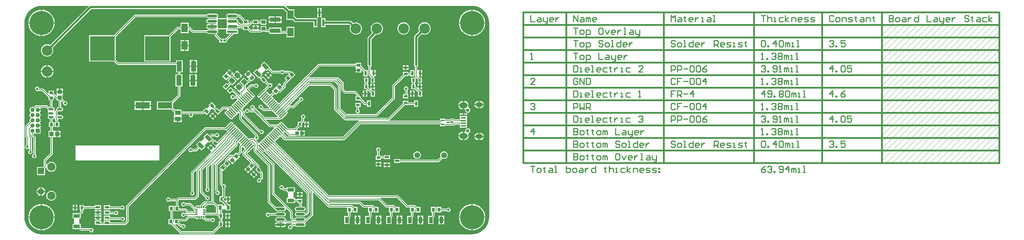
<source format=gtl>
G04*
G04 #@! TF.GenerationSoftware,Altium Limited,Altium Designer,22.9.1 (49)*
G04*
G04 Layer_Physical_Order=1*
G04 Layer_Color=255*
%FSLAX44Y44*%
%MOMM*%
G71*
G04*
G04 #@! TF.SameCoordinates,A2259558-2793-4ACD-BA26-FD92625B8348*
G04*
G04*
G04 #@! TF.FilePolarity,Positive*
G04*
G01*
G75*
%ADD14C,0.2540*%
%ADD17R,0.9000X0.6500*%
%ADD18R,0.9800X0.8700*%
%ADD19R,0.3500X0.5750*%
%ADD20R,0.5750X0.3500*%
G04:AMPARAMS|DCode=21|XSize=1.3mm|YSize=1.1mm|CornerRadius=0mm|HoleSize=0mm|Usage=FLASHONLY|Rotation=315.000|XOffset=0mm|YOffset=0mm|HoleType=Round|Shape=Rectangle|*
%AMROTATEDRECTD21*
4,1,4,-0.8485,0.0707,-0.0707,0.8485,0.8485,-0.0707,0.0707,-0.8485,-0.8485,0.0707,0.0*
%
%ADD21ROTATEDRECTD21*%

G04:AMPARAMS|DCode=22|XSize=0.65mm|YSize=0.9mm|CornerRadius=0mm|HoleSize=0mm|Usage=FLASHONLY|Rotation=135.000|XOffset=0mm|YOffset=0mm|HoleType=Round|Shape=Rectangle|*
%AMROTATEDRECTD22*
4,1,4,0.5480,0.0884,-0.0884,-0.5480,-0.5480,-0.0884,0.0884,0.5480,0.5480,0.0884,0.0*
%
%ADD22ROTATEDRECTD22*%

G04:AMPARAMS|DCode=23|XSize=0.9mm|YSize=0.75mm|CornerRadius=0mm|HoleSize=0mm|Usage=FLASHONLY|Rotation=225.000|XOffset=0mm|YOffset=0mm|HoleType=Round|Shape=Rectangle|*
%AMROTATEDRECTD23*
4,1,4,0.0530,0.5834,0.5834,0.0530,-0.0530,-0.5834,-0.5834,-0.0530,0.0530,0.5834,0.0*
%
%ADD23ROTATEDRECTD23*%

G04:AMPARAMS|DCode=24|XSize=0.9mm|YSize=0.75mm|CornerRadius=0mm|HoleSize=0mm|Usage=FLASHONLY|Rotation=135.000|XOffset=0mm|YOffset=0mm|HoleType=Round|Shape=Rectangle|*
%AMROTATEDRECTD24*
4,1,4,0.5834,-0.0530,0.0530,-0.5834,-0.5834,0.0530,-0.0530,0.5834,0.5834,-0.0530,0.0*
%
%ADD24ROTATEDRECTD24*%

%ADD25R,0.5600X0.5200*%
G04:AMPARAMS|DCode=26|XSize=0.3mm|YSize=2.1mm|CornerRadius=0mm|HoleSize=0mm|Usage=FLASHONLY|Rotation=45.000|XOffset=0mm|YOffset=0mm|HoleType=Round|Shape=Round|*
%AMOVALD26*
21,1,1.8000,0.3000,0.0000,0.0000,135.0*
1,1,0.3000,0.6364,-0.6364*
1,1,0.3000,-0.6364,0.6364*
%
%ADD26OVALD26*%

G04:AMPARAMS|DCode=27|XSize=0.3mm|YSize=2.1mm|CornerRadius=0mm|HoleSize=0mm|Usage=FLASHONLY|Rotation=315.000|XOffset=0mm|YOffset=0mm|HoleType=Round|Shape=Round|*
%AMOVALD27*
21,1,1.8000,0.3000,0.0000,0.0000,45.0*
1,1,0.3000,-0.6364,-0.6364*
1,1,0.3000,0.6364,0.6364*
%
%ADD27OVALD27*%

G04:AMPARAMS|DCode=28|XSize=0.85mm|YSize=0.6mm|CornerRadius=0mm|HoleSize=0mm|Usage=FLASHONLY|Rotation=315.000|XOffset=0mm|YOffset=0mm|HoleType=Round|Shape=Rectangle|*
%AMROTATEDRECTD28*
4,1,4,-0.5127,0.0884,-0.0884,0.5127,0.5127,-0.0884,0.0884,-0.5127,-0.5127,0.0884,0.0*
%
%ADD28ROTATEDRECTD28*%

%ADD29R,0.6000X0.8500*%
G04:AMPARAMS|DCode=30|XSize=0.7565mm|YSize=0.8621mm|CornerRadius=0mm|HoleSize=0mm|Usage=FLASHONLY|Rotation=225.000|XOffset=0mm|YOffset=0mm|HoleType=Round|Shape=Rectangle|*
%AMROTATEDRECTD30*
4,1,4,-0.0374,0.5723,0.5723,-0.0374,0.0374,-0.5723,-0.5723,0.0374,-0.0374,0.5723,0.0*
%
%ADD30ROTATEDRECTD30*%

G04:AMPARAMS|DCode=31|XSize=1.6mm|YSize=0.85mm|CornerRadius=0mm|HoleSize=0mm|Usage=FLASHONLY|Rotation=315.000|XOffset=0mm|YOffset=0mm|HoleType=Round|Shape=Rectangle|*
%AMROTATEDRECTD31*
4,1,4,-0.8662,0.2652,-0.2652,0.8662,0.8662,-0.2652,0.2652,-0.8662,-0.8662,0.2652,0.0*
%
%ADD31ROTATEDRECTD31*%

G04:AMPARAMS|DCode=32|XSize=0.95mm|YSize=0.8mm|CornerRadius=0mm|HoleSize=0mm|Usage=FLASHONLY|Rotation=315.000|XOffset=0mm|YOffset=0mm|HoleType=Round|Shape=Rectangle|*
%AMROTATEDRECTD32*
4,1,4,-0.6187,0.0530,-0.0530,0.6187,0.6187,-0.0530,0.0530,-0.6187,-0.6187,0.0530,0.0*
%
%ADD32ROTATEDRECTD32*%

%ADD33R,0.8578X0.8121*%
%ADD34R,0.5500X1.8000*%
%ADD35R,6.0000X6.0000*%
%ADD36R,0.8500X0.6000*%
%ADD37R,1.6000X0.8500*%
%ADD38R,0.8000X0.9500*%
G04:AMPARAMS|DCode=39|XSize=1mm|YSize=0.7mm|CornerRadius=0mm|HoleSize=0mm|Usage=FLASHONLY|Rotation=135.000|XOffset=0mm|YOffset=0mm|HoleType=Round|Shape=Rectangle|*
%AMROTATEDRECTD39*
4,1,4,0.6010,-0.1061,0.1061,-0.6010,-0.6010,0.1061,-0.1061,0.6010,0.6010,-0.1061,0.0*
%
%ADD39ROTATEDRECTD39*%

%ADD40R,1.5000X2.1200*%
%ADD41R,2.6000X1.1000*%
G04:AMPARAMS|DCode=42|XSize=1.2052mm|YSize=0.5321mm|CornerRadius=0.2661mm|HoleSize=0mm|Usage=FLASHONLY|Rotation=0.000|XOffset=0mm|YOffset=0mm|HoleType=Round|Shape=RoundedRectangle|*
%AMROUNDEDRECTD42*
21,1,1.2052,0.0000,0,0,0.0*
21,1,0.6731,0.5321,0,0,0.0*
1,1,0.5321,0.3366,0.0000*
1,1,0.5321,-0.3366,0.0000*
1,1,0.5321,-0.3366,0.0000*
1,1,0.5321,0.3366,0.0000*
%
%ADD42ROUNDEDRECTD42*%
%ADD43R,1.2052X0.5321*%
%ADD44R,0.7565X0.8621*%
%ADD45R,1.1000X0.6000*%
%ADD46R,1.3000X0.4500*%
%ADD47R,0.8000X0.4000*%
%ADD48O,2.2000X0.6000*%
%ADD49R,0.7000X1.0000*%
%ADD50R,3.5000X1.6000*%
%ADD51R,1.4000X1.1000*%
%ADD52R,0.5500X1.0500*%
%ADD53R,0.8500X0.7000*%
%ADD54R,0.8500X1.6000*%
G04:AMPARAMS|DCode=55|XSize=0.8578mm|YSize=0.8121mm|CornerRadius=0mm|HoleSize=0mm|Usage=FLASHONLY|Rotation=225.000|XOffset=0mm|YOffset=0mm|HoleType=Round|Shape=Rectangle|*
%AMROTATEDRECTD55*
4,1,4,0.0161,0.5904,0.5904,0.0161,-0.0161,-0.5904,-0.5904,-0.0161,0.0161,0.5904,0.0*
%
%ADD55ROTATEDRECTD55*%

%ADD56R,1.0500X0.5500*%
%ADD57R,1.0000X1.0500*%
%ADD58R,1.0500X1.0000*%
G04:AMPARAMS|DCode=59|XSize=2.4741mm|YSize=0.6221mm|CornerRadius=0.3111mm|HoleSize=0mm|Usage=FLASHONLY|Rotation=180.000|XOffset=0mm|YOffset=0mm|HoleType=Round|Shape=RoundedRectangle|*
%AMROUNDEDRECTD59*
21,1,2.4741,0.0000,0,0,180.0*
21,1,1.8519,0.6221,0,0,180.0*
1,1,0.6221,-0.9260,0.0000*
1,1,0.6221,0.9260,0.0000*
1,1,0.6221,0.9260,0.0000*
1,1,0.6221,-0.9260,0.0000*
%
%ADD59ROUNDEDRECTD59*%
G04:AMPARAMS|DCode=60|XSize=2.3581mm|YSize=0.6221mm|CornerRadius=0.3111mm|HoleSize=0mm|Usage=FLASHONLY|Rotation=180.000|XOffset=0mm|YOffset=0mm|HoleType=Round|Shape=RoundedRectangle|*
%AMROUNDEDRECTD60*
21,1,2.3581,0.0000,0,0,180.0*
21,1,1.7360,0.6221,0,0,180.0*
1,1,0.6221,-0.8680,0.0000*
1,1,0.6221,0.8680,0.0000*
1,1,0.6221,0.8680,0.0000*
1,1,0.6221,-0.8680,0.0000*
%
%ADD60ROUNDEDRECTD60*%
%ADD61R,2.4741X0.6221*%
%ADD62R,1.2500X2.5000*%
%ADD93R,2.2900X2.2900*%
%ADD102C,1.9954*%
%ADD103C,1.5406*%
%ADD104R,1.5406X1.5406*%
%ADD107C,0.1724*%
%ADD108C,0.1724*%
%ADD109C,0.3810*%
%ADD110C,0.0254*%
%ADD111C,0.1506*%
%ADD112C,0.5080*%
%ADD113C,5.8420*%
%ADD114C,1.4080*%
%ADD115C,2.5400*%
%ADD116C,1.0160*%
%ADD117R,1.0160X1.0160*%
%ADD118O,2.0000X1.4500*%
%ADD119O,1.8000X1.1500*%
%ADD120C,0.8000*%
%ADD121C,0.6096*%
%ADD122C,1.2700*%
G36*
X1097732Y562719D02*
X1103169Y561638D01*
X1108419Y559856D01*
X1113391Y557404D01*
X1118000Y554324D01*
X1122168Y550668D01*
X1125824Y546500D01*
X1128904Y541891D01*
X1131356Y536919D01*
X1133138Y531669D01*
X1134219Y526232D01*
X1134500Y521951D01*
X1134546Y520700D01*
X1134546Y520700D01*
X1134546Y519452D01*
X1134546Y50800D01*
X1134546Y50800D01*
X1134546D01*
X1134500Y49549D01*
X1134219Y45268D01*
X1133138Y39831D01*
X1131356Y34581D01*
X1128904Y29609D01*
X1125824Y25000D01*
X1122168Y20832D01*
X1118000Y17176D01*
X1113391Y14096D01*
X1108419Y11644D01*
X1103169Y9862D01*
X1097732Y8781D01*
X1092383Y8430D01*
X1092200Y8454D01*
X52058D01*
X52048Y8454D01*
X50800Y8454D01*
X49549Y8500D01*
X45268Y8781D01*
X39831Y9862D01*
X34581Y11644D01*
X29609Y14096D01*
X25000Y17176D01*
X20832Y20832D01*
X17176Y25000D01*
X14096Y29609D01*
X11644Y34581D01*
X9862Y39831D01*
X8781Y45268D01*
X8430Y50617D01*
X8454Y50800D01*
Y519442D01*
X8454Y519452D01*
X8454Y520700D01*
X8500Y521951D01*
X8781Y526232D01*
X9862Y531669D01*
X11644Y536919D01*
X14096Y541891D01*
X17176Y546500D01*
X20832Y550668D01*
X25000Y554324D01*
X29609Y557404D01*
X34581Y559856D01*
X39831Y561638D01*
X45268Y562719D01*
X50617Y563070D01*
X50800Y563046D01*
X163634D01*
X164120Y561872D01*
X70090Y467842D01*
X69165Y468336D01*
X66388Y469179D01*
X63500Y469463D01*
X60612Y469179D01*
X57835Y468336D01*
X55276Y466968D01*
X53032Y465127D01*
X51192Y462884D01*
X49823Y460325D01*
X48981Y457548D01*
X48697Y454660D01*
X48981Y451772D01*
X49823Y448995D01*
X51192Y446436D01*
X53032Y444193D01*
X55276Y442351D01*
X57835Y440984D01*
X60612Y440141D01*
X63500Y439857D01*
X66388Y440141D01*
X69165Y440984D01*
X71724Y442351D01*
X73967Y444193D01*
X75809Y446436D01*
X77176Y448995D01*
X78019Y451772D01*
X78303Y454660D01*
X78019Y457548D01*
X77176Y460325D01*
X76682Y461250D01*
X170771Y555338D01*
X635319D01*
X643468Y547189D01*
Y528518D01*
X657510D01*
X657960Y528428D01*
X659129D01*
X662744Y524814D01*
X664256Y523803D01*
X666040Y523448D01*
X708718D01*
Y510968D01*
X718282D01*
Y533032D01*
X708718D01*
Y532772D01*
X667971D01*
X664356Y536386D01*
X662844Y537397D01*
X662532Y537459D01*
Y553782D01*
X650060D01*
X641970Y561872D01*
X642456Y563046D01*
X1092200D01*
X1092383Y563070D01*
X1097732Y562719D01*
D02*
G37*
%LPC*%
G36*
X728290Y557540D02*
X724270D01*
Y547270D01*
X728290D01*
Y557540D01*
D02*
G37*
G36*
X721730D02*
X717710D01*
Y547270D01*
X721730D01*
Y557540D01*
D02*
G37*
G36*
X728290Y544730D02*
X724270D01*
Y534460D01*
X728290D01*
Y544730D01*
D02*
G37*
G36*
X721730D02*
X717710D01*
Y534460D01*
X721730D01*
Y544730D01*
D02*
G37*
G36*
X521070Y543723D02*
X502550D01*
X500544Y543324D01*
X498843Y542188D01*
X497706Y540487D01*
X497307Y538480D01*
X497706Y536473D01*
X498843Y534772D01*
X499726Y534182D01*
X499341Y532912D01*
X475958D01*
X475573Y534182D01*
X476456Y534772D01*
X477593Y536473D01*
X477992Y538480D01*
X477593Y540487D01*
X476456Y542188D01*
X474755Y543324D01*
X472748Y543723D01*
X454229D01*
X452222Y543324D01*
X450521Y542188D01*
X450015Y541431D01*
X276400D01*
X276400Y541431D01*
X275271Y541206D01*
X274314Y540566D01*
X274314Y540566D01*
X225519Y491772D01*
X165628D01*
Y427708D01*
X225519D01*
X232404Y420824D01*
X232404Y420824D01*
X233361Y420184D01*
X234490Y419959D01*
X234490Y419959D01*
X375718D01*
Y401468D01*
X380050D01*
Y396532D01*
X374718D01*
Y367468D01*
X380050D01*
Y346722D01*
X364359Y331032D01*
X329468D01*
Y310968D01*
X364359D01*
X369275Y306052D01*
X369275Y306052D01*
X370233Y305412D01*
X370968Y305266D01*
Y296540D01*
X370460D01*
Y289770D01*
X380000D01*
X389540D01*
Y296540D01*
X389032D01*
Y300049D01*
X406124D01*
X407057Y298780D01*
X406820Y297588D01*
X407215Y295606D01*
X408338Y293926D01*
X410018Y292803D01*
X412000Y292409D01*
X413982Y292803D01*
X415662Y293926D01*
X416785Y295606D01*
X417179Y297588D01*
X416942Y298780D01*
X417876Y300049D01*
X439913D01*
X439913Y300049D01*
X441043Y300274D01*
X442000Y300914D01*
X444861Y303775D01*
X450673Y297963D01*
X458497Y305786D01*
X456565Y307718D01*
X462530Y313683D01*
X464462Y311751D01*
X465685Y312975D01*
X469606Y309054D01*
X468134Y307582D01*
X477018Y298698D01*
X481886Y303567D01*
X482128Y303728D01*
X490840Y312440D01*
X498911D01*
X499805Y311170D01*
X499670Y310791D01*
X499655Y310788D01*
X498487Y310007D01*
X497706Y308839D01*
X497443Y307516D01*
X496119Y307253D01*
X494951Y306472D01*
X494170Y305304D01*
X493896Y303925D01*
X494170Y302547D01*
X494951Y301379D01*
X507679Y288651D01*
X508847Y287871D01*
X510225Y287596D01*
X511604Y287871D01*
X512772Y288651D01*
X513553Y289819D01*
X513816Y291143D01*
X515139Y291406D01*
X516307Y292187D01*
X517088Y293355D01*
X517351Y294678D01*
X518675Y294942D01*
X519843Y295722D01*
X520624Y296890D01*
X520887Y298214D01*
X522210Y298477D01*
X523378Y299258D01*
X524159Y300426D01*
X524319Y301230D01*
X524368Y301220D01*
X525944Y301534D01*
X527280Y302427D01*
X528711Y302535D01*
X529179Y302121D01*
Y288290D01*
X529179Y288290D01*
X529404Y287161D01*
X530044Y286204D01*
X567935Y248312D01*
X567855Y247008D01*
X567337Y246663D01*
X566215Y244982D01*
X565821Y243000D01*
X565942Y242390D01*
X565484Y241947D01*
X564822Y241523D01*
X563880Y241710D01*
X563880Y241710D01*
X556421D01*
X556421Y241710D01*
X555292Y241486D01*
X554335Y240846D01*
X554335Y240846D01*
X553656Y240168D01*
X552243Y240550D01*
X551663Y241418D01*
X550494Y242199D01*
X549171Y242462D01*
X548908Y243785D01*
X548127Y244954D01*
X546959Y245734D01*
X545636Y245997D01*
X545372Y247321D01*
X544592Y248489D01*
X543423Y249270D01*
X542100Y249533D01*
X541837Y250856D01*
X541056Y252025D01*
X539888Y252805D01*
X538564Y253069D01*
X538301Y254392D01*
X537521Y255560D01*
X536352Y256341D01*
X535029Y256604D01*
X534766Y257927D01*
X533985Y259096D01*
X532817Y259876D01*
X531493Y260140D01*
X531230Y261463D01*
X530450Y262631D01*
X529281Y263412D01*
X527958Y263675D01*
X527695Y264998D01*
X526914Y266167D01*
X525746Y266947D01*
X524422Y267211D01*
X524159Y268534D01*
X523378Y269702D01*
X522210Y270483D01*
X520887Y270746D01*
X520624Y272070D01*
X519843Y273238D01*
X518675Y274018D01*
X517870Y274178D01*
X517880Y274227D01*
X517567Y275803D01*
X517393Y276063D01*
X508295Y266965D01*
X498903Y257573D01*
X499064Y256575D01*
X475200Y232711D01*
X470411Y237499D01*
X468939Y236028D01*
X465453Y239514D01*
X465483Y239545D01*
X460476Y244552D01*
X461996Y246071D01*
X470847D01*
X471338Y245338D01*
X473018Y244215D01*
X475000Y243820D01*
X476982Y244215D01*
X478662Y245338D01*
X479785Y247018D01*
X480179Y249000D01*
X479785Y250982D01*
X478662Y252663D01*
X476982Y253785D01*
X475000Y254179D01*
X473018Y253785D01*
X471338Y252663D01*
X470876Y251972D01*
X460774D01*
X460774Y251972D01*
X459644Y251748D01*
X458687Y251108D01*
X456303Y248724D01*
X451296Y253732D01*
X442412Y244848D01*
X444836Y242424D01*
X435335Y232923D01*
X432911Y235347D01*
X424027Y226463D01*
X428722Y221768D01*
X422655Y215700D01*
X415138D01*
X414663Y216413D01*
X412982Y217535D01*
X411000Y217929D01*
X409018Y217535D01*
X407337Y216413D01*
X406215Y214732D01*
X405821Y212750D01*
X406215Y210768D01*
X407337Y209088D01*
X409018Y207965D01*
X411000Y207570D01*
X412982Y207965D01*
X414663Y209088D01*
X415138Y209799D01*
X423877D01*
X423877Y209799D01*
X425006Y210024D01*
X425964Y210664D01*
X432895Y217595D01*
X438215Y212276D01*
X447099Y221160D01*
X444675Y223584D01*
X454175Y233084D01*
X456599Y230660D01*
X461280Y235341D01*
X464766Y231855D01*
X463294Y230383D01*
X472124Y221553D01*
X472892Y220524D01*
X469881Y217514D01*
X468699Y217301D01*
X468286Y217714D01*
X464796Y221204D01*
X460879Y217287D01*
X456961Y213369D01*
X460451Y209880D01*
X460652Y208284D01*
X413104Y160737D01*
X412465Y159780D01*
X412240Y158651D01*
X412240Y158650D01*
Y112088D01*
X411528Y111613D01*
X410405Y109932D01*
X410011Y107950D01*
X410405Y105968D01*
X411528Y104288D01*
X413208Y103165D01*
X415191Y102771D01*
X417173Y103165D01*
X418853Y104288D01*
X419976Y105968D01*
X420370Y107950D01*
X419976Y109932D01*
X418853Y111613D01*
X418141Y112088D01*
Y157428D01*
X423769Y163057D01*
X425039Y162531D01*
Y102822D01*
X420418Y98201D01*
X382270D01*
X382270Y98201D01*
X381141Y97976D01*
X380184Y97336D01*
X380184Y97336D01*
X377396Y94549D01*
X361684D01*
X361655Y94692D01*
X360532Y96372D01*
X358852Y97495D01*
X356870Y97889D01*
X354888Y97495D01*
X353208Y96372D01*
X352085Y94692D01*
X351690Y92710D01*
X352085Y90728D01*
X353208Y89047D01*
X354888Y87925D01*
X356870Y87530D01*
X358852Y87925D01*
X359935Y88648D01*
X375668D01*
Y77463D01*
X371534D01*
Y64777D01*
X379984D01*
X380269Y64721D01*
X397793D01*
X401738Y60775D01*
X401212Y59506D01*
X397387D01*
X397363Y59542D01*
X395682Y60665D01*
X393700Y61059D01*
X391718Y60665D01*
X390037Y59542D01*
X388915Y57862D01*
X388521Y55880D01*
X388915Y53898D01*
X390037Y52217D01*
X391718Y51095D01*
X393700Y50700D01*
X395682Y51095D01*
X397363Y52217D01*
X398289Y53604D01*
X403321D01*
X403825Y52334D01*
X397268Y45777D01*
X379575D01*
X379290Y45720D01*
X370840D01*
Y37712D01*
X369570Y37033D01*
X369452Y37112D01*
Y45720D01*
X368552D01*
Y64777D01*
X370146D01*
Y77463D01*
X358517D01*
Y64777D01*
X362651D01*
Y45720D01*
X357823D01*
Y33035D01*
X364113D01*
X386484Y10664D01*
X386484Y10664D01*
X387441Y10024D01*
X388570Y9800D01*
X388570Y9800D01*
X465740D01*
X465740Y9800D01*
X466869Y10024D01*
X467826Y10664D01*
X483900Y26738D01*
X489792D01*
Y39302D01*
X487710D01*
Y47058D01*
X489792D01*
Y59622D01*
X487230D01*
Y66628D01*
X488132D01*
Y69360D01*
X496568D01*
Y66628D01*
X507632D01*
Y80692D01*
X502637D01*
X502251Y81270D01*
X497600Y85920D01*
X498126Y87190D01*
X500760D01*
Y92710D01*
X496490D01*
Y88826D01*
X495220Y88300D01*
X491062Y92459D01*
Y94360D01*
X491390Y94579D01*
X493871Y97060D01*
X494600Y98152D01*
X494857Y99440D01*
Y120600D01*
X495153Y120798D01*
X496275Y122478D01*
X496670Y124460D01*
X496275Y126442D01*
X495153Y128123D01*
X493472Y129245D01*
X491490Y129640D01*
X490998Y129542D01*
X487722Y132819D01*
Y162173D01*
X488895Y162659D01*
X489747Y161807D01*
X497970Y170030D01*
X489000Y179000D01*
X485304Y175304D01*
X484771Y175410D01*
X483642Y175186D01*
X482685Y174546D01*
X482045Y173589D01*
X481821Y172460D01*
Y171821D01*
X480777Y170777D01*
X481821Y169733D01*
Y131597D01*
X481821Y131596D01*
X482045Y130467D01*
X482685Y129510D01*
X486547Y125648D01*
X486311Y124460D01*
X486705Y122478D01*
X487827Y120798D01*
X488123Y120600D01*
Y100835D01*
X487579Y100291D01*
X487434Y100262D01*
X480998D01*
Y87698D01*
X486300D01*
X494865Y79133D01*
X494379Y77960D01*
X488132D01*
Y80692D01*
X477068D01*
Y80514D01*
X475895Y80028D01*
X472086Y83836D01*
X472086Y83836D01*
X470586Y85336D01*
X469629Y85976D01*
X468500Y86201D01*
X467771Y87124D01*
Y176578D01*
X469780Y178588D01*
X470894Y178030D01*
X470958Y177969D01*
Y116975D01*
X470958Y116975D01*
X471183Y115846D01*
X471327Y115630D01*
Y111320D01*
X471327Y111320D01*
X471471Y110594D01*
X471198Y109220D01*
X471592Y107238D01*
X472715Y105557D01*
X474395Y104435D01*
X476378Y104040D01*
X478360Y104435D01*
X480040Y105557D01*
X481163Y107238D01*
X481557Y109220D01*
X481163Y111202D01*
X480040Y112882D01*
X478360Y114005D01*
X477228Y114230D01*
Y116606D01*
X477228Y116606D01*
X477003Y117735D01*
X476859Y117951D01*
Y176776D01*
X524056Y223974D01*
X524056Y223974D01*
X524696Y224931D01*
X524921Y226060D01*
X524921Y226060D01*
Y230100D01*
X525395Y230499D01*
X526771Y230668D01*
X527939Y229888D01*
X529263Y229625D01*
X529526Y228301D01*
X530307Y227133D01*
X530967Y226691D01*
X531269Y225197D01*
X530044Y223972D01*
X529404Y223014D01*
X529179Y221885D01*
X529179Y221885D01*
Y209502D01*
X523842Y204165D01*
X521133Y206874D01*
X515022Y200763D01*
X506632D01*
X506632Y200763D01*
X505503Y200539D01*
X504546Y199899D01*
X504546Y199899D01*
X496492Y191845D01*
X495852Y190888D01*
X495628Y189759D01*
X495628Y189758D01*
Y185627D01*
X489981Y179981D01*
X498951Y171012D01*
X507174Y179235D01*
X501528Y184881D01*
Y187811D01*
X502616Y188261D01*
X502962Y188174D01*
X506595Y184541D01*
X511219Y189165D01*
X512117Y188267D01*
X513015Y189165D01*
X518170Y184010D01*
X521896Y187737D01*
Y187737D01*
X522286Y188845D01*
X530724Y197283D01*
X528014Y199992D01*
X534216Y206194D01*
X534216Y206194D01*
X534856Y207151D01*
X535080Y208280D01*
Y219853D01*
X535793Y220454D01*
X537266Y220228D01*
X537378Y220062D01*
X538546Y219281D01*
X539869Y219018D01*
X540132Y217694D01*
X540913Y216526D01*
X541781Y215946D01*
X542164Y214533D01*
X537664Y210033D01*
X537024Y209076D01*
X536800Y207947D01*
X536800Y207946D01*
Y202293D01*
X536800Y202293D01*
X537024Y201164D01*
X537664Y200206D01*
X555921Y181949D01*
Y180140D01*
X551266Y175485D01*
X550907Y175844D01*
X546976Y171913D01*
X551644Y167246D01*
X556311Y162579D01*
X560242Y166509D01*
X559883Y166868D01*
X567686Y174672D01*
X562186Y180172D01*
X562267Y180765D01*
X563610Y181217D01*
X571650Y173178D01*
Y170136D01*
X567484Y165970D01*
X576368Y157086D01*
X577840Y158558D01*
X580065Y156333D01*
Y146149D01*
X578261Y144346D01*
X576940Y144609D01*
X574958Y144214D01*
X573278Y143092D01*
X572155Y141411D01*
X571761Y139429D01*
X572155Y137447D01*
X573278Y135767D01*
X574958Y134644D01*
X576940Y134250D01*
X578922Y134644D01*
X580603Y135767D01*
X581725Y137447D01*
X582120Y139429D01*
X582048Y139788D01*
X585101Y142841D01*
X585101Y142841D01*
X585741Y143798D01*
X585966Y144927D01*
Y157555D01*
X585966Y157555D01*
X585741Y158685D01*
X585101Y159642D01*
X585101Y159642D01*
X582012Y162731D01*
X583484Y164203D01*
X577551Y170136D01*
Y174400D01*
X577326Y175529D01*
X576686Y176486D01*
X576686Y176486D01*
X549050Y204122D01*
Y205759D01*
X552081Y208789D01*
X553077Y209455D01*
X562613Y218991D01*
X563786Y218505D01*
Y210503D01*
X563786Y210503D01*
X564011Y209374D01*
X564650Y208417D01*
X597760Y175308D01*
Y87630D01*
X597760Y87630D01*
X597984Y86501D01*
X598624Y85544D01*
X615585Y68582D01*
X615585Y68582D01*
X615950Y68338D01*
X616040Y67887D01*
X617152Y66222D01*
X618817Y65110D01*
X620780Y64719D01*
X636780D01*
X638743Y65110D01*
X640408Y66222D01*
X641520Y67887D01*
X641911Y69850D01*
X641640Y71212D01*
X642810Y71837D01*
X652325Y62322D01*
Y49054D01*
X652325Y49054D01*
X652550Y47924D01*
X653189Y46967D01*
X657380Y42777D01*
X656854Y41507D01*
X643896D01*
X641752Y43651D01*
X641911Y44450D01*
X641520Y46413D01*
X640408Y48078D01*
X638743Y49190D01*
X636780Y49581D01*
X620780D01*
X618817Y49190D01*
X617152Y48078D01*
X616040Y46413D01*
X615649Y44450D01*
X616040Y42487D01*
X617152Y40822D01*
X618817Y39710D01*
X620780Y39319D01*
X636780D01*
X637579Y39478D01*
X638757Y38300D01*
X638132Y37130D01*
X636780Y37399D01*
X630050D01*
Y33020D01*
X642176D01*
X641999Y33912D01*
X641587Y34527D01*
X642351Y35670D01*
X642674Y35606D01*
X657336D01*
X657454Y35289D01*
X657548Y34336D01*
X656800Y33836D01*
X656800Y33836D01*
X653788Y30824D01*
X652000Y31179D01*
X650018Y30785D01*
X648337Y29662D01*
X647215Y27982D01*
X646821Y26000D01*
X647215Y24018D01*
X648337Y22338D01*
X650018Y21215D01*
X652000Y20821D01*
X653982Y21215D01*
X655663Y22338D01*
X656785Y24018D01*
X657147Y25838D01*
X660108Y28800D01*
X664699D01*
X665152Y28122D01*
X666817Y27010D01*
X668780Y26619D01*
X684780D01*
X686743Y27010D01*
X688408Y28122D01*
X689520Y29787D01*
X689911Y31750D01*
X689520Y33713D01*
X688840Y34731D01*
X689089Y36279D01*
X689157Y36369D01*
X689308Y36470D01*
X706936Y54099D01*
X706936Y54099D01*
X707576Y55056D01*
X707801Y56185D01*
Y109724D01*
X709071Y110251D01*
X745207Y74114D01*
X745207Y74114D01*
X746164Y73474D01*
X747294Y73250D01*
X789858D01*
Y61798D01*
X792940D01*
Y54102D01*
X792049Y53212D01*
X783658D01*
Y33148D01*
X796222D01*
Y49039D01*
X797976Y50794D01*
X797976Y50794D01*
X798616Y51751D01*
X798840Y52880D01*
Y61798D01*
X801922D01*
Y68868D01*
X803192Y69547D01*
X803358Y69436D01*
Y61798D01*
X815422D01*
Y75362D01*
X806781D01*
X803856Y78286D01*
X802899Y78926D01*
X801770Y79151D01*
X801770Y79151D01*
X801208D01*
X801089Y79174D01*
X801088Y79174D01*
X790692D01*
X790691Y79174D01*
X790572Y79151D01*
X748516D01*
X746700Y80966D01*
X747186Y82140D01*
X820468D01*
X828494Y74114D01*
X828494Y74114D01*
X829451Y73474D01*
X830580Y73250D01*
X830580Y73250D01*
X840658D01*
Y61798D01*
X843739D01*
Y54102D01*
X842849Y53212D01*
X834458D01*
Y33148D01*
X847022D01*
Y49039D01*
X848776Y50794D01*
X848776Y50794D01*
X849416Y51751D01*
X849641Y52880D01*
Y61798D01*
X852722D01*
Y68868D01*
X853992Y69547D01*
X854158Y69436D01*
Y61798D01*
X866222D01*
Y75362D01*
X857581D01*
X854656Y78286D01*
X853699Y78926D01*
X852570Y79151D01*
X852570Y79151D01*
X852008D01*
X851889Y79174D01*
X851889Y79174D01*
X841491D01*
X841491Y79174D01*
X841372Y79151D01*
X831802D01*
X823776Y87176D01*
X822819Y87816D01*
X821690Y88041D01*
X821690Y88041D01*
X746697D01*
X744881Y89856D01*
X745367Y91030D01*
X867458D01*
X884374Y74114D01*
X884374Y74114D01*
X885331Y73474D01*
X886460Y73250D01*
X891458D01*
Y61798D01*
X894539D01*
Y54102D01*
X893649Y53212D01*
X885258D01*
Y33148D01*
X897822D01*
Y49039D01*
X899576Y50794D01*
X899576Y50794D01*
X900216Y51751D01*
X900441Y52880D01*
Y61798D01*
X903522D01*
Y68868D01*
X904792Y69547D01*
X904958Y69436D01*
Y61798D01*
X917022D01*
Y75362D01*
X908381D01*
X905456Y78286D01*
X904499Y78926D01*
X903370Y79151D01*
X903370Y79151D01*
X902808D01*
X902689Y79174D01*
X902689Y79174D01*
X892291D01*
X892291Y79174D01*
X892172Y79151D01*
X887682D01*
X870766Y96066D01*
X870702Y96110D01*
X871087Y97380D01*
X910964D01*
X934230Y74114D01*
X934230Y74114D01*
X935187Y73474D01*
X936316Y73250D01*
X936316Y73250D01*
X942258D01*
Y61798D01*
X945340D01*
Y54102D01*
X944449Y53212D01*
X936058D01*
Y33148D01*
X948622D01*
Y49039D01*
X950376Y50794D01*
X950376Y50794D01*
X951016Y51751D01*
X951240Y52880D01*
Y61798D01*
X954322D01*
Y68868D01*
X955592Y69547D01*
X955758Y69436D01*
Y61798D01*
X967822D01*
Y75362D01*
X959181D01*
X956256Y78286D01*
X955299Y78926D01*
X954170Y79151D01*
X954170Y79151D01*
X953608D01*
X953489Y79174D01*
X953488Y79174D01*
X943092D01*
X943091Y79174D01*
X942972Y79151D01*
X937538D01*
X914273Y102416D01*
X913315Y103056D01*
X912186Y103280D01*
X912186Y103280D01*
X745599D01*
X616409Y232471D01*
X616570Y234106D01*
X616717Y234204D01*
X617497Y235372D01*
X617761Y236695D01*
X619084Y236959D01*
X620252Y237739D01*
X621033Y238908D01*
X621296Y240231D01*
X622619Y240494D01*
X623788Y241275D01*
X624568Y242443D01*
X624832Y243767D01*
X626155Y244030D01*
X627323Y244811D01*
X627828Y245565D01*
X629285Y245904D01*
X637267Y237923D01*
X638188Y237307D01*
X639274Y237091D01*
X642201D01*
X642362Y237059D01*
X782899D01*
X783985Y237275D01*
X784906Y237891D01*
X822432Y275416D01*
X1014568D01*
X1014968Y275016D01*
Y270968D01*
X1027032D01*
Y272161D01*
X1048582D01*
X1049668Y272377D01*
X1050589Y272992D01*
X1052738Y275141D01*
X1063558D01*
Y267198D01*
X1080622D01*
Y273698D01*
Y280198D01*
Y292690D01*
X1081130D01*
Y296210D01*
X1072090D01*
X1063050D01*
Y292690D01*
X1063558D01*
Y287586D01*
X1051930D01*
X1050925Y288591D01*
X1050004Y289206D01*
X1048917Y289422D01*
X1048083D01*
X1047666Y289505D01*
X1042834D01*
X1041747Y289289D01*
X1040826Y288673D01*
X1039992Y287839D01*
X1027032D01*
Y289032D01*
X1014968D01*
Y284984D01*
X1014244Y284259D01*
X892768D01*
X892632Y285527D01*
X892819Y285564D01*
X893776Y286204D01*
X930071Y322498D01*
X938462D01*
Y322620D01*
X952798D01*
Y318288D01*
X962362D01*
Y332852D01*
X952798D01*
Y328521D01*
X938462D01*
Y332562D01*
X925898D01*
Y326671D01*
X890468Y291241D01*
X787352D01*
X764950Y313642D01*
Y360680D01*
X764950Y360680D01*
X764726Y361809D01*
X764086Y362766D01*
X764086Y362766D01*
X752656Y374196D01*
X751699Y374836D01*
X750570Y375061D01*
X750570Y375061D01*
X698208D01*
X697722Y376234D01*
X699538Y378050D01*
X760778D01*
X767940Y370888D01*
Y313690D01*
X767940Y313690D01*
X768164Y312561D01*
X768804Y311604D01*
X785314Y295094D01*
X785314Y295094D01*
X786271Y294454D01*
X787400Y294230D01*
X787400Y294230D01*
X861060D01*
X861060Y294230D01*
X862189Y294454D01*
X863146Y295094D01*
X904844Y336791D01*
X904844Y336792D01*
X905484Y337749D01*
X905708Y338878D01*
Y367786D01*
X930271Y392348D01*
X938462D01*
Y394430D01*
X943298D01*
Y391948D01*
X952862D01*
Y406512D01*
X943298D01*
Y400331D01*
X938462D01*
Y402412D01*
X925898D01*
Y398321D01*
X925841Y398036D01*
Y396264D01*
X900672Y371094D01*
X900032Y370137D01*
X899807Y369008D01*
X899807Y369008D01*
Y340100D01*
X859838Y300131D01*
X788622D01*
X773840Y314912D01*
Y372110D01*
X773840Y372110D01*
X773616Y373239D01*
X772976Y374196D01*
X772976Y374196D01*
X765313Y381860D01*
X765839Y383130D01*
X767128D01*
X775559Y374698D01*
Y359566D01*
X775559Y359565D01*
X775784Y358436D01*
X776424Y357479D01*
X782929Y350974D01*
X782929Y350974D01*
X783886Y350334D01*
X785015Y350109D01*
X809038D01*
X813660Y345488D01*
Y342982D01*
X810328D01*
Y332918D01*
X821259D01*
X830694Y323484D01*
X830694Y323484D01*
X831651Y322844D01*
X832780Y322620D01*
X838498D01*
Y318288D01*
X848062D01*
Y332852D01*
X838498D01*
Y328521D01*
X834002D01*
X822892Y339631D01*
Y342982D01*
X819560D01*
Y346710D01*
X819336Y347839D01*
X818696Y348796D01*
X818696Y348796D01*
X812346Y355146D01*
X811389Y355786D01*
X810260Y356011D01*
X810260Y356011D01*
X786238D01*
X781460Y360788D01*
Y375920D01*
X781236Y377049D01*
X780596Y378006D01*
X780596Y378006D01*
X770436Y388166D01*
X769479Y388806D01*
X768350Y389030D01*
X768350Y389030D01*
X698036D01*
X697550Y390204D01*
X723496Y416149D01*
X811598D01*
Y413700D01*
X811090Y412640D01*
X811090Y412640D01*
X811090Y412640D01*
Y407870D01*
X817880D01*
Y406600D01*
X819150D01*
Y400560D01*
X824670D01*
Y406530D01*
X825843Y407016D01*
X830211Y402648D01*
Y401118D01*
X830211Y401118D01*
X830268Y400833D01*
Y391948D01*
X839832D01*
Y406512D01*
X834693D01*
X824162Y417043D01*
Y424632D01*
X811598D01*
Y422051D01*
X722274D01*
X721145Y421826D01*
X720187Y421186D01*
X720187Y421186D01*
X625724Y326723D01*
X624229Y327024D01*
X623788Y327685D01*
X622619Y328466D01*
X621296Y328729D01*
X621033Y330052D01*
X620252Y331221D01*
X619084Y332001D01*
X617761Y332265D01*
X617497Y333588D01*
X616717Y334756D01*
X615548Y335537D01*
X614225Y335800D01*
X613962Y337123D01*
X613181Y338292D01*
X612013Y339072D01*
X610689Y339336D01*
X610426Y340659D01*
X609646Y341827D01*
X608985Y342269D01*
X608683Y343763D01*
X614852Y349932D01*
X617757Y347027D01*
X623337Y352607D01*
X627506D01*
X627507Y352607D01*
X628636Y352831D01*
X629593Y353471D01*
X640024Y363902D01*
X640024Y363902D01*
X640664Y364859D01*
X640888Y365988D01*
X640888Y365988D01*
Y371838D01*
X649460Y380410D01*
X649460Y380410D01*
X649621Y380651D01*
X655596Y386627D01*
X646627Y395596D01*
X638404Y387373D01*
X643241Y382536D01*
X635851Y375146D01*
X635212Y374189D01*
X634987Y373060D01*
X634987Y373060D01*
Y368464D01*
X633717Y367938D01*
X632295Y369360D01*
X627671Y364735D01*
X626773Y365634D01*
X625875Y364735D01*
X620720Y369890D01*
X616994Y366164D01*
Y366164D01*
X616604Y365055D01*
X608166Y356618D01*
X610679Y354105D01*
X604510Y347936D01*
X603016Y348237D01*
X602575Y348898D01*
X601406Y349679D01*
X600083Y349942D01*
X599820Y351265D01*
X599039Y352434D01*
X597871Y353214D01*
X597066Y353374D01*
X597076Y353423D01*
X596763Y354999D01*
X596589Y355259D01*
X587491Y346161D01*
X578393Y337063D01*
X578653Y336889D01*
X580229Y336576D01*
X580278Y336586D01*
X580438Y335781D01*
X581218Y334613D01*
X582387Y333832D01*
X583710Y333569D01*
X583973Y332246D01*
X584754Y331077D01*
X585922Y330297D01*
X587245Y330034D01*
X587509Y328710D01*
X588289Y327542D01*
X589458Y326761D01*
X590781Y326498D01*
X591044Y325175D01*
X591825Y324006D01*
X592993Y323226D01*
X594316Y322962D01*
X594580Y321639D01*
X595360Y320471D01*
X596529Y319690D01*
X597852Y319427D01*
X598115Y318104D01*
X598896Y316935D01*
X600064Y316155D01*
X600633Y316042D01*
X600973Y315088D01*
X600178Y313951D01*
X589222D01*
X586012Y317160D01*
X586180Y318000D01*
X585785Y319982D01*
X584663Y321662D01*
X582982Y322785D01*
X581000Y323180D01*
X579018Y322785D01*
X577337Y321662D01*
X576215Y319982D01*
X575821Y318000D01*
X576215Y316018D01*
X577337Y314338D01*
X579018Y313215D01*
X581000Y312820D01*
X581840Y312987D01*
X585914Y308914D01*
X585914Y308914D01*
X586871Y308274D01*
X588000Y308050D01*
X588000Y308050D01*
X606757D01*
X606757Y308050D01*
X607296Y308157D01*
X608618Y307554D01*
X608811Y307364D01*
X609502Y306329D01*
X610671Y305548D01*
X611994Y305285D01*
X612257Y303962D01*
X613038Y302793D01*
X614206Y302013D01*
X615530Y301749D01*
X615793Y300426D01*
X616573Y299258D01*
X617742Y298477D01*
X619065Y298214D01*
X619328Y296890D01*
X620109Y295722D01*
X621277Y294942D01*
X621596Y294878D01*
X621867Y294161D01*
X621011Y292950D01*
X590900D01*
X570270Y312742D01*
X570209Y312781D01*
X570165Y312838D01*
X566088Y316388D01*
X566189Y316897D01*
X565795Y318879D01*
X564672Y320560D01*
X562992Y321682D01*
X561009Y322077D01*
X559027Y321682D01*
X557347Y320560D01*
X556224Y318879D01*
X555830Y316897D01*
X556224Y314915D01*
X557347Y313235D01*
X559027Y312112D01*
X560112Y311896D01*
X559970Y310630D01*
X552213Y310838D01*
X551662Y311663D01*
X549982Y312785D01*
X548000Y313179D01*
X546018Y312785D01*
X544338Y311663D01*
X543215Y309982D01*
X542821Y308000D01*
X543215Y306018D01*
X544338Y304338D01*
X546018Y303215D01*
X548000Y302820D01*
X549982Y303215D01*
X551662Y304338D01*
X552065Y304939D01*
X559415Y304741D01*
X560681Y304698D01*
X561009Y304655D01*
X561815Y304761D01*
X561980Y304742D01*
X565835Y305049D01*
X565923D01*
X601509Y269463D01*
X602466Y268824D01*
X603595Y268599D01*
X603596Y268599D01*
X613462D01*
X614357Y267329D01*
X614221Y266950D01*
X614206Y266947D01*
X613038Y266167D01*
X612257Y264998D01*
X611994Y263675D01*
X610671Y263412D01*
X609502Y262631D01*
X608722Y261463D01*
X608459Y260140D01*
X607135Y259876D01*
X605967Y259096D01*
X605186Y257927D01*
X604923Y256604D01*
X603600Y256341D01*
X602431Y255560D01*
X601651Y254392D01*
X601387Y253069D01*
X600064Y252805D01*
X598896Y252025D01*
X598115Y250856D01*
X597852Y249533D01*
X596529Y249270D01*
X595360Y248489D01*
X594580Y247321D01*
X594316Y245998D01*
X592993Y245734D01*
X591825Y244954D01*
X591044Y243785D01*
X590781Y242462D01*
X589458Y242199D01*
X588289Y241418D01*
X587509Y240250D01*
X587245Y238926D01*
X585922Y238663D01*
X584754Y237882D01*
X583973Y236714D01*
X583710Y235391D01*
X582387Y235128D01*
X581218Y234347D01*
X580438Y233179D01*
X580174Y231855D01*
X578851Y231592D01*
X577683Y230811D01*
X576902Y229643D01*
X576899Y229628D01*
X576520Y229493D01*
X575256Y230337D01*
X575242Y230384D01*
X575026Y231469D01*
X574386Y232427D01*
X570110Y236703D01*
X570736Y237873D01*
X571000Y237820D01*
X572982Y238215D01*
X574663Y239338D01*
X575785Y241018D01*
X576180Y243000D01*
X575785Y244982D01*
X574663Y246663D01*
X573951Y247138D01*
Y249420D01*
X573951Y249420D01*
X573726Y250549D01*
X573086Y251506D01*
X573086Y251506D01*
X535080Y289512D01*
Y296180D01*
X536351Y296566D01*
X536670Y296087D01*
X577119Y255639D01*
X577119Y255639D01*
X578076Y254999D01*
X578251Y254964D01*
X579338Y253337D01*
X581018Y252215D01*
X583000Y251821D01*
X584982Y252215D01*
X586662Y253337D01*
X587785Y255018D01*
X588180Y257000D01*
X587785Y258982D01*
X586662Y260662D01*
X584982Y261785D01*
X583000Y262180D01*
X581018Y261785D01*
X579999Y261104D01*
X541707Y299396D01*
Y305093D01*
X541482Y306222D01*
X540843Y307180D01*
X540843Y307180D01*
X536558Y311464D01*
X536860Y312958D01*
X537521Y313400D01*
X538301Y314568D01*
X538564Y315891D01*
X539888Y316155D01*
X541056Y316935D01*
X541837Y318104D01*
X542100Y319427D01*
X543423Y319690D01*
X544592Y320471D01*
X545372Y321639D01*
X545636Y322963D01*
X546959Y323226D01*
X548127Y324006D01*
X548908Y325175D01*
X549171Y326498D01*
X550494Y326761D01*
X551663Y327542D01*
X552443Y328710D01*
X552707Y330034D01*
X554030Y330297D01*
X555198Y331077D01*
X555979Y332246D01*
X556242Y333569D01*
X557566Y333832D01*
X558734Y334613D01*
X559515Y335781D01*
X559778Y337105D01*
X561101Y337368D01*
X562269Y338148D01*
X563050Y339317D01*
X563313Y340640D01*
X564637Y340904D01*
X565805Y341684D01*
X566586Y342852D01*
X566860Y344231D01*
X566586Y345609D01*
X565805Y346777D01*
X553077Y359505D01*
X553070Y359509D01*
X552946Y360773D01*
X558222Y366049D01*
X565862D01*
X566338Y365337D01*
X568018Y364215D01*
X570000Y363820D01*
X571982Y364215D01*
X573662Y365337D01*
X574785Y367018D01*
X575179Y369000D01*
X574785Y370982D01*
X573662Y372663D01*
X571982Y373785D01*
X570000Y374179D01*
X568018Y373785D01*
X566338Y372663D01*
X565862Y371950D01*
X557000D01*
X557000Y371950D01*
X555871Y371726D01*
X554914Y371086D01*
X554914Y371086D01*
X546372Y362545D01*
X545733Y361587D01*
X545695Y361400D01*
X544444Y361617D01*
Y369533D01*
X549897Y374987D01*
X550139Y375149D01*
X550803Y375813D01*
X550867Y375856D01*
X556887Y381875D01*
X558889Y379873D01*
X568127Y389111D01*
X560396Y396841D01*
X560006Y397950D01*
X559560Y398396D01*
X556457Y401499D01*
X551479Y396521D01*
X546501Y391543D01*
X549604Y388440D01*
X550050Y387994D01*
X551159Y387604D01*
X552079Y386683D01*
Y385413D01*
X548023Y381357D01*
X540079Y389301D01*
X529427Y378649D01*
X538543Y369534D01*
Y367759D01*
X537369Y367273D01*
X534641Y370001D01*
X528956Y364316D01*
X523271Y358631D01*
X528765Y353137D01*
X529419Y353791D01*
X529682Y353751D01*
X530732Y352518D01*
X530732Y352518D01*
Y347234D01*
X529558Y346748D01*
X517463Y358844D01*
X516506Y359483D01*
X515376Y359708D01*
X515376Y359708D01*
X514530D01*
X508010Y366227D01*
X498773Y356990D01*
X506243Y349520D01*
X511103Y354380D01*
X511625Y354031D01*
X512755Y353807D01*
X512755Y353807D01*
X514154D01*
X522533Y345428D01*
X522047Y344255D01*
X517138D01*
X516662Y344967D01*
X514982Y346090D01*
X513000Y346484D01*
X511018Y346090D01*
X509338Y344967D01*
X508215Y343286D01*
X507821Y341304D01*
X508215Y339322D01*
X509338Y337642D01*
X511018Y336519D01*
X513000Y336125D01*
X514982Y336519D01*
X516662Y337642D01*
X517138Y338354D01*
X522536D01*
X524198Y336692D01*
X523896Y335198D01*
X523235Y334756D01*
X522455Y333588D01*
X522192Y332265D01*
X520868Y332001D01*
X519700Y331221D01*
X518919Y330052D01*
X518656Y328729D01*
X517333Y328466D01*
X516164Y327685D01*
X515384Y326517D01*
X515121Y325193D01*
X513797Y324930D01*
X512629Y324150D01*
X511848Y322981D01*
X511688Y322177D01*
X511640Y322187D01*
X510063Y321873D01*
X509804Y321700D01*
X518902Y312602D01*
X517106Y310806D01*
X508008Y319904D01*
X507834Y319644D01*
X507678Y318860D01*
X506900Y318341D01*
X506900Y318341D01*
X489618D01*
X488488Y318116D01*
X487531Y317477D01*
X487531Y317477D01*
X480002Y309947D01*
X475250Y314699D01*
X473778Y313227D01*
X469858Y317147D01*
X472285Y319575D01*
X462341Y329520D01*
X454517Y321696D01*
X456449Y319764D01*
X450484Y313799D01*
X448552Y315731D01*
X442976Y310155D01*
X442735Y309994D01*
X442735Y309994D01*
X438691Y305951D01*
X389032D01*
Y311032D01*
X375647D01*
X375362Y311089D01*
X375362Y311089D01*
X372584D01*
X368532Y315141D01*
Y326859D01*
X385086Y343414D01*
X385086Y343414D01*
X385726Y344371D01*
X385951Y345500D01*
X385951Y345500D01*
Y367468D01*
X391282D01*
Y396532D01*
X385951D01*
Y401468D01*
X392282D01*
Y430532D01*
X375718D01*
Y425860D01*
X235712D01*
X229692Y431881D01*
Y487599D01*
X277622Y535530D01*
X450015D01*
X450521Y534772D01*
X452222Y533636D01*
X454229Y533237D01*
X472574D01*
X473325Y532574D01*
X473605Y532253D01*
X473570Y531725D01*
X472417Y530859D01*
X471590Y531023D01*
X454230D01*
X452223Y530624D01*
X450522Y529488D01*
X449385Y527787D01*
X448986Y525780D01*
X449385Y523773D01*
X450522Y522072D01*
X452223Y520936D01*
X454230Y520537D01*
X471590D01*
X472103Y520639D01*
X473311Y519689D01*
X472153Y518729D01*
X471590Y518841D01*
X464180D01*
Y513080D01*
Y507319D01*
X471590D01*
X472216Y507443D01*
X473315Y506592D01*
X473245Y506472D01*
X472297Y505623D01*
X454229D01*
X452222Y505224D01*
X450521Y504088D01*
X450015Y503330D01*
X418492D01*
X410486Y511336D01*
X409529Y511976D01*
X408400Y512201D01*
X408400Y512201D01*
X406282D01*
Y521882D01*
X387218D01*
Y512201D01*
X380170D01*
X379041Y511976D01*
X378084Y511336D01*
X378084Y511336D01*
X358519Y491772D01*
X298628D01*
Y427708D01*
X362692D01*
Y487599D01*
X381392Y506300D01*
X387218D01*
Y496618D01*
X406282D01*
Y505399D01*
X407552Y505925D01*
X415184Y498294D01*
X415184Y498294D01*
X416141Y497654D01*
X417270Y497430D01*
X417270Y497430D01*
X450015D01*
X450521Y496672D01*
X452222Y495536D01*
X454229Y495137D01*
X468936D01*
Y491982D01*
X468936Y491982D01*
X469161Y490853D01*
X469800Y489896D01*
X480514Y479182D01*
Y474017D01*
X497778D01*
Y476905D01*
X513896Y493024D01*
X513896Y493024D01*
X514536Y493981D01*
X514761Y495110D01*
X515982Y495237D01*
X526212D01*
Y505523D01*
X502225D01*
X501131Y505948D01*
X501131Y507207D01*
X502401Y508097D01*
X503710Y507837D01*
X521070D01*
X523076Y508236D01*
X523753Y508688D01*
X537968D01*
Y503968D01*
X549649D01*
X554586Y499032D01*
X554586Y499032D01*
X555543Y498392D01*
X556672Y498167D01*
X581118D01*
X581118Y498167D01*
X582247Y498392D01*
X583204Y499032D01*
X585291Y501118D01*
X590259D01*
X591214Y500164D01*
X591214Y500164D01*
X592171Y499524D01*
X593300Y499300D01*
X593300Y499300D01*
X600968D01*
Y494718D01*
X631032D01*
Y495900D01*
X643468D01*
Y486218D01*
X662532D01*
Y511482D01*
X643468D01*
Y501800D01*
X631032D01*
Y509782D01*
X600968D01*
Y505201D01*
X594522D01*
X594432Y505291D01*
Y513882D01*
X580568D01*
Y504741D01*
X579896Y504068D01*
X575540D01*
Y507980D01*
X568500D01*
X561460D01*
Y504068D01*
X557894D01*
X551032Y510931D01*
Y512760D01*
X551962Y513549D01*
X553092Y513774D01*
X554049Y514414D01*
X560395Y520760D01*
X561968D01*
Y518468D01*
X575032D01*
Y520760D01*
X580568D01*
Y517118D01*
X594432D01*
Y529882D01*
X580568D01*
Y526660D01*
X575032D01*
Y529032D01*
X561968D01*
Y526660D01*
X559173D01*
X559172Y526660D01*
X558043Y526436D01*
X557086Y525796D01*
X557086Y525796D01*
X552205Y520915D01*
X551032Y521401D01*
Y529032D01*
X543244D01*
X542948Y529475D01*
X531856Y540566D01*
X530899Y541206D01*
X529770Y541431D01*
X529770Y541431D01*
X525283D01*
X524777Y542188D01*
X523076Y543324D01*
X521070Y543723D01*
D02*
G37*
G36*
X631540Y537290D02*
X617270D01*
Y530520D01*
X631540D01*
Y537290D01*
D02*
G37*
G36*
X614730D02*
X600460D01*
Y530520D01*
X614730D01*
Y537290D01*
D02*
G37*
G36*
X1094270Y553248D02*
Y522770D01*
X1124748D01*
X1124456Y526482D01*
X1123289Y531342D01*
X1121377Y535959D01*
X1118766Y540220D01*
X1115520Y544020D01*
X1111720Y547266D01*
X1107459Y549877D01*
X1102842Y551789D01*
X1097982Y552956D01*
X1094270Y553248D01*
D02*
G37*
G36*
X1091730D02*
X1088018Y552956D01*
X1083158Y551789D01*
X1078541Y549877D01*
X1074280Y547266D01*
X1070480Y544020D01*
X1067234Y540220D01*
X1064623Y535959D01*
X1062711Y531342D01*
X1061544Y526482D01*
X1061252Y522770D01*
X1091730D01*
Y553248D01*
D02*
G37*
G36*
X51270D02*
Y522770D01*
X81748D01*
X81456Y526482D01*
X80289Y531342D01*
X78377Y535959D01*
X75766Y540220D01*
X72520Y544020D01*
X68720Y547266D01*
X64459Y549877D01*
X59842Y551789D01*
X54982Y552956D01*
X51270Y553248D01*
D02*
G37*
G36*
X48730D02*
X45018Y552956D01*
X40158Y551789D01*
X35541Y549877D01*
X31280Y547266D01*
X27480Y544020D01*
X24234Y540220D01*
X21623Y535959D01*
X19711Y531342D01*
X18544Y526482D01*
X18252Y522770D01*
X48730D01*
Y553248D01*
D02*
G37*
G36*
X631540Y527980D02*
X617270D01*
Y521210D01*
X631540D01*
Y527980D01*
D02*
G37*
G36*
X614730D02*
X600460D01*
Y521210D01*
X614730D01*
Y527980D01*
D02*
G37*
G36*
X461640Y518841D02*
X454230D01*
X452025Y518403D01*
X450156Y517154D01*
X448907Y515285D01*
X448721Y514350D01*
X461640D01*
Y518841D01*
D02*
G37*
G36*
X575540Y515040D02*
X569770D01*
Y510520D01*
X575540D01*
Y515040D01*
D02*
G37*
G36*
X567230D02*
X561460D01*
Y510520D01*
X567230D01*
Y515040D01*
D02*
G37*
G36*
X461640Y511810D02*
X448721D01*
X448907Y510875D01*
X450156Y509006D01*
X452025Y507757D01*
X454230Y507319D01*
X461640D01*
Y511810D01*
D02*
G37*
G36*
X977900Y522803D02*
X975012Y522519D01*
X972235Y521676D01*
X969676Y520308D01*
X967432Y518467D01*
X965592Y516224D01*
X964223Y513665D01*
X963381Y510888D01*
X963097Y508000D01*
X963381Y505112D01*
X964223Y502335D01*
X964718Y501410D01*
X954284Y490976D01*
X953273Y489464D01*
X952918Y487680D01*
Y431012D01*
X952798D01*
Y416448D01*
X954630D01*
Y392540D01*
X954630Y392540D01*
X954854Y391411D01*
X955494Y390454D01*
X956125Y389822D01*
X955599Y388552D01*
X955083Y388552D01*
X946068D01*
Y375988D01*
X948149D01*
Y373312D01*
X946068D01*
Y360748D01*
X952953D01*
X953238Y360691D01*
X954786D01*
X962298Y353179D01*
Y342788D01*
X971862D01*
Y357352D01*
X966471D01*
X964756Y359067D01*
X965242Y360240D01*
X965330D01*
Y365760D01*
X961060D01*
Y364422D01*
X959887Y363936D01*
X958094Y365728D01*
X957137Y366368D01*
X956132Y366568D01*
Y373312D01*
X954051D01*
Y375988D01*
X956132D01*
Y387425D01*
X956132Y388019D01*
X957402Y388545D01*
X961568Y384379D01*
Y375988D01*
X971632D01*
Y388552D01*
X965741D01*
X964026Y390267D01*
X964512Y391440D01*
X965810D01*
Y399230D01*
Y407020D01*
X961790D01*
Y407020D01*
X960530Y407045D01*
Y416448D01*
X962362D01*
Y431012D01*
X962242D01*
Y485749D01*
X971310Y494818D01*
X972235Y494324D01*
X975012Y493481D01*
X977900Y493197D01*
X980788Y493481D01*
X983565Y494324D01*
X986124Y495691D01*
X988367Y497533D01*
X990209Y499776D01*
X991577Y502335D01*
X992419Y505112D01*
X992703Y508000D01*
X992419Y510888D01*
X991577Y513665D01*
X990209Y516224D01*
X988367Y518467D01*
X986124Y520308D01*
X983565Y521676D01*
X980788Y522519D01*
X977900Y522803D01*
D02*
G37*
G36*
X927100D02*
X924212Y522519D01*
X921435Y521676D01*
X918876Y520308D01*
X916633Y518467D01*
X914791Y516224D01*
X913423Y513665D01*
X912581Y510888D01*
X912297Y508000D01*
X912581Y505112D01*
X913423Y502335D01*
X914791Y499776D01*
X916633Y497533D01*
X918876Y495691D01*
X921435Y494324D01*
X924212Y493481D01*
X927100Y493197D01*
X929988Y493481D01*
X932765Y494324D01*
X935324Y495691D01*
X937568Y497533D01*
X939408Y499776D01*
X940777Y502335D01*
X941619Y505112D01*
X941903Y508000D01*
X941619Y510888D01*
X940777Y513665D01*
X939408Y516224D01*
X937568Y518467D01*
X935324Y520308D01*
X932765Y521676D01*
X929988Y522519D01*
X927100Y522803D01*
D02*
G37*
G36*
X862330Y522549D02*
X859442Y522265D01*
X856665Y521423D01*
X854106Y520055D01*
X851862Y518214D01*
X850022Y515970D01*
X848653Y513411D01*
X847811Y510634D01*
X847527Y507746D01*
X847811Y504858D01*
X848653Y502081D01*
X850022Y499522D01*
X851639Y497551D01*
X841254Y487166D01*
X840243Y485654D01*
X839888Y483870D01*
Y431012D01*
X839768D01*
Y416448D01*
X841600D01*
Y396638D01*
X841600Y396638D01*
X841824Y395508D01*
X842464Y394551D01*
X847215Y389800D01*
X847268Y388552D01*
X847268Y388552D01*
Y375988D01*
X857332D01*
Y388552D01*
X856292D01*
X855374Y389040D01*
X855066Y390302D01*
X855748Y391440D01*
X859340D01*
Y397960D01*
X854050D01*
Y399230D01*
X852780D01*
Y407020D01*
X848760D01*
Y407020D01*
X847501Y407045D01*
Y416448D01*
X849332D01*
Y431012D01*
X849212D01*
Y481939D01*
X860405Y493132D01*
X862330Y492943D01*
X865218Y493227D01*
X867995Y494070D01*
X870554Y495438D01*
X872797Y497279D01*
X874639Y499522D01*
X876006Y502081D01*
X876849Y504858D01*
X877133Y507746D01*
X876849Y510634D01*
X876006Y513411D01*
X874639Y515970D01*
X872797Y518214D01*
X870554Y520055D01*
X867995Y521423D01*
X865218Y522265D01*
X862330Y522549D01*
D02*
G37*
G36*
X737282Y533032D02*
X727718D01*
Y510968D01*
X737282D01*
Y517338D01*
X795345D01*
X798348Y514336D01*
X797853Y513411D01*
X797011Y510634D01*
X796727Y507746D01*
X797011Y504858D01*
X797853Y502081D01*
X799221Y499522D01*
X801062Y497279D01*
X803306Y495438D01*
X805865Y494070D01*
X808642Y493227D01*
X811530Y492943D01*
X814418Y493227D01*
X817195Y494070D01*
X819754Y495438D01*
X821998Y497279D01*
X823839Y499522D01*
X825207Y502081D01*
X826049Y504858D01*
X826333Y507746D01*
X826049Y510634D01*
X825207Y513411D01*
X823839Y515970D01*
X821998Y518214D01*
X819754Y520055D01*
X817195Y521423D01*
X814418Y522265D01*
X811530Y522549D01*
X808642Y522265D01*
X805865Y521423D01*
X804940Y520928D01*
X800572Y525296D01*
X799060Y526307D01*
X797276Y526662D01*
X737282D01*
Y533032D01*
D02*
G37*
G36*
X1124748Y520230D02*
X1094270D01*
Y489752D01*
X1097982Y490044D01*
X1102842Y491211D01*
X1107459Y493123D01*
X1111720Y495734D01*
X1115520Y498980D01*
X1118766Y502780D01*
X1121377Y507041D01*
X1123289Y511658D01*
X1124456Y516518D01*
X1124748Y520230D01*
D02*
G37*
G36*
X1091730D02*
X1061252D01*
X1061544Y516518D01*
X1062711Y511658D01*
X1064623Y507041D01*
X1067234Y502780D01*
X1070480Y498980D01*
X1074280Y495734D01*
X1078541Y493123D01*
X1083158Y491211D01*
X1088018Y490044D01*
X1091730Y489752D01*
Y520230D01*
D02*
G37*
G36*
X81748D02*
X51270D01*
Y489752D01*
X54982Y490044D01*
X59842Y491211D01*
X64459Y493123D01*
X68720Y495734D01*
X72520Y498980D01*
X75766Y502780D01*
X78377Y507041D01*
X80289Y511658D01*
X81456Y516518D01*
X81748Y520230D01*
D02*
G37*
G36*
X48730D02*
X18252D01*
X18544Y516518D01*
X19711Y511658D01*
X21623Y507041D01*
X24234Y502780D01*
X27480Y498980D01*
X31280Y495734D01*
X35541Y493123D01*
X40158Y491211D01*
X45018Y490044D01*
X48730Y489752D01*
Y520230D01*
D02*
G37*
G36*
X406790Y480090D02*
X398020D01*
Y468220D01*
X406790D01*
Y480090D01*
D02*
G37*
G36*
X395480D02*
X386710D01*
Y468220D01*
X395480D01*
Y480090D01*
D02*
G37*
G36*
X406790Y465680D02*
X398020D01*
Y453810D01*
X406790D01*
Y465680D01*
D02*
G37*
G36*
X395480D02*
X386710D01*
Y453810D01*
X395480D01*
Y465680D01*
D02*
G37*
G36*
X426790Y431040D02*
X419270D01*
Y417270D01*
X426790D01*
Y431040D01*
D02*
G37*
G36*
X416730D02*
X409210D01*
Y417270D01*
X416730D01*
Y431040D01*
D02*
G37*
G36*
X938970Y418420D02*
X933450D01*
Y414150D01*
X938970D01*
Y418420D01*
D02*
G37*
G36*
X930910D02*
X925390D01*
Y414150D01*
X930910D01*
Y418420D01*
D02*
G37*
G36*
X938970Y411610D02*
X933450D01*
Y407340D01*
X938970D01*
Y411610D01*
D02*
G37*
G36*
X930910D02*
X925390D01*
Y407340D01*
X930910D01*
Y411610D01*
D02*
G37*
G36*
X589683Y428123D02*
X580799Y419239D01*
X583223Y416815D01*
X573723Y407315D01*
X571299Y409739D01*
X562415Y400854D01*
X576602Y386667D01*
X578503Y388568D01*
X581239Y385832D01*
X579767Y384360D01*
X588652Y375476D01*
X590123Y376948D01*
X597853Y369218D01*
X589139Y360504D01*
X588043Y360285D01*
X586875Y359505D01*
X574147Y346777D01*
X573367Y345609D01*
X573092Y344230D01*
X573367Y342852D01*
X574147Y341684D01*
X575315Y340904D01*
X576120Y340743D01*
X576110Y340695D01*
X576423Y339119D01*
X576597Y338859D01*
X585695Y347957D01*
X595323Y357585D01*
X595255Y358274D01*
X602166Y365185D01*
X604000Y364821D01*
X605982Y365215D01*
X607663Y366338D01*
X608785Y368018D01*
X609179Y370000D01*
X608785Y371982D01*
X607663Y373662D01*
X605982Y374785D01*
X604000Y375179D01*
X602018Y374785D01*
X601186Y374230D01*
X594296Y381120D01*
X595768Y382592D01*
X586884Y391476D01*
X585412Y390004D01*
X582676Y392741D01*
X585486Y395551D01*
X583062Y397975D01*
X592563Y407476D01*
X594987Y405052D01*
X598381Y408446D01*
X606914Y399914D01*
X606914Y399914D01*
X607871Y399274D01*
X609000Y399049D01*
X628862D01*
X629338Y398338D01*
X631018Y397215D01*
X633000Y396820D01*
X634982Y397215D01*
X636662Y398338D01*
X637138Y399049D01*
X648284D01*
X648810Y397780D01*
X647608Y396578D01*
X656578Y387608D01*
X664801Y395831D01*
X655831Y404801D01*
X653806Y402776D01*
X652495Y404086D01*
X651538Y404726D01*
X650409Y404950D01*
X650409Y404950D01*
X637138D01*
X636662Y405662D01*
X634982Y406785D01*
X633000Y407179D01*
X631018Y406785D01*
X629338Y405662D01*
X628862Y404950D01*
X610222D01*
X602554Y412619D01*
X603871Y413936D01*
X589683Y428123D01*
D02*
G37*
G36*
X64770Y419049D02*
Y405130D01*
X78689D01*
X78520Y406848D01*
X77648Y409720D01*
X76233Y412368D01*
X74328Y414688D01*
X72008Y416593D01*
X69360Y418008D01*
X66488Y418880D01*
X64770Y419049D01*
D02*
G37*
G36*
X62230D02*
X60512Y418880D01*
X57640Y418008D01*
X54992Y416593D01*
X52671Y414688D01*
X50767Y412368D01*
X49352Y409720D01*
X48481Y406848D01*
X48311Y405130D01*
X62230D01*
Y419049D01*
D02*
G37*
G36*
X505154Y409580D02*
X501605Y406030D01*
X505685Y401950D01*
X509234Y405500D01*
X505154Y409580D01*
D02*
G37*
G36*
X426790Y414730D02*
X419270D01*
Y400960D01*
X426790D01*
Y414730D01*
D02*
G37*
G36*
X416730D02*
X409210D01*
Y400960D01*
X416730D01*
Y414730D01*
D02*
G37*
G36*
X499809Y404234D02*
X496259Y400685D01*
X496259Y400685D01*
Y400685D01*
X495869Y399576D01*
X488138Y391846D01*
X497376Y382608D01*
X501934Y387166D01*
X503675Y385424D01*
X500436Y382185D01*
X505097Y377523D01*
X500906Y373332D01*
X497757Y376480D01*
X488520Y367243D01*
X495990Y359773D01*
X505227Y369010D01*
X505079Y369159D01*
X509270Y373350D01*
X512502Y370118D01*
X523153Y380770D01*
X511087Y392836D01*
X507848Y389597D01*
X506465Y390979D01*
X509765Y394278D01*
X504787Y399256D01*
X499809Y404234D01*
D02*
G37*
G36*
X816610Y405330D02*
X811090D01*
Y400560D01*
X816610D01*
Y405330D01*
D02*
G37*
G36*
X972370Y407020D02*
X968350D01*
Y400500D01*
X972370D01*
Y407020D01*
D02*
G37*
G36*
X859340D02*
X855320D01*
Y400500D01*
X859340D01*
Y407020D01*
D02*
G37*
G36*
X551111Y406845D02*
X547031Y402765D01*
X550581Y399216D01*
X554661Y403296D01*
X551111Y406845D01*
D02*
G37*
G36*
X598198Y403509D02*
X595178Y400490D01*
X599081Y396587D01*
X602101Y399606D01*
X598198Y403509D01*
D02*
G37*
G36*
X511030Y403704D02*
X507481Y400154D01*
X511561Y396074D01*
X515110Y399624D01*
X511030Y403704D01*
D02*
G37*
G36*
X523815Y406283D02*
X519028Y401496D01*
X524523Y396002D01*
X529310Y400789D01*
X523815Y406283D01*
D02*
G37*
G36*
X545235Y400969D02*
X541155Y396889D01*
X544705Y393339D01*
X548785Y397419D01*
X545235Y400969D01*
D02*
G37*
G36*
X593382Y398694D02*
X590363Y395674D01*
X594266Y391771D01*
X597285Y394791D01*
X593382Y398694D01*
D02*
G37*
G36*
X972370Y397960D02*
X968350D01*
Y391440D01*
X972370D01*
Y397960D01*
D02*
G37*
G36*
X603897Y397810D02*
X600877Y394791D01*
X604781Y390887D01*
X607800Y393907D01*
X603897Y397810D01*
D02*
G37*
G36*
X517232Y399700D02*
X512445Y394912D01*
X517939Y389418D01*
X522727Y394205D01*
X517232Y399700D01*
D02*
G37*
G36*
X531106Y398993D02*
X526319Y394205D01*
X531813Y388711D01*
X536600Y393498D01*
X531106Y398993D01*
D02*
G37*
G36*
X78689Y402590D02*
X64770D01*
Y388671D01*
X66488Y388840D01*
X69360Y389712D01*
X72008Y391127D01*
X74328Y393032D01*
X76233Y395352D01*
X77648Y398000D01*
X78520Y400872D01*
X78689Y402590D01*
D02*
G37*
G36*
X62230D02*
X48311D01*
X48481Y400872D01*
X49352Y398000D01*
X50767Y395352D01*
X52671Y393032D01*
X54992Y391127D01*
X57640Y389712D01*
X60512Y388840D01*
X62230Y388671D01*
Y402590D01*
D02*
G37*
G36*
X599081Y392994D02*
X596062Y389975D01*
X599965Y386072D01*
X602985Y389091D01*
X599081Y392994D01*
D02*
G37*
G36*
X425790Y397040D02*
X418270D01*
Y383270D01*
X425790D01*
Y397040D01*
D02*
G37*
G36*
X415730D02*
X408210D01*
Y383270D01*
X415730D01*
Y397040D01*
D02*
G37*
G36*
X524523Y392409D02*
X519735Y387622D01*
X525230Y382128D01*
X530017Y386915D01*
X524523Y392409D01*
D02*
G37*
G36*
X972140Y373820D02*
X967870D01*
Y368300D01*
X972140D01*
Y373820D01*
D02*
G37*
G36*
X857510D02*
X853240D01*
Y368300D01*
X857510D01*
Y373820D01*
D02*
G37*
G36*
X965330D02*
X961060D01*
Y368300D01*
X965330D01*
Y373820D01*
D02*
G37*
G36*
X850700D02*
X846430D01*
Y368300D01*
X850700D01*
Y373820D01*
D02*
G37*
G36*
X626243Y375413D02*
X622516Y371686D01*
X626773Y367430D01*
X630499Y371156D01*
X626243Y375413D01*
D02*
G37*
G36*
X527351Y377291D02*
X522564Y372504D01*
X528058Y367010D01*
X532845Y371797D01*
X527351Y377291D01*
D02*
G37*
G36*
X425790Y380730D02*
X418270D01*
Y366960D01*
X425790D01*
Y380730D01*
D02*
G37*
G36*
X415730D02*
X408210D01*
Y366960D01*
X415730D01*
Y380730D01*
D02*
G37*
G36*
X520768Y370708D02*
X515981Y365921D01*
X521475Y360427D01*
X526262Y365214D01*
X520768Y370708D01*
D02*
G37*
G36*
X972140Y365760D02*
X967870D01*
Y360240D01*
X972140D01*
Y365760D01*
D02*
G37*
G36*
X857510D02*
X853240D01*
Y360240D01*
X857510D01*
Y365760D01*
D02*
G37*
G36*
X101770Y361900D02*
X95250D01*
Y355630D01*
X101770D01*
Y361900D01*
D02*
G37*
G36*
X92710D02*
X86190D01*
Y355630D01*
X92710D01*
Y361900D01*
D02*
G37*
G36*
X953370Y357860D02*
X949350D01*
Y351340D01*
X953370D01*
Y357860D01*
D02*
G37*
G36*
X946810D02*
X942790D01*
Y351340D01*
X946810D01*
Y357860D01*
D02*
G37*
G36*
X832510D02*
X828490D01*
Y351340D01*
X832510D01*
Y357860D01*
D02*
G37*
G36*
X841832Y388552D02*
X831768D01*
Y375988D01*
X833849D01*
Y373312D01*
X831438D01*
Y360748D01*
X837329D01*
X838947Y359130D01*
X838421Y357860D01*
X838069Y357860D01*
X835050D01*
Y351340D01*
X839070D01*
Y356849D01*
X839070Y357211D01*
X840340Y357737D01*
X845705Y352372D01*
X845705Y352372D01*
X846663Y351732D01*
X847792Y351508D01*
X847998Y350270D01*
Y342788D01*
X857562D01*
Y357352D01*
X851177D01*
X850892Y357409D01*
X850892Y357409D01*
X849014D01*
X847453Y358970D01*
X847979Y360240D01*
X850700D01*
Y365760D01*
X846430D01*
Y361789D01*
X845160Y361263D01*
X841502Y364921D01*
Y373312D01*
X839751D01*
Y375988D01*
X841832D01*
Y388552D01*
D02*
G37*
G36*
X953370Y348800D02*
X949350D01*
Y342280D01*
X953370D01*
Y348800D01*
D02*
G37*
G36*
X946810D02*
X942790D01*
Y342280D01*
X946810D01*
Y348800D01*
D02*
G37*
G36*
X839070D02*
X835050D01*
Y342280D01*
X839070D01*
Y348800D01*
D02*
G37*
G36*
X832510D02*
X828490D01*
Y342280D01*
X832510D01*
Y348800D01*
D02*
G37*
G36*
X933201Y367579D02*
X931218Y367185D01*
X929538Y366062D01*
X928415Y364382D01*
X928021Y362399D01*
X928415Y360417D01*
X929538Y358737D01*
X930250Y358261D01*
Y348062D01*
X925898D01*
Y337998D01*
X938462D01*
Y348062D01*
X936151D01*
Y358261D01*
X936863Y358737D01*
X937986Y360417D01*
X938380Y362399D01*
X937986Y364382D01*
X936863Y366062D01*
X935183Y367185D01*
X933201Y367579D01*
D02*
G37*
G36*
X1113340Y331591D02*
X1111360D01*
Y324500D01*
X1121534D01*
X1121417Y325394D01*
X1120581Y327411D01*
X1119252Y329142D01*
X1117521Y330471D01*
X1115504Y331307D01*
X1113340Y331591D01*
D02*
G37*
G36*
X1108820D02*
X1106840D01*
X1104676Y331307D01*
X1102659Y330471D01*
X1100928Y329142D01*
X1099599Y327411D01*
X1098763Y325394D01*
X1098646Y324500D01*
X1108820D01*
Y331591D01*
D02*
G37*
G36*
X1074840Y331604D02*
X1073360D01*
Y323000D01*
X1084547D01*
X1084378Y324286D01*
X1083392Y326667D01*
X1081822Y328712D01*
X1079777Y330281D01*
X1077396Y331268D01*
X1074840Y331604D01*
D02*
G37*
G36*
X1070820D02*
X1069340D01*
X1066784Y331268D01*
X1064403Y330281D01*
X1062358Y328712D01*
X1060788Y326667D01*
X1059802Y324286D01*
X1059633Y323000D01*
X1070820D01*
Y331604D01*
D02*
G37*
G36*
X315040Y331540D02*
X296270D01*
Y322270D01*
X315040D01*
Y331540D01*
D02*
G37*
G36*
X293730D02*
X274960D01*
Y322270D01*
X293730D01*
Y331540D01*
D02*
G37*
G36*
X39250Y366679D02*
X37268Y366285D01*
X35587Y365163D01*
X34465Y363482D01*
X34070Y361500D01*
X34465Y359518D01*
X35587Y357837D01*
X37268Y356715D01*
X39250Y356320D01*
X40624Y356594D01*
X41350Y356449D01*
X41350Y356449D01*
X51478D01*
X67378Y340549D01*
Y333658D01*
X70365D01*
Y317456D01*
X69095Y316929D01*
X65576Y320448D01*
X64619Y321088D01*
X63490Y321312D01*
X63490Y321312D01*
X35914D01*
X35914Y321312D01*
X34785Y321088D01*
X33828Y320448D01*
X33827Y320448D01*
X30433Y317053D01*
X29797Y317317D01*
X27940Y317561D01*
X26083Y317317D01*
X24353Y316600D01*
X22868Y315460D01*
X21728Y313975D01*
X21011Y312245D01*
X20767Y310388D01*
X21011Y308531D01*
X21728Y306801D01*
X22868Y305316D01*
X23490Y304838D01*
Y303238D01*
X22868Y302760D01*
X21728Y301275D01*
X21011Y299545D01*
X20767Y297688D01*
X21011Y295831D01*
X21728Y294101D01*
X22868Y292616D01*
X23490Y292138D01*
Y290538D01*
X22868Y290060D01*
X21728Y288575D01*
X21011Y286845D01*
X20767Y284988D01*
X21011Y283131D01*
X21275Y282495D01*
X10912Y272133D01*
X10272Y271175D01*
X10048Y270046D01*
X10048Y270046D01*
Y247094D01*
X10048Y247094D01*
X10272Y245965D01*
X10912Y245008D01*
X12584Y243335D01*
Y224560D01*
X11872Y224085D01*
X10749Y222404D01*
X10355Y220422D01*
X10749Y218440D01*
X11872Y216760D01*
X13553Y215637D01*
X15535Y215243D01*
X17517Y215637D01*
X18934Y216584D01*
X20204Y216155D01*
Y212615D01*
X19197Y211943D01*
X18075Y210262D01*
X17680Y208280D01*
X18075Y206298D01*
X19197Y204618D01*
X20878Y203495D01*
X22860Y203100D01*
X24842Y203495D01*
X26523Y204618D01*
X27645Y206298D01*
X28040Y208280D01*
X27645Y210262D01*
X26523Y211943D01*
X26105Y212221D01*
Y243443D01*
X26105Y243444D01*
X25881Y244573D01*
X25241Y245530D01*
X25241Y245530D01*
X23104Y247667D01*
Y252167D01*
X24374Y252881D01*
X24990Y252532D01*
Y249350D01*
X24990Y249350D01*
X25214Y248221D01*
X25854Y247264D01*
X29384Y243733D01*
Y202170D01*
X28672Y201695D01*
X27550Y200014D01*
X27155Y198032D01*
X27550Y196050D01*
X28672Y194370D01*
X30353Y193247D01*
X32335Y192853D01*
X34317Y193247D01*
X35997Y194370D01*
X37120Y196050D01*
X37514Y198032D01*
X37120Y200014D01*
X35997Y201695D01*
X35285Y202170D01*
Y244955D01*
X35285Y244956D01*
X35061Y246085D01*
X34421Y247042D01*
X34421Y247042D01*
X30891Y250572D01*
Y253112D01*
X31527Y253376D01*
X32258Y253937D01*
X33528Y253311D01*
Y252476D01*
X47752D01*
Y266700D01*
X47558D01*
X46932Y267970D01*
X47296Y268445D01*
X48064Y270299D01*
X48159Y271018D01*
X40640D01*
Y273558D01*
X48159D01*
X48064Y274277D01*
X47296Y276131D01*
X46075Y277723D01*
X45709Y278003D01*
Y279273D01*
X46075Y279553D01*
X47296Y281145D01*
X48064Y282999D01*
X48159Y283718D01*
X40640D01*
Y286258D01*
X48159D01*
X48064Y286977D01*
X47296Y288831D01*
X46075Y290423D01*
X45508Y290858D01*
Y292459D01*
X45712Y292616D01*
X46852Y294101D01*
X47569Y295831D01*
X47813Y297688D01*
X47569Y299545D01*
X46852Y301275D01*
X45712Y302760D01*
X45508Y302917D01*
Y304518D01*
X46075Y304953D01*
X47296Y306545D01*
X48064Y308399D01*
X48159Y309118D01*
X40640D01*
Y311658D01*
X48159D01*
X48064Y312377D01*
X47296Y314231D01*
X47264Y314272D01*
X47826Y315411D01*
X62268D01*
X65257Y312422D01*
Y307067D01*
X65672D01*
X66059Y305797D01*
X65051Y304289D01*
X64900Y303530D01*
X73315D01*
Y300990D01*
X64900D01*
X65051Y300231D01*
X66200Y298511D01*
X67012Y297968D01*
Y296441D01*
X66566Y296143D01*
X65529Y294591D01*
X65165Y292760D01*
X65529Y290929D01*
X66566Y289377D01*
X68119Y288340D01*
X69950Y287975D01*
X70365D01*
Y281144D01*
X68237D01*
Y268459D01*
X71101D01*
Y259224D01*
X67020D01*
Y244660D01*
X71101D01*
Y204814D01*
X56334Y190046D01*
X55694Y189089D01*
X55469Y187960D01*
X55469Y187960D01*
Y173180D01*
X54203Y171914D01*
X38906D01*
Y152444D01*
X58376D01*
Y167741D01*
X60454Y169820D01*
X60702Y169813D01*
X61779Y169490D01*
X61833Y169077D01*
X63043Y166156D01*
X64968Y163647D01*
X67477Y161722D01*
X70398Y160512D01*
X73533Y160099D01*
X76668Y160512D01*
X79589Y161722D01*
X82098Y163647D01*
X84023Y166156D01*
X85233Y169077D01*
X85646Y172212D01*
X85233Y175347D01*
X84023Y178268D01*
X82098Y180777D01*
X79589Y182702D01*
X76668Y183912D01*
X73533Y184325D01*
X70398Y183912D01*
X67477Y182702D01*
X64968Y180777D01*
X63043Y178268D01*
X62641Y177296D01*
X61371Y177549D01*
Y186738D01*
X76138Y201505D01*
X76138Y201505D01*
X76777Y202462D01*
X77002Y203591D01*
Y244660D01*
X80512D01*
Y244152D01*
X86782D01*
Y251942D01*
Y259732D01*
X80512D01*
Y259224D01*
X77002D01*
Y268459D01*
X79866D01*
Y281144D01*
X76266D01*
Y287975D01*
X76681D01*
X78512Y288340D01*
X80064Y289377D01*
X81101Y290929D01*
X81184Y291348D01*
X82454Y291223D01*
Y287488D01*
X82454Y287488D01*
X82679Y286359D01*
X83319Y285401D01*
X84118Y284602D01*
Y281144D01*
X81254D01*
Y268459D01*
X92883D01*
Y281144D01*
X90019D01*
Y285824D01*
X90019Y285824D01*
X89795Y286953D01*
X90590Y288049D01*
X90959Y287975D01*
X97690D01*
X99521Y288340D01*
X101074Y289377D01*
X102111Y290929D01*
X102475Y292760D01*
X102111Y294591D01*
X101074Y296143D01*
X99521Y297180D01*
X97690Y297545D01*
X90959D01*
X89625Y297279D01*
X88355Y298075D01*
Y304983D01*
X90449Y307077D01*
X90959Y306975D01*
X97690D01*
X99521Y307340D01*
X101074Y308377D01*
X102111Y309929D01*
X102475Y311760D01*
X102111Y313591D01*
X101074Y315143D01*
X99521Y316180D01*
X97690Y316545D01*
X97275D01*
Y331483D01*
X98449Y331969D01*
X102390Y328027D01*
X102084Y326487D01*
X102478Y324504D01*
X103601Y322824D01*
X105281Y321701D01*
X107263Y321307D01*
X109246Y321701D01*
X110926Y322824D01*
X112049Y324504D01*
X112443Y326487D01*
X112049Y328469D01*
X110926Y330149D01*
X109246Y331272D01*
X107263Y331666D01*
X107124Y331638D01*
X101262Y337501D01*
Y346820D01*
X101770D01*
Y353090D01*
X86190D01*
Y346820D01*
X86698D01*
Y345234D01*
X85525Y344748D01*
X79942Y350331D01*
Y357222D01*
X67378D01*
Y350554D01*
X66205Y350068D01*
X54787Y361486D01*
X53829Y362126D01*
X52700Y362350D01*
X52700Y362350D01*
X44260D01*
X44035Y363482D01*
X42913Y365163D01*
X41232Y366285D01*
X39250Y366679D01*
D02*
G37*
G36*
X1121534Y321960D02*
X1111360D01*
Y314869D01*
X1113340D01*
X1115504Y315153D01*
X1117521Y315989D01*
X1119252Y317318D01*
X1120581Y319049D01*
X1121417Y321066D01*
X1121534Y321960D01*
D02*
G37*
G36*
X1108820D02*
X1098646D01*
X1098763Y321066D01*
X1099599Y319049D01*
X1100928Y317318D01*
X1102659Y315989D01*
X1104676Y315153D01*
X1106840Y314869D01*
X1108820D01*
Y321960D01*
D02*
G37*
G36*
X1070820Y320460D02*
X1059633D01*
X1059802Y319174D01*
X1060788Y316793D01*
X1062358Y314748D01*
X1064403Y313178D01*
X1066784Y312192D01*
X1069340Y311856D01*
X1070820D01*
Y320460D01*
D02*
G37*
G36*
X315040Y319730D02*
X296270D01*
Y310460D01*
X315040D01*
Y319730D01*
D02*
G37*
G36*
X293730D02*
X274960D01*
Y310460D01*
X293730D01*
Y319730D01*
D02*
G37*
G36*
X1084547Y320460D02*
X1073360D01*
Y311856D01*
X1074840D01*
X1075638Y311961D01*
X1076706Y310820D01*
X1076440Y309480D01*
X1076908Y307126D01*
X1078241Y305131D01*
X1080236Y303798D01*
X1082590Y303330D01*
X1084944Y303798D01*
X1086939Y305131D01*
X1088272Y307126D01*
X1088740Y309480D01*
X1088272Y311834D01*
X1086939Y313829D01*
X1084944Y315162D01*
X1083900Y315369D01*
X1083373Y316769D01*
X1083392Y316793D01*
X1084378Y319174D01*
X1084547Y320460D01*
D02*
G37*
G36*
X822892Y327482D02*
X810328D01*
Y317418D01*
X812800D01*
Y311138D01*
X812087Y310662D01*
X810965Y308982D01*
X810571Y307000D01*
X810965Y305018D01*
X812087Y303337D01*
X813768Y302215D01*
X815750Y301821D01*
X817732Y302215D01*
X819413Y303337D01*
X820535Y305018D01*
X820929Y307000D01*
X820535Y308982D01*
X819413Y310662D01*
X818700Y311138D01*
Y317418D01*
X822892D01*
Y327482D01*
D02*
G37*
G36*
X1081130Y302270D02*
X1073360D01*
Y298750D01*
X1081130D01*
Y302270D01*
D02*
G37*
G36*
X1070820D02*
X1063050D01*
Y298750D01*
X1070820D01*
Y302270D01*
D02*
G37*
G36*
X463936Y304102D02*
X460917Y301083D01*
X464820Y297180D01*
X467839Y300199D01*
X463936Y304102D01*
D02*
G37*
G36*
X459121Y299287D02*
X456101Y296268D01*
X460005Y292365D01*
X463024Y295384D01*
X459121Y299287D01*
D02*
G37*
G36*
X469635Y298403D02*
X466616Y295384D01*
X470519Y291481D01*
X473539Y294500D01*
X469635Y298403D01*
D02*
G37*
G36*
X464820Y293588D02*
X461801Y290569D01*
X465704Y286665D01*
X468723Y289685D01*
X464820Y293588D01*
D02*
G37*
G36*
X389540Y287230D02*
X381270D01*
Y280460D01*
X389540D01*
Y287230D01*
D02*
G37*
G36*
X378730D02*
X370460D01*
Y280460D01*
X378730D01*
Y287230D01*
D02*
G37*
G36*
X510225Y281364D02*
X508847Y281089D01*
X507679Y280309D01*
X495355Y267985D01*
X446535D01*
X446535Y267985D01*
X445405Y267760D01*
X444448Y267121D01*
X444448Y267121D01*
X255914Y78586D01*
X255274Y77629D01*
X255049Y76500D01*
X255049Y76500D01*
Y41222D01*
X251056Y37229D01*
X216144D01*
Y41550D01*
X201080D01*
Y37229D01*
X194144D01*
Y41550D01*
X179080D01*
Y31486D01*
X185385D01*
X186182Y31328D01*
X252278D01*
X252278Y31328D01*
X253407Y31552D01*
X254364Y32192D01*
X260086Y37914D01*
X260086Y37914D01*
X260726Y38871D01*
X260951Y40000D01*
X260951Y40000D01*
Y75278D01*
X447757Y262084D01*
X495556D01*
X496119Y261707D01*
X496924Y261548D01*
X496914Y261499D01*
X497228Y259923D01*
X497401Y259663D01*
X506499Y268761D01*
X515597Y277859D01*
X515337Y278032D01*
X513761Y278346D01*
X513713Y278337D01*
X513553Y279141D01*
X512772Y280309D01*
X511604Y281089D01*
X510225Y281364D01*
D02*
G37*
G36*
X1082590Y265630D02*
X1080236Y265162D01*
X1078241Y263829D01*
X1076908Y261834D01*
X1076440Y259480D01*
X1076706Y258140D01*
X1075638Y256999D01*
X1074840Y257104D01*
X1073360D01*
Y248500D01*
X1084547D01*
X1084378Y249786D01*
X1083392Y252167D01*
X1083373Y252191D01*
X1083900Y253591D01*
X1084944Y253798D01*
X1086939Y255131D01*
X1088272Y257126D01*
X1088740Y259480D01*
X1088272Y261834D01*
X1086939Y263829D01*
X1084944Y265162D01*
X1082590Y265630D01*
D02*
G37*
G36*
X95591Y259732D02*
X89321D01*
Y253212D01*
X95591D01*
Y259732D01*
D02*
G37*
G36*
X1070820Y257104D02*
X1069340D01*
X1066784Y256768D01*
X1064403Y255782D01*
X1062358Y254212D01*
X1060788Y252167D01*
X1059802Y249786D01*
X1059633Y248500D01*
X1070820D01*
Y257104D01*
D02*
G37*
G36*
X1113340Y254091D02*
X1111360D01*
Y247000D01*
X1121534D01*
X1121417Y247894D01*
X1120581Y249911D01*
X1119252Y251642D01*
X1117521Y252971D01*
X1115504Y253807D01*
X1113340Y254091D01*
D02*
G37*
G36*
X1108820D02*
X1106840D01*
X1104676Y253807D01*
X1102659Y252971D01*
X1100928Y251642D01*
X1099599Y249911D01*
X1098763Y247894D01*
X1098646Y247000D01*
X1108820D01*
Y254091D01*
D02*
G37*
G36*
X95591Y250672D02*
X89321D01*
Y244152D01*
X95591D01*
Y250672D01*
D02*
G37*
G36*
X1121534Y244460D02*
X1111360D01*
Y237369D01*
X1113340D01*
X1115504Y237653D01*
X1117521Y238489D01*
X1119252Y239818D01*
X1120581Y241549D01*
X1121417Y243566D01*
X1121534Y244460D01*
D02*
G37*
G36*
X1108820D02*
X1098646D01*
X1098763Y243566D01*
X1099599Y241549D01*
X1100928Y239818D01*
X1102659Y238489D01*
X1104676Y237653D01*
X1106840Y237369D01*
X1108820D01*
Y244460D01*
D02*
G37*
G36*
X1084547Y245960D02*
X1073360D01*
Y237355D01*
X1074840D01*
X1077396Y237692D01*
X1079777Y238678D01*
X1081822Y240248D01*
X1083392Y242293D01*
X1084378Y244674D01*
X1084547Y245960D01*
D02*
G37*
G36*
X1070820D02*
X1059633D01*
X1059802Y244674D01*
X1060788Y242293D01*
X1062358Y240248D01*
X1064403Y238678D01*
X1066784Y237692D01*
X1069340Y237355D01*
X1070820D01*
Y245960D01*
D02*
G37*
G36*
X459097Y226903D02*
X456077Y223884D01*
X459981Y219981D01*
X463000Y223000D01*
X459097Y226903D01*
D02*
G37*
G36*
X454281Y222088D02*
X451262Y219069D01*
X455165Y215165D01*
X458185Y218185D01*
X454281Y222088D01*
D02*
G37*
G36*
X1025120Y209810D02*
X1022752Y209499D01*
X1020545Y208584D01*
X1018650Y207130D01*
X1017196Y205235D01*
X1016282Y203028D01*
X1015970Y200660D01*
X1016282Y198292D01*
X1016954Y196667D01*
X1009630Y189342D01*
X918580D01*
Y191174D01*
X904016D01*
Y181610D01*
X918580D01*
Y183442D01*
X1010852D01*
X1010852Y183442D01*
X1011981Y183666D01*
X1012938Y184306D01*
X1021127Y192495D01*
X1022752Y191821D01*
X1025120Y191510D01*
X1027488Y191821D01*
X1029695Y192736D01*
X1031590Y194190D01*
X1033044Y196085D01*
X1033959Y198292D01*
X1034270Y200660D01*
X1033959Y203028D01*
X1033044Y205235D01*
X1031590Y207130D01*
X1029695Y208584D01*
X1027488Y209499D01*
X1025120Y209810D01*
D02*
G37*
G36*
X960120D02*
X957752Y209499D01*
X955545Y208584D01*
X953650Y207130D01*
X952196Y205235D01*
X951282Y203028D01*
X950970Y200660D01*
X951282Y198292D01*
X952196Y196085D01*
X953650Y194190D01*
X955545Y192736D01*
X957752Y191821D01*
X960120Y191510D01*
X962488Y191821D01*
X964695Y192736D01*
X966590Y194190D01*
X968044Y196085D01*
X968959Y198292D01*
X969270Y200660D01*
X968959Y203028D01*
X968044Y205235D01*
X966590Y207130D01*
X964695Y208584D01*
X962488Y209499D01*
X960120Y209810D01*
D02*
G37*
G36*
X866000Y219179D02*
X864018Y218785D01*
X862337Y217663D01*
X861215Y215982D01*
X860820Y214000D01*
X861215Y212018D01*
X862337Y210338D01*
X863049Y209862D01*
Y199174D01*
X859746D01*
Y189110D01*
X872310D01*
Y192941D01*
X879516D01*
Y191110D01*
X894080D01*
Y200674D01*
X879516D01*
Y198842D01*
X872310D01*
Y199174D01*
X868951D01*
Y209862D01*
X869662Y210338D01*
X870785Y212018D01*
X871180Y214000D01*
X870785Y215982D01*
X869662Y217663D01*
X867982Y218785D01*
X866000Y219179D01*
D02*
G37*
G36*
X335280Y223682D02*
X132080D01*
Y187960D01*
X335280D01*
Y223682D01*
D02*
G37*
G36*
X872818Y184182D02*
X867298D01*
Y179912D01*
X872818D01*
Y184182D01*
D02*
G37*
G36*
X864758D02*
X859238D01*
Y179912D01*
X864758D01*
Y184182D01*
D02*
G37*
G36*
X512117Y186471D02*
X508391Y182745D01*
X512647Y178488D01*
X516374Y182214D01*
X512117Y186471D01*
D02*
G37*
G36*
X894588Y182182D02*
X888068D01*
Y178162D01*
X894588D01*
Y182182D01*
D02*
G37*
G36*
X885528D02*
X879008D01*
Y178162D01*
X885528D01*
Y182182D01*
D02*
G37*
G36*
X872818Y177372D02*
X867298D01*
Y173102D01*
X872818D01*
Y177372D01*
D02*
G37*
G36*
X864758D02*
X859238D01*
Y173102D01*
X864758D01*
Y177372D01*
D02*
G37*
G36*
X894588Y175622D02*
X888068D01*
Y171602D01*
X894588D01*
Y175622D01*
D02*
G37*
G36*
X885528D02*
X879008D01*
Y171602D01*
X885528D01*
Y175622D01*
D02*
G37*
G36*
X545180Y170117D02*
X541250Y166187D01*
X545019Y162417D01*
X548950Y166348D01*
X545180Y170117D01*
D02*
G37*
G36*
X550746Y164552D02*
X546815Y160621D01*
X550584Y156852D01*
X554515Y160783D01*
X550746Y164552D01*
D02*
G37*
G36*
X563286Y162491D02*
X560267Y159471D01*
X564170Y155568D01*
X567189Y158587D01*
X563286Y162491D01*
D02*
G37*
G36*
X558471Y157675D02*
X555451Y154656D01*
X559355Y150753D01*
X562374Y153772D01*
X558471Y157675D01*
D02*
G37*
G36*
X568985Y156791D02*
X565966Y153772D01*
X569869Y149869D01*
X572889Y152888D01*
X568985Y156791D01*
D02*
G37*
G36*
X564170Y151976D02*
X561151Y148957D01*
X565054Y145053D01*
X568073Y148073D01*
X564170Y151976D01*
D02*
G37*
G36*
X49911Y122305D02*
Y113411D01*
X58805D01*
X58620Y114815D01*
X57588Y117307D01*
X55946Y119446D01*
X53807Y121088D01*
X51315Y122120D01*
X49911Y122305D01*
D02*
G37*
G36*
X47371D02*
X45967Y122120D01*
X43475Y121088D01*
X41336Y119446D01*
X39694Y117307D01*
X38662Y114815D01*
X38477Y113411D01*
X47371D01*
Y122305D01*
D02*
G37*
G36*
X58805Y110871D02*
X49911D01*
Y101977D01*
X51315Y102162D01*
X53807Y103194D01*
X55946Y104836D01*
X57588Y106975D01*
X58620Y109467D01*
X58805Y110871D01*
D02*
G37*
G36*
X47371D02*
X38477D01*
X38662Y109467D01*
X39694Y106975D01*
X41336Y104836D01*
X43475Y103194D01*
X45967Y102162D01*
X47371Y101977D01*
Y110871D01*
D02*
G37*
G36*
X507570Y100770D02*
X503300D01*
Y95250D01*
X507570D01*
Y100770D01*
D02*
G37*
G36*
X500760D02*
X496490D01*
Y95250D01*
X500760D01*
Y100770D01*
D02*
G37*
G36*
X73533Y114221D02*
X70398Y113808D01*
X67477Y112598D01*
X64968Y110673D01*
X63043Y108164D01*
X61833Y105243D01*
X61420Y102108D01*
X61833Y98973D01*
X63043Y96052D01*
X64968Y93543D01*
X67477Y91618D01*
X70398Y90408D01*
X73533Y89995D01*
X76668Y90408D01*
X79589Y91618D01*
X82098Y93543D01*
X84023Y96052D01*
X85233Y98973D01*
X85646Y102108D01*
X85233Y105243D01*
X84023Y108164D01*
X82098Y110673D01*
X79589Y112598D01*
X76668Y113808D01*
X73533Y114221D01*
D02*
G37*
G36*
X507570Y92710D02*
X503300D01*
Y87190D01*
X507570D01*
Y92710D01*
D02*
G37*
G36*
X136770Y79810D02*
X132500D01*
Y74290D01*
X136770D01*
Y79810D01*
D02*
G37*
G36*
X129960D02*
X125690D01*
Y74290D01*
X129960D01*
Y79810D01*
D02*
G37*
G36*
X152263Y79302D02*
X142199D01*
Y66738D01*
X144280D01*
Y63363D01*
X140580Y59662D01*
X125144D01*
Y47098D01*
X128572D01*
Y33662D01*
X125144D01*
Y21098D01*
X140913D01*
X143748Y18264D01*
X143748Y18264D01*
X144705Y17624D01*
X145834Y17400D01*
X165740D01*
X165965Y16268D01*
X167087Y14588D01*
X168768Y13465D01*
X170750Y13070D01*
X172732Y13465D01*
X174412Y14588D01*
X175535Y16268D01*
X175930Y18250D01*
X175535Y20232D01*
X174412Y21913D01*
X172732Y23035D01*
X170750Y23430D01*
X169376Y23156D01*
X168650Y23301D01*
X168650Y23301D01*
X147056D01*
X145208Y25148D01*
Y33662D01*
X141780D01*
Y47098D01*
X145208D01*
Y55946D01*
X149317Y60054D01*
X149317Y60054D01*
X149957Y61012D01*
X150181Y62141D01*
X150181Y62141D01*
Y66738D01*
X152263D01*
Y70698D01*
X179080D01*
Y68986D01*
X194144D01*
Y79050D01*
X179080D01*
Y76599D01*
X152263D01*
Y79302D01*
D02*
G37*
G36*
X216144Y79050D02*
X201080D01*
Y68986D01*
X207385D01*
X208182Y68828D01*
X208979Y68986D01*
X216144D01*
Y70097D01*
X241734D01*
X242209Y69385D01*
X243890Y68263D01*
X245872Y67868D01*
X247854Y68263D01*
X249534Y69385D01*
X250657Y71066D01*
X251052Y73048D01*
X250657Y75030D01*
X249534Y76711D01*
X247854Y77833D01*
X245872Y78228D01*
X243890Y77833D01*
X242209Y76711D01*
X241734Y75999D01*
X216144D01*
Y79050D01*
D02*
G37*
G36*
X136770Y71750D02*
X132500D01*
Y66230D01*
X136770D01*
Y71750D01*
D02*
G37*
G36*
X129960D02*
X125690D01*
Y66230D01*
X129960D01*
Y71750D01*
D02*
G37*
G36*
X1018622Y75362D02*
X1006558D01*
Y61798D01*
X1018622D01*
Y65050D01*
X1031362D01*
X1031837Y64338D01*
X1033518Y63215D01*
X1035500Y62821D01*
X1037482Y63215D01*
X1039163Y64338D01*
X1040285Y66018D01*
X1040679Y68000D01*
X1040285Y69982D01*
X1039163Y71663D01*
X1037482Y72785D01*
X1035500Y73179D01*
X1033518Y72785D01*
X1031837Y71663D01*
X1031362Y70950D01*
X1018622D01*
Y75362D01*
D02*
G37*
G36*
X194652Y67058D02*
X187882D01*
Y62788D01*
X194652D01*
Y67058D01*
D02*
G37*
G36*
X185342D02*
X178572D01*
Y62788D01*
X185342D01*
Y67058D01*
D02*
G37*
G36*
X636780Y62281D02*
X620780D01*
X618817Y61890D01*
X617152Y60778D01*
X616275Y59465D01*
X602238D01*
X602186Y59542D01*
X600506Y60665D01*
X598524Y61059D01*
X596542Y60665D01*
X594861Y59542D01*
X593739Y57862D01*
X593344Y55880D01*
X593739Y53898D01*
X594861Y52217D01*
X596542Y51095D01*
X598524Y50700D01*
X600506Y51095D01*
X602186Y52217D01*
X603086Y53565D01*
X617124D01*
X617152Y53522D01*
X618817Y52410D01*
X620780Y52019D01*
X636780D01*
X638743Y52410D01*
X640408Y53522D01*
X641520Y55187D01*
X641911Y57150D01*
X641520Y59113D01*
X640408Y60778D01*
X638743Y61890D01*
X636780Y62281D01*
D02*
G37*
G36*
X194652Y60248D02*
X187882D01*
Y55978D01*
X194652D01*
Y60248D01*
D02*
G37*
G36*
X185342D02*
X178572D01*
Y55978D01*
X185342D01*
Y60248D01*
D02*
G37*
G36*
X216144Y66550D02*
X201080D01*
Y56486D01*
X207385D01*
X208182Y56328D01*
X208979Y56486D01*
X216144D01*
Y57397D01*
X226494D01*
X226970Y56686D01*
X228650Y55563D01*
X230632Y55168D01*
X232614Y55563D01*
X234294Y56686D01*
X235417Y58366D01*
X235812Y60348D01*
X235417Y62330D01*
X234294Y64011D01*
X232614Y65133D01*
X230632Y65528D01*
X228650Y65133D01*
X226970Y64011D01*
X226494Y63299D01*
X216144D01*
Y66550D01*
D02*
G37*
G36*
X506300Y60130D02*
X502030D01*
Y54610D01*
X506300D01*
Y60130D01*
D02*
G37*
G36*
X499490D02*
X495220D01*
Y54610D01*
X499490D01*
Y60130D01*
D02*
G37*
G36*
X1094270Y81748D02*
Y51270D01*
X1124748D01*
X1124456Y54982D01*
X1123289Y59842D01*
X1121377Y64459D01*
X1118766Y68720D01*
X1115520Y72520D01*
X1111720Y75766D01*
X1107459Y78377D01*
X1102842Y80289D01*
X1097982Y81456D01*
X1094270Y81748D01*
D02*
G37*
G36*
X1091730D02*
X1088018Y81456D01*
X1083158Y80289D01*
X1078541Y78377D01*
X1074280Y75766D01*
X1070480Y72520D01*
X1067234Y68720D01*
X1064623Y64459D01*
X1062711Y59842D01*
X1061544Y54982D01*
X1061252Y51270D01*
X1091730D01*
Y81748D01*
D02*
G37*
G36*
X51270D02*
Y51270D01*
X81748D01*
X81456Y54982D01*
X80289Y59842D01*
X78377Y64459D01*
X75766Y68720D01*
X72520Y72520D01*
X68720Y75766D01*
X64459Y78377D01*
X59842Y80289D01*
X54982Y81456D01*
X51270Y81748D01*
D02*
G37*
G36*
X48730D02*
X45018Y81456D01*
X40158Y80289D01*
X35541Y78377D01*
X31280Y75766D01*
X27480Y72520D01*
X24234Y68720D01*
X21623Y64459D01*
X19711Y59842D01*
X18544Y54982D01*
X18252Y51270D01*
X48730D01*
Y81748D01*
D02*
G37*
G36*
X194652Y54558D02*
X187882D01*
Y50288D01*
X194652D01*
Y54558D01*
D02*
G37*
G36*
X185342D02*
X178572D01*
Y50288D01*
X185342D01*
Y54558D01*
D02*
G37*
G36*
X506300Y52070D02*
X502030D01*
Y46550D01*
X506300D01*
Y52070D01*
D02*
G37*
G36*
X499490D02*
X495220D01*
Y46550D01*
X499490D01*
Y52070D01*
D02*
G37*
G36*
X1025330Y53720D02*
X1019810D01*
Y44450D01*
X1025330D01*
Y53720D01*
D02*
G37*
G36*
X974530D02*
X969010D01*
Y44450D01*
X974530D01*
Y53720D01*
D02*
G37*
G36*
X923730D02*
X918210D01*
Y44450D01*
X923730D01*
Y53720D01*
D02*
G37*
G36*
X872930D02*
X867410D01*
Y44450D01*
X872930D01*
Y53720D01*
D02*
G37*
G36*
X822130D02*
X816610D01*
Y44450D01*
X822130D01*
Y53720D01*
D02*
G37*
G36*
X1017270D02*
X1011750D01*
Y44450D01*
X1017270D01*
Y53720D01*
D02*
G37*
G36*
X966470D02*
X960950D01*
Y44450D01*
X966470D01*
Y53720D01*
D02*
G37*
G36*
X915670D02*
X910150D01*
Y44450D01*
X915670D01*
Y53720D01*
D02*
G37*
G36*
X864870D02*
X859350D01*
Y44450D01*
X864870D01*
Y53720D01*
D02*
G37*
G36*
X814070D02*
X808550D01*
Y44450D01*
X814070D01*
Y53720D01*
D02*
G37*
G36*
X194652Y47748D02*
X187882D01*
Y43478D01*
X194652D01*
Y47748D01*
D02*
G37*
G36*
X185342D02*
X178572D01*
Y43478D01*
X185342D01*
Y47748D01*
D02*
G37*
G36*
X216144Y54050D02*
X201080D01*
Y43986D01*
X207385D01*
X208182Y43828D01*
X208612D01*
X209409Y43986D01*
X210465D01*
X210750Y43929D01*
X237900D01*
X241912Y43320D01*
X242830Y41945D01*
X244510Y40822D01*
X246493Y40428D01*
X248475Y40822D01*
X250155Y41945D01*
X251278Y43625D01*
X251672Y45607D01*
X251278Y47590D01*
X250155Y49270D01*
X248475Y50393D01*
X246493Y50787D01*
X244510Y50393D01*
X242830Y49270D01*
X242757Y49160D01*
X238567Y49797D01*
X238343Y49787D01*
X238123Y49830D01*
X216144D01*
Y54050D01*
D02*
G37*
G36*
X506300Y39810D02*
X502030D01*
Y34290D01*
X506300D01*
Y39810D01*
D02*
G37*
G36*
X499490D02*
X495220D01*
Y34290D01*
X499490D01*
Y39810D01*
D02*
G37*
G36*
X1005122Y75362D02*
X993058D01*
Y61798D01*
X996140D01*
Y54102D01*
X995249Y53212D01*
X986858D01*
Y33148D01*
X999422D01*
Y49039D01*
X1001176Y50794D01*
X1001176Y50794D01*
X1001816Y51751D01*
X1002040Y52880D01*
Y61798D01*
X1005122D01*
Y75362D01*
D02*
G37*
G36*
X627510Y37399D02*
X620780D01*
X618618Y36969D01*
X616786Y35744D01*
X615561Y33912D01*
X615384Y33020D01*
X627510D01*
Y37399D01*
D02*
G37*
G36*
X1025330Y41910D02*
X1019810D01*
Y32640D01*
X1025330D01*
Y41910D01*
D02*
G37*
G36*
X1017270D02*
X1011750D01*
Y32640D01*
X1017270D01*
Y41910D01*
D02*
G37*
G36*
X974530D02*
X969010D01*
Y32640D01*
X974530D01*
Y41910D01*
D02*
G37*
G36*
X966470D02*
X960950D01*
Y32640D01*
X966470D01*
Y41910D01*
D02*
G37*
G36*
X923730D02*
X918210D01*
Y32640D01*
X923730D01*
Y41910D01*
D02*
G37*
G36*
X915670D02*
X910150D01*
Y32640D01*
X915670D01*
Y41910D01*
D02*
G37*
G36*
X872930D02*
X867410D01*
Y32640D01*
X872930D01*
Y41910D01*
D02*
G37*
G36*
X864870D02*
X859350D01*
Y32640D01*
X864870D01*
Y41910D01*
D02*
G37*
G36*
X822130D02*
X816610D01*
Y32640D01*
X822130D01*
Y41910D01*
D02*
G37*
G36*
X814070D02*
X808550D01*
Y32640D01*
X814070D01*
Y41910D01*
D02*
G37*
G36*
X506300Y31750D02*
X502030D01*
Y26230D01*
X506300D01*
Y31750D01*
D02*
G37*
G36*
X499490D02*
X495220D01*
Y26230D01*
X499490D01*
Y31750D01*
D02*
G37*
G36*
X642176Y30480D02*
X630050D01*
Y26102D01*
X636780D01*
X638942Y26531D01*
X640774Y27756D01*
X641999Y29588D01*
X642176Y30480D01*
D02*
G37*
G36*
X627510D02*
X615384D01*
X615561Y29588D01*
X616786Y27756D01*
X618618Y26531D01*
X620780Y26102D01*
X627510D01*
Y30480D01*
D02*
G37*
G36*
X1124748Y48730D02*
X1094270D01*
Y18252D01*
X1097982Y18544D01*
X1102842Y19711D01*
X1107459Y21623D01*
X1111720Y24234D01*
X1115520Y27480D01*
X1118766Y31280D01*
X1121377Y35541D01*
X1123289Y40158D01*
X1124456Y45018D01*
X1124748Y48730D01*
D02*
G37*
G36*
X1091730D02*
X1061252D01*
X1061544Y45018D01*
X1062711Y40158D01*
X1064623Y35541D01*
X1067234Y31280D01*
X1070480Y27480D01*
X1074280Y24234D01*
X1078541Y21623D01*
X1083158Y19711D01*
X1088018Y18544D01*
X1091730Y18252D01*
Y48730D01*
D02*
G37*
G36*
X81748D02*
X51270D01*
Y18252D01*
X54982Y18544D01*
X59842Y19711D01*
X64459Y21623D01*
X68720Y24234D01*
X72520Y27480D01*
X75766Y31280D01*
X78377Y35541D01*
X80289Y40158D01*
X81456Y45018D01*
X81748Y48730D01*
D02*
G37*
G36*
X48730D02*
X18252D01*
X18544Y45018D01*
X19711Y40158D01*
X21623Y35541D01*
X24234Y31280D01*
X27480Y27480D01*
X31280Y24234D01*
X35541Y21623D01*
X40158Y19711D01*
X45018Y18544D01*
X48730Y18252D01*
Y48730D01*
D02*
G37*
%LPD*%
G36*
X537911Y526166D02*
Y526138D01*
X537911Y526138D01*
X537968Y525853D01*
Y519450D01*
X531571D01*
X526135Y524887D01*
X526312Y525780D01*
X525913Y527787D01*
X524777Y529488D01*
X523076Y530624D01*
X521069Y531023D01*
X503709D01*
X502882Y530859D01*
X501729Y531725D01*
X501694Y532253D01*
X501974Y532574D01*
X502725Y533237D01*
X521070D01*
X523076Y533636D01*
X524777Y534772D01*
X525283Y535530D01*
X528548D01*
X537911Y526166D01*
D02*
G37*
G36*
X497408Y505523D02*
X497408Y504678D01*
Y495237D01*
X506105D01*
X506591Y494064D01*
X495808Y483281D01*
X484760D01*
X474837Y493204D01*
Y495591D01*
X476456Y496672D01*
X477593Y498373D01*
X477992Y500380D01*
X477593Y502387D01*
X476456Y504088D01*
X475573Y504678D01*
X475958Y505948D01*
X496314D01*
X497408Y505523D01*
D02*
G37*
G36*
X759050Y359458D02*
Y312420D01*
X759050Y312420D01*
X759274Y311291D01*
X759914Y310334D01*
X784044Y286204D01*
X784044Y286204D01*
X785001Y285564D01*
X786130Y285340D01*
X786130Y285340D01*
X819326D01*
X819451Y284069D01*
X819318Y284043D01*
X818397Y283427D01*
X780546Y245577D01*
X644714D01*
X636836Y253455D01*
X637175Y254913D01*
X637930Y255417D01*
X638371Y256078D01*
X639866Y256380D01*
X648142Y248104D01*
X648142Y248104D01*
X649099Y247464D01*
X650228Y247239D01*
X664962D01*
X664962Y247239D01*
X666091Y247464D01*
X666754Y247907D01*
X673715D01*
Y247399D01*
X679274D01*
Y254000D01*
Y260601D01*
X673715D01*
Y260093D01*
X668061D01*
X667535Y261363D01*
X674890Y268718D01*
X681032D01*
Y277109D01*
X684562Y280639D01*
X685571Y281254D01*
X685571D01*
Y281254D01*
X686460Y280984D01*
X686460Y280692D01*
X686460Y280692D01*
X686460Y280692D01*
Y276270D01*
X690730D01*
Y281790D01*
X687396Y281790D01*
X686875Y281790D01*
X686210Y282387D01*
D01*
X686210Y282387D01*
X685850Y283597D01*
Y289188D01*
X685982Y289215D01*
X687663Y290338D01*
X688785Y292018D01*
X689180Y294000D01*
X688785Y295982D01*
X687663Y297663D01*
X685982Y298785D01*
X684000Y299179D01*
X682018Y298785D01*
X680338Y297663D01*
X679215Y295982D01*
X678820Y294000D01*
X679215Y292018D01*
X679949Y290919D01*
Y284372D01*
X676859Y281282D01*
X670968D01*
Y273140D01*
X663668Y265840D01*
X646167D01*
X645828Y266179D01*
X645781Y266413D01*
X645001Y267581D01*
X632273Y280309D01*
X631105Y281089D01*
X629727Y281364D01*
X628348Y281089D01*
X627180Y280309D01*
X626399Y279141D01*
X626136Y277817D01*
X624813Y277554D01*
X623645Y276773D01*
X622864Y275605D01*
X622830Y275433D01*
X621452Y274500D01*
X621452Y274500D01*
X604818D01*
X593441Y285876D01*
X593927Y287050D01*
X628184D01*
X628184Y287050D01*
X629313Y287274D01*
X629824Y287616D01*
X631105Y287871D01*
X632273Y288651D01*
X645001Y301379D01*
X645781Y302547D01*
X646056Y303925D01*
X645781Y305304D01*
X645001Y306472D01*
X644854Y306570D01*
X644693Y308205D01*
X650937Y314450D01*
X660400D01*
X660400Y314450D01*
X661529Y314674D01*
X662486Y315314D01*
X678160Y330988D01*
X679000Y330821D01*
X680982Y331215D01*
X682663Y332337D01*
X683785Y334018D01*
X684180Y336000D01*
X683785Y337982D01*
X682663Y339663D01*
X680982Y340785D01*
X679000Y341180D01*
X677018Y340785D01*
X675338Y339663D01*
X674215Y337982D01*
X673820Y336000D01*
X673988Y335160D01*
X659178Y320350D01*
X650706D01*
X650180Y321620D01*
X697719Y369160D01*
X749348D01*
X759050Y359458D01*
D02*
G37*
G36*
X461806Y177832D02*
X461870Y177771D01*
Y88905D01*
X445222D01*
X444093Y88680D01*
X443136Y88041D01*
X443136Y88041D01*
X435110Y80015D01*
X434470Y79058D01*
X434412Y78762D01*
X423058D01*
Y74094D01*
X421885Y73608D01*
X412342Y83151D01*
X411384Y83791D01*
X410255Y84015D01*
X410255Y84015D01*
X403497D01*
X403497Y84015D01*
X403497Y84015D01*
X397982D01*
X397363Y84943D01*
X395682Y86065D01*
X393700Y86460D01*
X391718Y86065D01*
X390037Y84943D01*
X388915Y83262D01*
X388521Y81280D01*
X388915Y79298D01*
X390037Y77618D01*
X391718Y76495D01*
X393700Y76101D01*
X395682Y76495D01*
X397363Y77618D01*
X397694Y78114D01*
X403497D01*
X403497Y78114D01*
X409033D01*
X420308Y66839D01*
Y65181D01*
X405678D01*
X401101Y69757D01*
X400144Y70397D01*
X399015Y70622D01*
X399015Y70622D01*
X383163D01*
Y77463D01*
X381569D01*
Y90376D01*
X383492Y92299D01*
X421640D01*
X421640Y92299D01*
X422769Y92524D01*
X423726Y93164D01*
X430076Y99514D01*
X430076Y99514D01*
X430716Y100471D01*
X430941Y101600D01*
Y162608D01*
X432756Y164424D01*
X433929Y163938D01*
Y111760D01*
X433929Y111760D01*
X434154Y110631D01*
X434794Y109674D01*
X447108Y97360D01*
X446940Y96520D01*
X447335Y94538D01*
X448457Y92858D01*
X450138Y91735D01*
X452120Y91341D01*
X454102Y91735D01*
X455783Y92858D01*
X456905Y94538D01*
X457299Y96520D01*
X456905Y98502D01*
X455783Y100183D01*
X454102Y101305D01*
X452120Y101699D01*
X451280Y101532D01*
X439831Y112982D01*
Y165148D01*
X447900Y173217D01*
X449170Y172691D01*
Y120978D01*
X448457Y120503D01*
X447335Y118822D01*
X446940Y116840D01*
X447335Y114858D01*
X448457Y113177D01*
X450138Y112055D01*
X452120Y111660D01*
X454102Y112055D01*
X455783Y113177D01*
X456905Y114858D01*
X457299Y116840D01*
X456905Y118822D01*
X455783Y120503D01*
X455070Y120978D01*
Y172768D01*
X460692Y178389D01*
X461806Y177832D01*
D02*
G37*
G36*
X607920Y177848D02*
Y107950D01*
X607920Y107950D01*
X608144Y106821D01*
X608784Y105864D01*
X638767Y75880D01*
X638142Y74710D01*
X636780Y74981D01*
X620780D01*
X618817Y74590D01*
X618281Y74232D01*
X603661Y88852D01*
Y176530D01*
X603661Y176530D01*
X603436Y177659D01*
X602796Y178616D01*
X602796Y178616D01*
X569687Y211725D01*
Y214284D01*
X570957Y214810D01*
X607920Y177848D01*
D02*
G37*
G36*
X467914Y79664D02*
X467914Y79664D01*
X467914Y79664D01*
X472664Y74914D01*
Y60181D01*
X448880D01*
Y60960D01*
X448372D01*
Y61013D01*
X443465D01*
Y63500D01*
X448880D01*
Y65960D01*
X443465D01*
Y68500D01*
X448880D01*
Y71520D01*
X445622D01*
Y73570D01*
X445939Y73782D01*
X452457Y80300D01*
X467278D01*
X467914Y79664D01*
D02*
G37*
G36*
X586875Y209455D02*
X588043Y208675D01*
X589422Y208400D01*
X590800Y208675D01*
X591134Y208898D01*
X591729Y208008D01*
X692599Y107138D01*
Y64273D01*
X689042Y60715D01*
X688408Y60778D01*
X686743Y61890D01*
X684780Y62281D01*
X668780D01*
X666817Y61890D01*
X665152Y60778D01*
X664040Y59113D01*
X663649Y57150D01*
X664040Y55187D01*
X665152Y53522D01*
X666817Y52410D01*
X668780Y52019D01*
X684780D01*
X686743Y52410D01*
X688408Y53522D01*
X688860Y54200D01*
X689649D01*
X689649Y54200D01*
X690778Y54424D01*
X691735Y55064D01*
X697636Y60965D01*
X697636Y60965D01*
X698275Y61922D01*
X698500Y63051D01*
X698500Y63051D01*
Y108360D01*
X698500Y108361D01*
X698275Y109490D01*
X697636Y110447D01*
X697636Y110447D01*
X596771Y211312D01*
X596888Y212536D01*
X598036Y213011D01*
X701899Y109148D01*
Y57407D01*
X690748Y46255D01*
X689356Y46659D01*
X688408Y48078D01*
X686743Y49190D01*
X684780Y49581D01*
X668780D01*
X666817Y49190D01*
X665152Y48078D01*
X664699Y47400D01*
X661101D01*
X658226Y50276D01*
Y63544D01*
X658002Y64673D01*
X657362Y65631D01*
X657362Y65631D01*
X613820Y109172D01*
Y179070D01*
X613820Y179070D01*
X613596Y180199D01*
X612956Y181156D01*
X612956Y181156D01*
X575827Y218285D01*
X575895Y218640D01*
X577267Y219063D01*
X586875Y209455D01*
D02*
G37*
G36*
X478098Y51508D02*
X478098Y51508D01*
X479055Y50868D01*
X479728Y50735D01*
Y47058D01*
X481809D01*
Y39302D01*
X479728D01*
Y30910D01*
X464518Y15701D01*
X389792D01*
X373631Y31861D01*
X374117Y33035D01*
X378825D01*
X384215Y27644D01*
X384215Y27644D01*
X385172Y27005D01*
X386301Y26780D01*
X388751D01*
X388915Y25958D01*
X390037Y24278D01*
X391718Y23155D01*
X393700Y22761D01*
X395682Y23155D01*
X397363Y24278D01*
X398485Y25958D01*
X398880Y27940D01*
X398485Y29922D01*
X397363Y31602D01*
X395682Y32725D01*
X393700Y33119D01*
X391718Y32725D01*
X391652Y32681D01*
X387523D01*
X382469Y37735D01*
Y39876D01*
X398490D01*
X398490Y39876D01*
X399619Y40100D01*
X400576Y40740D01*
X407491Y47655D01*
X423058D01*
Y45698D01*
X427550D01*
Y45190D01*
X430570D01*
Y45697D01*
X430622D01*
Y50605D01*
X433110D01*
Y45190D01*
X435570D01*
Y50605D01*
X438058D01*
Y45697D01*
X438110D01*
Y45190D01*
X441130D01*
Y45698D01*
X442443D01*
X442607Y45665D01*
X447179Y41094D01*
X447179Y41094D01*
X448136Y40454D01*
X449265Y40230D01*
X449265Y40230D01*
X460682D01*
X461157Y39518D01*
X462838Y38395D01*
X464820Y38001D01*
X466802Y38395D01*
X468483Y39518D01*
X469605Y41198D01*
X470000Y43180D01*
X469605Y45162D01*
X468483Y46842D01*
X466802Y47965D01*
X464820Y48359D01*
X462838Y47965D01*
X461157Y46842D01*
X460682Y46130D01*
X450487D01*
X445939Y50678D01*
X445622Y50890D01*
Y53448D01*
X448372D01*
Y54279D01*
X475326D01*
X478098Y51508D01*
D02*
G37*
%LPC*%
G36*
X693270Y281790D02*
Y276270D01*
X697540D01*
Y281790D01*
X693270D01*
D02*
G37*
G36*
X697540Y273730D02*
X693270D01*
Y268210D01*
X697540D01*
Y273730D01*
D02*
G37*
G36*
X690730D02*
X686460D01*
Y268210D01*
X690730D01*
Y273730D01*
D02*
G37*
G36*
X687373Y260601D02*
X681814D01*
Y255270D01*
X687373D01*
Y260601D01*
D02*
G37*
G36*
Y252730D02*
X681814D01*
Y247399D01*
X687373D01*
Y252730D01*
D02*
G37*
G36*
X682540Y110790D02*
X677020D01*
Y106520D01*
X682540D01*
Y110790D01*
D02*
G37*
G36*
X674480D02*
X668960D01*
Y106520D01*
X674480D01*
Y110790D01*
D02*
G37*
G36*
X682540Y103980D02*
X677020D01*
Y99710D01*
X682540D01*
Y103980D01*
D02*
G37*
G36*
X674480D02*
X668960D01*
Y99710D01*
X674480D01*
Y103980D01*
D02*
G37*
G36*
X631250Y127680D02*
X629268Y127285D01*
X627588Y126163D01*
X626465Y124482D01*
X626071Y122500D01*
X626465Y120518D01*
X627588Y118837D01*
X629268Y117715D01*
X631250Y117320D01*
X632621Y117593D01*
X635800Y114414D01*
X635800Y114414D01*
X636757Y113774D01*
X637886Y113549D01*
X637887Y113549D01*
X643968D01*
Y110218D01*
X647396D01*
Y96782D01*
X643968D01*
Y84218D01*
X664032D01*
Y87549D01*
X669468D01*
Y84218D01*
X673829D01*
Y74981D01*
X668780D01*
X666817Y74590D01*
X665152Y73478D01*
X664040Y71813D01*
X663649Y69850D01*
X664040Y67887D01*
X665152Y66222D01*
X666817Y65110D01*
X668780Y64719D01*
X684780D01*
X686743Y65110D01*
X688408Y66222D01*
X689520Y67887D01*
X689911Y69850D01*
X689520Y71813D01*
X688408Y73478D01*
X686743Y74590D01*
X684780Y74981D01*
X679731D01*
Y84218D01*
X682032D01*
Y94282D01*
X669468D01*
Y93450D01*
X664032D01*
Y96782D01*
X660604D01*
Y110218D01*
X664032D01*
Y122782D01*
X643968D01*
Y119451D01*
X639109D01*
X636368Y122191D01*
X636429Y122500D01*
X636035Y124482D01*
X634912Y126163D01*
X633232Y127285D01*
X631250Y127680D01*
D02*
G37*
%LPD*%
G36*
X83654Y338274D02*
X83654Y338274D01*
X84611Y337634D01*
X85740Y337410D01*
X86698D01*
Y333328D01*
X91374D01*
Y316545D01*
X90959D01*
X89128Y316180D01*
X87576Y315143D01*
X86539Y313591D01*
X86175Y311760D01*
X86276Y311250D01*
X83319Y308292D01*
X82679Y307335D01*
X82642Y307147D01*
X81373Y307281D01*
Y316453D01*
X76266D01*
Y333658D01*
X79942D01*
Y340326D01*
X81115Y340812D01*
X83654Y338274D01*
D02*
G37*
D14*
X489010Y96960D02*
X491490Y99440D01*
X486030Y93980D02*
Y95230D01*
X487760Y96960D01*
X489010D01*
X491490Y99440D02*
Y124460D01*
X499870Y75890D02*
X502100Y73660D01*
X486030Y92730D02*
X499870Y78889D01*
Y75890D02*
Y78889D01*
X1803338Y173985D02*
X1798259Y171446D01*
X1793181Y166367D01*
Y161289D01*
X1795720Y158750D01*
X1800798D01*
X1803338Y161289D01*
Y163828D01*
X1800798Y166367D01*
X1793181D01*
X1808416Y171446D02*
X1810955Y173985D01*
X1816033D01*
X1818573Y171446D01*
Y168907D01*
X1816033Y166367D01*
X1813494D01*
X1816033D01*
X1818573Y163828D01*
Y161289D01*
X1816033Y158750D01*
X1810955D01*
X1808416Y161289D01*
X1823651Y158750D02*
Y161289D01*
X1826190D01*
Y158750D01*
X1823651D01*
X1836347Y161289D02*
X1838886Y158750D01*
X1843964D01*
X1846504Y161289D01*
Y171446D01*
X1843964Y173985D01*
X1838886D01*
X1836347Y171446D01*
Y168907D01*
X1838886Y166367D01*
X1846504D01*
X1859200Y158750D02*
Y173985D01*
X1851582Y166367D01*
X1861739D01*
X1866817Y158750D02*
Y168907D01*
X1869356D01*
X1871895Y166367D01*
Y158750D01*
Y166367D01*
X1874435Y168907D01*
X1876974Y166367D01*
Y158750D01*
X1882052D02*
X1887130D01*
X1884591D01*
Y168907D01*
X1882052D01*
X1894748Y158750D02*
X1899826D01*
X1897287D01*
Y173985D01*
X1894748D01*
X1234527D02*
X1244684D01*
X1239605D01*
Y158750D01*
X1252301D02*
X1257380D01*
X1259919Y161289D01*
Y166367D01*
X1257380Y168907D01*
X1252301D01*
X1249762Y166367D01*
Y161289D01*
X1252301Y158750D01*
X1267536Y171446D02*
Y168907D01*
X1264997D01*
X1270076D01*
X1267536D01*
Y161289D01*
X1270076Y158750D01*
X1280232Y168907D02*
X1285311D01*
X1287850Y166367D01*
Y158750D01*
X1280232D01*
X1277693Y161289D01*
X1280232Y163828D01*
X1287850D01*
X1292928Y158750D02*
X1298006D01*
X1295467D01*
Y173985D01*
X1292928D01*
X1320859D02*
Y158750D01*
X1328477D01*
X1331016Y161289D01*
Y163828D01*
Y166367D01*
X1328477Y168907D01*
X1320859D01*
X1338633Y158750D02*
X1343712D01*
X1346251Y161289D01*
Y166367D01*
X1343712Y168907D01*
X1338633D01*
X1336094Y166367D01*
Y161289D01*
X1338633Y158750D01*
X1353869Y168907D02*
X1358947D01*
X1361486Y166367D01*
Y158750D01*
X1353869D01*
X1351329Y161289D01*
X1353869Y163828D01*
X1361486D01*
X1366564Y168907D02*
Y158750D01*
Y163828D01*
X1369104Y166367D01*
X1371643Y168907D01*
X1374182D01*
X1391956Y173985D02*
Y158750D01*
X1384339D01*
X1381799Y161289D01*
Y166367D01*
X1384339Y168907D01*
X1391956D01*
X1414809Y171446D02*
Y168907D01*
X1412270D01*
X1417348D01*
X1414809D01*
Y161289D01*
X1417348Y158750D01*
X1424966Y173985D02*
Y158750D01*
Y166367D01*
X1427505Y168907D01*
X1432583D01*
X1435122Y166367D01*
Y158750D01*
X1440201D02*
X1445279D01*
X1442740D01*
Y168907D01*
X1440201D01*
X1463053D02*
X1455436D01*
X1452896Y166367D01*
Y161289D01*
X1455436Y158750D01*
X1463053D01*
X1468132D02*
Y173985D01*
Y163828D02*
X1475749Y168907D01*
X1468132Y163828D02*
X1475749Y158750D01*
X1483367D02*
Y168907D01*
X1490984D01*
X1493523Y166367D01*
Y158750D01*
X1506219D02*
X1501141D01*
X1498602Y161289D01*
Y166367D01*
X1501141Y168907D01*
X1506219D01*
X1508758Y166367D01*
Y163828D01*
X1498602D01*
X1513837Y158750D02*
X1521454D01*
X1523993Y161289D01*
X1521454Y163828D01*
X1516376D01*
X1513837Y166367D01*
X1516376Y168907D01*
X1523993D01*
X1529072Y158750D02*
X1536689D01*
X1539229Y161289D01*
X1536689Y163828D01*
X1531611D01*
X1529072Y166367D01*
X1531611Y168907D01*
X1539229D01*
X1544307D02*
X1546846D01*
Y166367D01*
X1544307D01*
Y168907D01*
Y161289D02*
X1546846D01*
Y158750D01*
X1544307D01*
Y161289D01*
X2102984Y539745D02*
Y524510D01*
X2110601D01*
X2113140Y527049D01*
Y529588D01*
X2110601Y532127D01*
X2102984D01*
X2110601D01*
X2113140Y534667D01*
Y537206D01*
X2110601Y539745D01*
X2102984D01*
X2120758Y524510D02*
X2125836D01*
X2128375Y527049D01*
Y532127D01*
X2125836Y534667D01*
X2120758D01*
X2118219Y532127D01*
Y527049D01*
X2120758Y524510D01*
X2135993Y534667D02*
X2141071D01*
X2143611Y532127D01*
Y524510D01*
X2135993D01*
X2133454Y527049D01*
X2135993Y529588D01*
X2143611D01*
X2148689Y534667D02*
Y524510D01*
Y529588D01*
X2151228Y532127D01*
X2153767Y534667D01*
X2156306D01*
X2174081Y539745D02*
Y524510D01*
X2166463D01*
X2163924Y527049D01*
Y532127D01*
X2166463Y534667D01*
X2174081D01*
X2194394Y539745D02*
Y524510D01*
X2204551D01*
X2212168Y534667D02*
X2217247D01*
X2219786Y532127D01*
Y524510D01*
X2212168D01*
X2209629Y527049D01*
X2212168Y529588D01*
X2219786D01*
X2224864Y534667D02*
Y527049D01*
X2227403Y524510D01*
X2235021D01*
Y521971D01*
X2232482Y519432D01*
X2229943D01*
X2235021Y524510D02*
Y534667D01*
X2247717Y524510D02*
X2242639D01*
X2240099Y527049D01*
Y532127D01*
X2242639Y534667D01*
X2247717D01*
X2250256Y532127D01*
Y529588D01*
X2240099D01*
X2255334Y534667D02*
Y524510D01*
Y529588D01*
X2257874Y532127D01*
X2260413Y534667D01*
X2262952D01*
X2295961Y537206D02*
X2293422Y539745D01*
X2288344D01*
X2285804Y537206D01*
Y534667D01*
X2288344Y532127D01*
X2293422D01*
X2295961Y529588D01*
Y527049D01*
X2293422Y524510D01*
X2288344D01*
X2285804Y527049D01*
X2303579Y537206D02*
Y534667D01*
X2301040D01*
X2306118D01*
X2303579D01*
Y527049D01*
X2306118Y524510D01*
X2316275Y534667D02*
X2321353D01*
X2323892Y532127D01*
Y524510D01*
X2316275D01*
X2313736Y527049D01*
X2316275Y529588D01*
X2323892D01*
X2339127Y534667D02*
X2331510D01*
X2328970Y532127D01*
Y527049D01*
X2331510Y524510D01*
X2339127D01*
X2344206D02*
Y539745D01*
Y529588D02*
X2351823Y534667D01*
X2344206Y529588D02*
X2351823Y524510D01*
X1958239Y476246D02*
X1960778Y478785D01*
X1965856D01*
X1968396Y476246D01*
Y473707D01*
X1965856Y471167D01*
X1963317D01*
X1965856D01*
X1968396Y468628D01*
Y466089D01*
X1965856Y463550D01*
X1960778D01*
X1958239Y466089D01*
X1973474Y463550D02*
Y466089D01*
X1976013D01*
Y463550D01*
X1973474D01*
X1996327Y478785D02*
X1986170D01*
Y471167D01*
X1991248Y473707D01*
X1993788D01*
X1996327Y471167D01*
Y466089D01*
X1993788Y463550D01*
X1988709D01*
X1986170Y466089D01*
X1965856Y402590D02*
Y417825D01*
X1958239Y410207D01*
X1968396D01*
X1973474Y402590D02*
Y405129D01*
X1976013D01*
Y402590D01*
X1973474D01*
X1986170Y415286D02*
X1988709Y417825D01*
X1993788D01*
X1996327Y415286D01*
Y405129D01*
X1993788Y402590D01*
X1988709D01*
X1986170Y405129D01*
Y415286D01*
X2011562Y417825D02*
X2001405D01*
Y410207D01*
X2006483Y412747D01*
X2009023D01*
X2011562Y410207D01*
Y405129D01*
X2009023Y402590D01*
X2003944D01*
X2001405Y405129D01*
X1965856Y341630D02*
Y356865D01*
X1958239Y349248D01*
X1968396D01*
X1973474Y341630D02*
Y344169D01*
X1976013D01*
Y341630D01*
X1973474D01*
X1996327Y356865D02*
X1991248Y354326D01*
X1986170Y349248D01*
Y344169D01*
X1988709Y341630D01*
X1993788D01*
X1996327Y344169D01*
Y346708D01*
X1993788Y349248D01*
X1986170D01*
X1965856Y280670D02*
Y295905D01*
X1958239Y288288D01*
X1968396D01*
X1973474Y280670D02*
Y283209D01*
X1976013D01*
Y280670D01*
X1973474D01*
X1986170Y293366D02*
X1988709Y295905D01*
X1993788D01*
X1996327Y293366D01*
Y283209D01*
X1993788Y280670D01*
X1988709D01*
X1986170Y283209D01*
Y293366D01*
X2011562Y295905D02*
X2001405D01*
Y288288D01*
X2006483Y290827D01*
X2009023D01*
X2011562Y288288D01*
Y283209D01*
X2009023Y280670D01*
X2003944D01*
X2001405Y283209D01*
X1958239Y232406D02*
X1960778Y234945D01*
X1965856D01*
X1968396Y232406D01*
Y229867D01*
X1965856Y227327D01*
X1963317D01*
X1965856D01*
X1968396Y224788D01*
Y222249D01*
X1965856Y219710D01*
X1960778D01*
X1958239Y222249D01*
X1973474Y219710D02*
Y222249D01*
X1976013D01*
Y219710D01*
X1973474D01*
X1996327Y234945D02*
X1986170D01*
Y227327D01*
X1991248Y229867D01*
X1993788D01*
X1996327Y227327D01*
Y222249D01*
X1993788Y219710D01*
X1988709D01*
X1986170Y222249D01*
X1968396Y537206D02*
X1965856Y539745D01*
X1960778D01*
X1958239Y537206D01*
Y527049D01*
X1960778Y524510D01*
X1965856D01*
X1968396Y527049D01*
X1976013Y524510D02*
X1981092D01*
X1983631Y527049D01*
Y532127D01*
X1981092Y534667D01*
X1976013D01*
X1973474Y532127D01*
Y527049D01*
X1976013Y524510D01*
X1988709D02*
Y534667D01*
X1996327D01*
X1998866Y532127D01*
Y524510D01*
X2003944D02*
X2011562D01*
X2014101Y527049D01*
X2011562Y529588D01*
X2006483D01*
X2003944Y532127D01*
X2006483Y534667D01*
X2014101D01*
X2021718Y537206D02*
Y534667D01*
X2019179D01*
X2024258D01*
X2021718D01*
Y527049D01*
X2024258Y524510D01*
X2034414Y534667D02*
X2039493D01*
X2042032Y532127D01*
Y524510D01*
X2034414D01*
X2031875Y527049D01*
X2034414Y529588D01*
X2042032D01*
X2047110Y524510D02*
Y534667D01*
X2054728D01*
X2057267Y532127D01*
Y524510D01*
X2064884Y537206D02*
Y534667D01*
X2062345D01*
X2067424D01*
X2064884D01*
Y527049D01*
X2067424Y524510D01*
X1793181Y476246D02*
X1795720Y478785D01*
X1800798D01*
X1803338Y476246D01*
Y466089D01*
X1800798Y463550D01*
X1795720D01*
X1793181Y466089D01*
Y476246D01*
X1808416Y463550D02*
Y466089D01*
X1810955D01*
Y463550D01*
X1808416D01*
X1828729D02*
Y478785D01*
X1821112Y471167D01*
X1831268D01*
X1836347Y476246D02*
X1838886Y478785D01*
X1843964D01*
X1846504Y476246D01*
Y466089D01*
X1843964Y463550D01*
X1838886D01*
X1836347Y466089D01*
Y476246D01*
X1851582Y463550D02*
Y473707D01*
X1854121D01*
X1856660Y471167D01*
Y463550D01*
Y471167D01*
X1859200Y473707D01*
X1861739Y471167D01*
Y463550D01*
X1866817D02*
X1871895D01*
X1869356D01*
Y473707D01*
X1866817D01*
X1879513Y463550D02*
X1884591D01*
X1882052D01*
Y478785D01*
X1879513D01*
X1793181Y433070D02*
X1798259D01*
X1795720D01*
Y448305D01*
X1793181Y445766D01*
X1805877Y433070D02*
Y435609D01*
X1808416D01*
Y433070D01*
X1805877D01*
X1818573Y445766D02*
X1821112Y448305D01*
X1826190D01*
X1828729Y445766D01*
Y443227D01*
X1826190Y440687D01*
X1823651D01*
X1826190D01*
X1828729Y438148D01*
Y435609D01*
X1826190Y433070D01*
X1821112D01*
X1818573Y435609D01*
X1833808Y445766D02*
X1836347Y448305D01*
X1841425D01*
X1843964Y445766D01*
Y443227D01*
X1841425Y440687D01*
X1843964Y438148D01*
Y435609D01*
X1841425Y433070D01*
X1836347D01*
X1833808Y435609D01*
Y438148D01*
X1836347Y440687D01*
X1833808Y443227D01*
Y445766D01*
X1836347Y440687D02*
X1841425D01*
X1849043Y433070D02*
Y443227D01*
X1851582D01*
X1854121Y440687D01*
Y433070D01*
Y440687D01*
X1856660Y443227D01*
X1859200Y440687D01*
Y433070D01*
X1864278D02*
X1869356D01*
X1866817D01*
Y443227D01*
X1864278D01*
X1876974Y433070D02*
X1882052D01*
X1879513D01*
Y448305D01*
X1876974D01*
X1793181Y415286D02*
X1795720Y417825D01*
X1800798D01*
X1803338Y415286D01*
Y412747D01*
X1800798Y410207D01*
X1798259D01*
X1800798D01*
X1803338Y407668D01*
Y405129D01*
X1800798Y402590D01*
X1795720D01*
X1793181Y405129D01*
X1808416Y402590D02*
Y405129D01*
X1810955D01*
Y402590D01*
X1808416D01*
X1821112Y405129D02*
X1823651Y402590D01*
X1828729D01*
X1831268Y405129D01*
Y415286D01*
X1828729Y417825D01*
X1823651D01*
X1821112Y415286D01*
Y412747D01*
X1823651Y410207D01*
X1831268D01*
X1836347Y402590D02*
X1841425D01*
X1838886D01*
Y417825D01*
X1836347Y415286D01*
X1849043Y402590D02*
Y412747D01*
X1851582D01*
X1854121Y410207D01*
Y402590D01*
Y410207D01*
X1856660Y412747D01*
X1859200Y410207D01*
Y402590D01*
X1864278D02*
X1869356D01*
X1866817D01*
Y412747D01*
X1864278D01*
X1876974Y402590D02*
X1882052D01*
X1879513D01*
Y417825D01*
X1876974D01*
X1793181Y372110D02*
X1798259D01*
X1795720D01*
Y387345D01*
X1793181Y384806D01*
X1805877Y372110D02*
Y374649D01*
X1808416D01*
Y372110D01*
X1805877D01*
X1818573Y384806D02*
X1821112Y387345D01*
X1826190D01*
X1828729Y384806D01*
Y382267D01*
X1826190Y379728D01*
X1823651D01*
X1826190D01*
X1828729Y377188D01*
Y374649D01*
X1826190Y372110D01*
X1821112D01*
X1818573Y374649D01*
X1833808Y384806D02*
X1836347Y387345D01*
X1841425D01*
X1843964Y384806D01*
Y382267D01*
X1841425Y379728D01*
X1843964Y377188D01*
Y374649D01*
X1841425Y372110D01*
X1836347D01*
X1833808Y374649D01*
Y377188D01*
X1836347Y379728D01*
X1833808Y382267D01*
Y384806D01*
X1836347Y379728D02*
X1841425D01*
X1849043Y372110D02*
Y382267D01*
X1851582D01*
X1854121Y379728D01*
Y372110D01*
Y379728D01*
X1856660Y382267D01*
X1859200Y379728D01*
Y372110D01*
X1864278D02*
X1869356D01*
X1866817D01*
Y382267D01*
X1864278D01*
X1876974Y372110D02*
X1882052D01*
X1879513D01*
Y387345D01*
X1876974D01*
X1800798Y341630D02*
Y356865D01*
X1793181Y349248D01*
X1803338D01*
X1808416Y344169D02*
X1810955Y341630D01*
X1816033D01*
X1818573Y344169D01*
Y354326D01*
X1816033Y356865D01*
X1810955D01*
X1808416Y354326D01*
Y351787D01*
X1810955Y349248D01*
X1818573D01*
X1823651Y341630D02*
Y344169D01*
X1826190D01*
Y341630D01*
X1823651D01*
X1836347Y354326D02*
X1838886Y356865D01*
X1843964D01*
X1846504Y354326D01*
Y351787D01*
X1843964Y349248D01*
X1846504Y346708D01*
Y344169D01*
X1843964Y341630D01*
X1838886D01*
X1836347Y344169D01*
Y346708D01*
X1838886Y349248D01*
X1836347Y351787D01*
Y354326D01*
X1838886Y349248D02*
X1843964D01*
X1851582Y354326D02*
X1854121Y356865D01*
X1859200D01*
X1861739Y354326D01*
Y344169D01*
X1859200Y341630D01*
X1854121D01*
X1851582Y344169D01*
Y354326D01*
X1866817Y341630D02*
Y351787D01*
X1869356D01*
X1871895Y349248D01*
Y341630D01*
Y349248D01*
X1874435Y351787D01*
X1876974Y349248D01*
Y341630D01*
X1882052D02*
X1887130D01*
X1884591D01*
Y351787D01*
X1882052D01*
X1894748Y341630D02*
X1899826D01*
X1897287D01*
Y356865D01*
X1894748D01*
X1793181Y311150D02*
X1798259D01*
X1795720D01*
Y326385D01*
X1793181Y323846D01*
X1805877Y311150D02*
Y313689D01*
X1808416D01*
Y311150D01*
X1805877D01*
X1818573Y323846D02*
X1821112Y326385D01*
X1826190D01*
X1828729Y323846D01*
Y321307D01*
X1826190Y318768D01*
X1823651D01*
X1826190D01*
X1828729Y316228D01*
Y313689D01*
X1826190Y311150D01*
X1821112D01*
X1818573Y313689D01*
X1833808Y323846D02*
X1836347Y326385D01*
X1841425D01*
X1843964Y323846D01*
Y321307D01*
X1841425Y318768D01*
X1843964Y316228D01*
Y313689D01*
X1841425Y311150D01*
X1836347D01*
X1833808Y313689D01*
Y316228D01*
X1836347Y318768D01*
X1833808Y321307D01*
Y323846D01*
X1836347Y318768D02*
X1841425D01*
X1849043Y311150D02*
Y321307D01*
X1851582D01*
X1854121Y318768D01*
Y311150D01*
Y318768D01*
X1856660Y321307D01*
X1859200Y318768D01*
Y311150D01*
X1864278D02*
X1869356D01*
X1866817D01*
Y321307D01*
X1864278D01*
X1876974Y311150D02*
X1882052D01*
X1879513D01*
Y326385D01*
X1876974D01*
X1793181Y293366D02*
X1795720Y295905D01*
X1800798D01*
X1803338Y293366D01*
Y290827D01*
X1800798Y288288D01*
X1798259D01*
X1800798D01*
X1803338Y285748D01*
Y283209D01*
X1800798Y280670D01*
X1795720D01*
X1793181Y283209D01*
X1808416Y280670D02*
Y283209D01*
X1810955D01*
Y280670D01*
X1808416D01*
X1821112Y283209D02*
X1823651Y280670D01*
X1828729D01*
X1831268Y283209D01*
Y293366D01*
X1828729Y295905D01*
X1823651D01*
X1821112Y293366D01*
Y290827D01*
X1823651Y288288D01*
X1831268D01*
X1836347Y280670D02*
X1841425D01*
X1838886D01*
Y295905D01*
X1836347Y293366D01*
X1849043Y280670D02*
Y290827D01*
X1851582D01*
X1854121Y288288D01*
Y280670D01*
Y288288D01*
X1856660Y290827D01*
X1859200Y288288D01*
Y280670D01*
X1864278D02*
X1869356D01*
X1866817D01*
Y290827D01*
X1864278D01*
X1876974Y280670D02*
X1882052D01*
X1879513D01*
Y295905D01*
X1876974D01*
X1793181Y250190D02*
X1798259D01*
X1795720D01*
Y265425D01*
X1793181Y262886D01*
X1805877Y250190D02*
Y252729D01*
X1808416D01*
Y250190D01*
X1805877D01*
X1818573Y262886D02*
X1821112Y265425D01*
X1826190D01*
X1828729Y262886D01*
Y260347D01*
X1826190Y257808D01*
X1823651D01*
X1826190D01*
X1828729Y255268D01*
Y252729D01*
X1826190Y250190D01*
X1821112D01*
X1818573Y252729D01*
X1833808Y262886D02*
X1836347Y265425D01*
X1841425D01*
X1843964Y262886D01*
Y260347D01*
X1841425Y257808D01*
X1843964Y255268D01*
Y252729D01*
X1841425Y250190D01*
X1836347D01*
X1833808Y252729D01*
Y255268D01*
X1836347Y257808D01*
X1833808Y260347D01*
Y262886D01*
X1836347Y257808D02*
X1841425D01*
X1849043Y250190D02*
Y260347D01*
X1851582D01*
X1854121Y257808D01*
Y250190D01*
Y257808D01*
X1856660Y260347D01*
X1859200Y257808D01*
Y250190D01*
X1864278D02*
X1869356D01*
X1866817D01*
Y260347D01*
X1864278D01*
X1876974Y250190D02*
X1882052D01*
X1879513D01*
Y265425D01*
X1876974D01*
X1793181Y232406D02*
X1795720Y234945D01*
X1800798D01*
X1803338Y232406D01*
Y222249D01*
X1800798Y219710D01*
X1795720D01*
X1793181Y222249D01*
Y232406D01*
X1808416Y219710D02*
Y222249D01*
X1810955D01*
Y219710D01*
X1808416D01*
X1828729D02*
Y234945D01*
X1821112Y227327D01*
X1831268D01*
X1836347Y232406D02*
X1838886Y234945D01*
X1843964D01*
X1846504Y232406D01*
Y222249D01*
X1843964Y219710D01*
X1838886D01*
X1836347Y222249D01*
Y232406D01*
X1851582Y219710D02*
Y229867D01*
X1854121D01*
X1856660Y227327D01*
Y219710D01*
Y227327D01*
X1859200Y229867D01*
X1861739Y227327D01*
Y219710D01*
X1866817D02*
X1871895D01*
X1869356D01*
Y229867D01*
X1866817D01*
X1879513Y219710D02*
X1884591D01*
X1882052D01*
Y234945D01*
X1879513D01*
X1793181Y539745D02*
X1803338D01*
X1798259D01*
Y524510D01*
X1808416Y539745D02*
Y524510D01*
Y532127D01*
X1810955Y534667D01*
X1816033D01*
X1818573Y532127D01*
Y524510D01*
X1823651D02*
X1828729D01*
X1826190D01*
Y534667D01*
X1823651D01*
X1846504D02*
X1838886D01*
X1836347Y532127D01*
Y527049D01*
X1838886Y524510D01*
X1846504D01*
X1851582D02*
Y539745D01*
Y529588D02*
X1859200Y534667D01*
X1851582Y529588D02*
X1859200Y524510D01*
X1866817D02*
Y534667D01*
X1874435D01*
X1876974Y532127D01*
Y524510D01*
X1889670D02*
X1884591D01*
X1882052Y527049D01*
Y532127D01*
X1884591Y534667D01*
X1889670D01*
X1892209Y532127D01*
Y529588D01*
X1882052D01*
X1897287Y524510D02*
X1904905D01*
X1907444Y527049D01*
X1904905Y529588D01*
X1899826D01*
X1897287Y532127D01*
X1899826Y534667D01*
X1907444D01*
X1912522Y524510D02*
X1920140D01*
X1922679Y527049D01*
X1920140Y529588D01*
X1915061D01*
X1912522Y532127D01*
X1915061Y534667D01*
X1922679D01*
X1584957Y476246D02*
X1582417Y478785D01*
X1577339D01*
X1574800Y476246D01*
Y473707D01*
X1577339Y471167D01*
X1582417D01*
X1584957Y468628D01*
Y466089D01*
X1582417Y463550D01*
X1577339D01*
X1574800Y466089D01*
X1592574Y463550D02*
X1597653D01*
X1600192Y466089D01*
Y471167D01*
X1597653Y473707D01*
X1592574D01*
X1590035Y471167D01*
Y466089D01*
X1592574Y463550D01*
X1605270D02*
X1610349D01*
X1607809D01*
Y478785D01*
X1605270D01*
X1628123D02*
Y463550D01*
X1620505D01*
X1617966Y466089D01*
Y471167D01*
X1620505Y473707D01*
X1628123D01*
X1640819Y463550D02*
X1635740D01*
X1633201Y466089D01*
Y471167D01*
X1635740Y473707D01*
X1640819D01*
X1643358Y471167D01*
Y468628D01*
X1633201D01*
X1648436Y473707D02*
Y463550D01*
Y468628D01*
X1650975Y471167D01*
X1653515Y473707D01*
X1656054D01*
X1678906Y463550D02*
Y478785D01*
X1686524D01*
X1689063Y476246D01*
Y471167D01*
X1686524Y468628D01*
X1678906D01*
X1683985D02*
X1689063Y463550D01*
X1701759D02*
X1696681D01*
X1694141Y466089D01*
Y471167D01*
X1696681Y473707D01*
X1701759D01*
X1704298Y471167D01*
Y468628D01*
X1694141D01*
X1709377Y463550D02*
X1716994D01*
X1719533Y466089D01*
X1716994Y468628D01*
X1711916D01*
X1709377Y471167D01*
X1711916Y473707D01*
X1719533D01*
X1724612Y463550D02*
X1729690D01*
X1727151D01*
Y473707D01*
X1724612D01*
X1737307Y463550D02*
X1744925D01*
X1747464Y466089D01*
X1744925Y468628D01*
X1739847D01*
X1737307Y471167D01*
X1739847Y473707D01*
X1747464D01*
X1755082Y476246D02*
Y473707D01*
X1752543D01*
X1757621D01*
X1755082D01*
Y466089D01*
X1757621Y463550D01*
X1574800Y402590D02*
Y417825D01*
X1582417D01*
X1584957Y415286D01*
Y410207D01*
X1582417Y407668D01*
X1574800D01*
X1590035Y402590D02*
Y417825D01*
X1597653D01*
X1600192Y415286D01*
Y410207D01*
X1597653Y407668D01*
X1590035D01*
X1605270Y410207D02*
X1615427D01*
X1620505Y415286D02*
X1623044Y417825D01*
X1628123D01*
X1630662Y415286D01*
Y405129D01*
X1628123Y402590D01*
X1623044D01*
X1620505Y405129D01*
Y415286D01*
X1635740D02*
X1638280Y417825D01*
X1643358D01*
X1645897Y415286D01*
Y405129D01*
X1643358Y402590D01*
X1638280D01*
X1635740Y405129D01*
Y415286D01*
X1661132Y417825D02*
X1656054Y415286D01*
X1650975Y410207D01*
Y405129D01*
X1653515Y402590D01*
X1658593D01*
X1661132Y405129D01*
Y407668D01*
X1658593Y410207D01*
X1650975D01*
X1584957Y384806D02*
X1582417Y387345D01*
X1577339D01*
X1574800Y384806D01*
Y374649D01*
X1577339Y372110D01*
X1582417D01*
X1584957Y374649D01*
X1600192Y387345D02*
X1590035D01*
Y379728D01*
X1595113D01*
X1590035D01*
Y372110D01*
X1605270Y379728D02*
X1615427D01*
X1620505Y384806D02*
X1623044Y387345D01*
X1628123D01*
X1630662Y384806D01*
Y374649D01*
X1628123Y372110D01*
X1623044D01*
X1620505Y374649D01*
Y384806D01*
X1635740D02*
X1638280Y387345D01*
X1643358D01*
X1645897Y384806D01*
Y374649D01*
X1643358Y372110D01*
X1638280D01*
X1635740Y374649D01*
Y384806D01*
X1658593Y372110D02*
Y387345D01*
X1650975Y379728D01*
X1661132D01*
X1584957Y356865D02*
X1574800D01*
Y349248D01*
X1579878D01*
X1574800D01*
Y341630D01*
X1590035D02*
Y356865D01*
X1597653D01*
X1600192Y354326D01*
Y349248D01*
X1597653Y346708D01*
X1590035D01*
X1595113D02*
X1600192Y341630D01*
X1605270Y349248D02*
X1615427D01*
X1628123Y341630D02*
Y356865D01*
X1620505Y349248D01*
X1630662D01*
X1584957Y323846D02*
X1582417Y326385D01*
X1577339D01*
X1574800Y323846D01*
Y313689D01*
X1577339Y311150D01*
X1582417D01*
X1584957Y313689D01*
X1600192Y326385D02*
X1590035D01*
Y318768D01*
X1595113D01*
X1590035D01*
Y311150D01*
X1605270Y318768D02*
X1615427D01*
X1620505Y323846D02*
X1623044Y326385D01*
X1628123D01*
X1630662Y323846D01*
Y313689D01*
X1628123Y311150D01*
X1623044D01*
X1620505Y313689D01*
Y323846D01*
X1635740D02*
X1638280Y326385D01*
X1643358D01*
X1645897Y323846D01*
Y313689D01*
X1643358Y311150D01*
X1638280D01*
X1635740Y313689D01*
Y323846D01*
X1658593Y311150D02*
Y326385D01*
X1650975Y318768D01*
X1661132D01*
X1574800Y280670D02*
Y295905D01*
X1582417D01*
X1584957Y293366D01*
Y288288D01*
X1582417Y285748D01*
X1574800D01*
X1590035Y280670D02*
Y295905D01*
X1597653D01*
X1600192Y293366D01*
Y288288D01*
X1597653Y285748D01*
X1590035D01*
X1605270Y288288D02*
X1615427D01*
X1620505Y293366D02*
X1623044Y295905D01*
X1628123D01*
X1630662Y293366D01*
Y283209D01*
X1628123Y280670D01*
X1623044D01*
X1620505Y283209D01*
Y293366D01*
X1635740D02*
X1638280Y295905D01*
X1643358D01*
X1645897Y293366D01*
Y283209D01*
X1643358Y280670D01*
X1638280D01*
X1635740Y283209D01*
Y293366D01*
X1661132Y295905D02*
X1656054Y293366D01*
X1650975Y288288D01*
Y283209D01*
X1653515Y280670D01*
X1658593D01*
X1661132Y283209D01*
Y285748D01*
X1658593Y288288D01*
X1650975D01*
X1584957Y232406D02*
X1582417Y234945D01*
X1577339D01*
X1574800Y232406D01*
Y229867D01*
X1577339Y227327D01*
X1582417D01*
X1584957Y224788D01*
Y222249D01*
X1582417Y219710D01*
X1577339D01*
X1574800Y222249D01*
X1592574Y219710D02*
X1597653D01*
X1600192Y222249D01*
Y227327D01*
X1597653Y229867D01*
X1592574D01*
X1590035Y227327D01*
Y222249D01*
X1592574Y219710D01*
X1605270D02*
X1610349D01*
X1607809D01*
Y234945D01*
X1605270D01*
X1628123D02*
Y219710D01*
X1620505D01*
X1617966Y222249D01*
Y227327D01*
X1620505Y229867D01*
X1628123D01*
X1640819Y219710D02*
X1635740D01*
X1633201Y222249D01*
Y227327D01*
X1635740Y229867D01*
X1640819D01*
X1643358Y227327D01*
Y224788D01*
X1633201D01*
X1648436Y229867D02*
Y219710D01*
Y224788D01*
X1650975Y227327D01*
X1653515Y229867D01*
X1656054D01*
X1678906Y219710D02*
Y234945D01*
X1686524D01*
X1689063Y232406D01*
Y227327D01*
X1686524Y224788D01*
X1678906D01*
X1683985D02*
X1689063Y219710D01*
X1701759D02*
X1696681D01*
X1694141Y222249D01*
Y227327D01*
X1696681Y229867D01*
X1701759D01*
X1704298Y227327D01*
Y224788D01*
X1694141D01*
X1709377Y219710D02*
X1716994D01*
X1719533Y222249D01*
X1716994Y224788D01*
X1711916D01*
X1709377Y227327D01*
X1711916Y229867D01*
X1719533D01*
X1724612Y219710D02*
X1729690D01*
X1727151D01*
Y229867D01*
X1724612D01*
X1737307Y219710D02*
X1744925D01*
X1747464Y222249D01*
X1744925Y224788D01*
X1739847D01*
X1737307Y227327D01*
X1739847Y229867D01*
X1747464D01*
X1755082Y232406D02*
Y229867D01*
X1752543D01*
X1757621D01*
X1755082D01*
Y222249D01*
X1757621Y219710D01*
X1574800Y524510D02*
Y539745D01*
X1579878Y534667D01*
X1584957Y539745D01*
Y524510D01*
X1592574Y534667D02*
X1597653D01*
X1600192Y532127D01*
Y524510D01*
X1592574D01*
X1590035Y527049D01*
X1592574Y529588D01*
X1600192D01*
X1607809Y537206D02*
Y534667D01*
X1605270D01*
X1610349D01*
X1607809D01*
Y527049D01*
X1610349Y524510D01*
X1625584D02*
X1620505D01*
X1617966Y527049D01*
Y532127D01*
X1620505Y534667D01*
X1625584D01*
X1628123Y532127D01*
Y529588D01*
X1617966D01*
X1633201Y534667D02*
Y524510D01*
Y529588D01*
X1635740Y532127D01*
X1638280Y534667D01*
X1640819D01*
X1648436Y524510D02*
X1653515D01*
X1650975D01*
Y534667D01*
X1648436D01*
X1663671D02*
X1668750D01*
X1671289Y532127D01*
Y524510D01*
X1663671D01*
X1661132Y527049D01*
X1663671Y529588D01*
X1671289D01*
X1676367Y524510D02*
X1681445D01*
X1678906D01*
Y539745D01*
X1676367D01*
X1338645Y509265D02*
X1348802D01*
X1343723D01*
Y494030D01*
X1356419D02*
X1361497D01*
X1364037Y496569D01*
Y501647D01*
X1361497Y504187D01*
X1356419D01*
X1353880Y501647D01*
Y496569D01*
X1356419Y494030D01*
X1369115Y488952D02*
Y504187D01*
X1376733D01*
X1379272Y501647D01*
Y496569D01*
X1376733Y494030D01*
X1369115D01*
X1407203Y509265D02*
X1402124D01*
X1399585Y506726D01*
Y496569D01*
X1402124Y494030D01*
X1407203D01*
X1409742Y496569D01*
Y506726D01*
X1407203Y509265D01*
X1414820Y504187D02*
X1419899Y494030D01*
X1424977Y504187D01*
X1437673Y494030D02*
X1432594D01*
X1430055Y496569D01*
Y501647D01*
X1432594Y504187D01*
X1437673D01*
X1440212Y501647D01*
Y499108D01*
X1430055D01*
X1445290Y504187D02*
Y494030D01*
Y499108D01*
X1447830Y501647D01*
X1450369Y504187D01*
X1452908D01*
X1460526Y494030D02*
X1465604D01*
X1463065D01*
Y509265D01*
X1460526D01*
X1475760Y504187D02*
X1480839D01*
X1483378Y501647D01*
Y494030D01*
X1475760D01*
X1473221Y496569D01*
X1475760Y499108D01*
X1483378D01*
X1488456Y504187D02*
Y496569D01*
X1490996Y494030D01*
X1498613D01*
Y491491D01*
X1496074Y488952D01*
X1493535D01*
X1498613Y494030D02*
Y504187D01*
X1338645Y478785D02*
X1348802D01*
X1343723D01*
Y463550D01*
X1356419D02*
X1361497D01*
X1364037Y466089D01*
Y471167D01*
X1361497Y473707D01*
X1356419D01*
X1353880Y471167D01*
Y466089D01*
X1356419Y463550D01*
X1369115Y458472D02*
Y473707D01*
X1376733D01*
X1379272Y471167D01*
Y466089D01*
X1376733Y463550D01*
X1369115D01*
X1409742Y476246D02*
X1407203Y478785D01*
X1402124D01*
X1399585Y476246D01*
Y473707D01*
X1402124Y471167D01*
X1407203D01*
X1409742Y468628D01*
Y466089D01*
X1407203Y463550D01*
X1402124D01*
X1399585Y466089D01*
X1417359Y463550D02*
X1422438D01*
X1424977Y466089D01*
Y471167D01*
X1422438Y473707D01*
X1417359D01*
X1414820Y471167D01*
Y466089D01*
X1417359Y463550D01*
X1430055D02*
X1435134D01*
X1432594D01*
Y478785D01*
X1430055D01*
X1452908D02*
Y463550D01*
X1445290D01*
X1442751Y466089D01*
Y471167D01*
X1445290Y473707D01*
X1452908D01*
X1465604Y463550D02*
X1460526D01*
X1457986Y466089D01*
Y471167D01*
X1460526Y473707D01*
X1465604D01*
X1468143Y471167D01*
Y468628D01*
X1457986D01*
X1473221Y473707D02*
Y463550D01*
Y468628D01*
X1475760Y471167D01*
X1478300Y473707D01*
X1480839D01*
X1338645Y448305D02*
X1348802D01*
X1343723D01*
Y433070D01*
X1356419D02*
X1361497D01*
X1364037Y435609D01*
Y440687D01*
X1361497Y443227D01*
X1356419D01*
X1353880Y440687D01*
Y435609D01*
X1356419Y433070D01*
X1369115Y427992D02*
Y443227D01*
X1376733D01*
X1379272Y440687D01*
Y435609D01*
X1376733Y433070D01*
X1369115D01*
X1399585Y448305D02*
Y433070D01*
X1409742D01*
X1417359Y443227D02*
X1422438D01*
X1424977Y440687D01*
Y433070D01*
X1417359D01*
X1414820Y435609D01*
X1417359Y438148D01*
X1424977D01*
X1430055Y443227D02*
Y435609D01*
X1432594Y433070D01*
X1440212D01*
Y430531D01*
X1437673Y427992D01*
X1435134D01*
X1440212Y433070D02*
Y443227D01*
X1452908Y433070D02*
X1447830D01*
X1445290Y435609D01*
Y440687D01*
X1447830Y443227D01*
X1452908D01*
X1455447Y440687D01*
Y438148D01*
X1445290D01*
X1460526Y443227D02*
Y433070D01*
Y438148D01*
X1463065Y440687D01*
X1465604Y443227D01*
X1468143D01*
X1338645Y417825D02*
Y402590D01*
X1346262D01*
X1348802Y405129D01*
Y415286D01*
X1346262Y417825D01*
X1338645D01*
X1353880Y402590D02*
X1358958D01*
X1356419D01*
Y412747D01*
X1353880D01*
X1374193Y402590D02*
X1369115D01*
X1366576Y405129D01*
Y410207D01*
X1369115Y412747D01*
X1374193D01*
X1376733Y410207D01*
Y407668D01*
X1366576D01*
X1381811Y402590D02*
X1386889D01*
X1384350D01*
Y417825D01*
X1381811D01*
X1402124Y402590D02*
X1397046D01*
X1394507Y405129D01*
Y410207D01*
X1397046Y412747D01*
X1402124D01*
X1404664Y410207D01*
Y407668D01*
X1394507D01*
X1419899Y412747D02*
X1412281D01*
X1409742Y410207D01*
Y405129D01*
X1412281Y402590D01*
X1419899D01*
X1427516Y415286D02*
Y412747D01*
X1424977D01*
X1430055D01*
X1427516D01*
Y405129D01*
X1430055Y402590D01*
X1437673Y412747D02*
Y402590D01*
Y407668D01*
X1440212Y410207D01*
X1442751Y412747D01*
X1445290D01*
X1452908Y402590D02*
X1457986D01*
X1455447D01*
Y412747D01*
X1452908D01*
X1475760D02*
X1468143D01*
X1465604Y410207D01*
Y405129D01*
X1468143Y402590D01*
X1475760D01*
X1506231D02*
X1496074D01*
X1506231Y412747D01*
Y415286D01*
X1503692Y417825D01*
X1498613D01*
X1496074Y415286D01*
X1348802Y384806D02*
X1346262Y387345D01*
X1341184D01*
X1338645Y384806D01*
Y374649D01*
X1341184Y372110D01*
X1346262D01*
X1348802Y374649D01*
Y379728D01*
X1343723D01*
X1353880Y372110D02*
Y387345D01*
X1364037Y372110D01*
Y387345D01*
X1369115D02*
Y372110D01*
X1376733D01*
X1379272Y374649D01*
Y384806D01*
X1376733Y387345D01*
X1369115D01*
X1338645Y356865D02*
Y341630D01*
X1346262D01*
X1348802Y344169D01*
Y354326D01*
X1346262Y356865D01*
X1338645D01*
X1353880Y341630D02*
X1358958D01*
X1356419D01*
Y351787D01*
X1353880D01*
X1374193Y341630D02*
X1369115D01*
X1366576Y344169D01*
Y349248D01*
X1369115Y351787D01*
X1374193D01*
X1376733Y349248D01*
Y346708D01*
X1366576D01*
X1381811Y341630D02*
X1386889D01*
X1384350D01*
Y356865D01*
X1381811D01*
X1402124Y341630D02*
X1397046D01*
X1394507Y344169D01*
Y349248D01*
X1397046Y351787D01*
X1402124D01*
X1404664Y349248D01*
Y346708D01*
X1394507D01*
X1419899Y351787D02*
X1412281D01*
X1409742Y349248D01*
Y344169D01*
X1412281Y341630D01*
X1419899D01*
X1427516Y354326D02*
Y351787D01*
X1424977D01*
X1430055D01*
X1427516D01*
Y344169D01*
X1430055Y341630D01*
X1437673Y351787D02*
Y341630D01*
Y346708D01*
X1440212Y349248D01*
X1442751Y351787D01*
X1445290D01*
X1452908Y341630D02*
X1457986D01*
X1455447D01*
Y351787D01*
X1452908D01*
X1475760D02*
X1468143D01*
X1465604Y349248D01*
Y344169D01*
X1468143Y341630D01*
X1475760D01*
X1496074D02*
X1501152D01*
X1498613D01*
Y356865D01*
X1496074Y354326D01*
X1338645Y311150D02*
Y326385D01*
X1346262D01*
X1348802Y323846D01*
Y318768D01*
X1346262Y316228D01*
X1338645D01*
X1353880Y326385D02*
Y311150D01*
X1358958Y316228D01*
X1364037Y311150D01*
Y326385D01*
X1369115Y311150D02*
Y326385D01*
X1376733D01*
X1379272Y323846D01*
Y318768D01*
X1376733Y316228D01*
X1369115D01*
X1374193D02*
X1379272Y311150D01*
X1338645Y295905D02*
Y280670D01*
X1346262D01*
X1348802Y283209D01*
Y293366D01*
X1346262Y295905D01*
X1338645D01*
X1353880Y280670D02*
X1358958D01*
X1356419D01*
Y290827D01*
X1353880D01*
X1374193Y280670D02*
X1369115D01*
X1366576Y283209D01*
Y288288D01*
X1369115Y290827D01*
X1374193D01*
X1376733Y288288D01*
Y285748D01*
X1366576D01*
X1381811Y280670D02*
X1386889D01*
X1384350D01*
Y295905D01*
X1381811D01*
X1402124Y280670D02*
X1397046D01*
X1394507Y283209D01*
Y288288D01*
X1397046Y290827D01*
X1402124D01*
X1404664Y288288D01*
Y285748D01*
X1394507D01*
X1419899Y290827D02*
X1412281D01*
X1409742Y288288D01*
Y283209D01*
X1412281Y280670D01*
X1419899D01*
X1427516Y293366D02*
Y290827D01*
X1424977D01*
X1430055D01*
X1427516D01*
Y283209D01*
X1430055Y280670D01*
X1437673Y290827D02*
Y280670D01*
Y285748D01*
X1440212Y288288D01*
X1442751Y290827D01*
X1445290D01*
X1452908Y280670D02*
X1457986D01*
X1455447D01*
Y290827D01*
X1452908D01*
X1475760D02*
X1468143D01*
X1465604Y288288D01*
Y283209D01*
X1468143Y280670D01*
X1475760D01*
X1496074Y293366D02*
X1498613Y295905D01*
X1503692D01*
X1506231Y293366D01*
Y290827D01*
X1503692Y288288D01*
X1501152D01*
X1503692D01*
X1506231Y285748D01*
Y283209D01*
X1503692Y280670D01*
X1498613D01*
X1496074Y283209D01*
X1338645Y265425D02*
Y250190D01*
X1346262D01*
X1348802Y252729D01*
Y255268D01*
X1346262Y257808D01*
X1338645D01*
X1346262D01*
X1348802Y260347D01*
Y262886D01*
X1346262Y265425D01*
X1338645D01*
X1356419Y250190D02*
X1361497D01*
X1364037Y252729D01*
Y257808D01*
X1361497Y260347D01*
X1356419D01*
X1353880Y257808D01*
Y252729D01*
X1356419Y250190D01*
X1371654Y262886D02*
Y260347D01*
X1369115D01*
X1374193D01*
X1371654D01*
Y252729D01*
X1374193Y250190D01*
X1384350Y262886D02*
Y260347D01*
X1381811D01*
X1386889D01*
X1384350D01*
Y252729D01*
X1386889Y250190D01*
X1397046D02*
X1402124D01*
X1404664Y252729D01*
Y257808D01*
X1402124Y260347D01*
X1397046D01*
X1394507Y257808D01*
Y252729D01*
X1397046Y250190D01*
X1409742D02*
Y260347D01*
X1412281D01*
X1414820Y257808D01*
Y250190D01*
Y257808D01*
X1417359Y260347D01*
X1419899Y257808D01*
Y250190D01*
X1440212Y265425D02*
Y250190D01*
X1450369D01*
X1457986Y260347D02*
X1463065D01*
X1465604Y257808D01*
Y250190D01*
X1457986D01*
X1455447Y252729D01*
X1457986Y255268D01*
X1465604D01*
X1470682Y260347D02*
Y252729D01*
X1473221Y250190D01*
X1480839D01*
Y247651D01*
X1478300Y245112D01*
X1475760D01*
X1480839Y250190D02*
Y260347D01*
X1493535Y250190D02*
X1488456D01*
X1485917Y252729D01*
Y257808D01*
X1488456Y260347D01*
X1493535D01*
X1496074Y257808D01*
Y255268D01*
X1485917D01*
X1501152Y260347D02*
Y250190D01*
Y255268D01*
X1503692Y257808D01*
X1506231Y260347D01*
X1508770D01*
X1338645Y234945D02*
Y219710D01*
X1346262D01*
X1348802Y222249D01*
Y224788D01*
X1346262Y227327D01*
X1338645D01*
X1346262D01*
X1348802Y229867D01*
Y232406D01*
X1346262Y234945D01*
X1338645D01*
X1356419Y219710D02*
X1361497D01*
X1364037Y222249D01*
Y227327D01*
X1361497Y229867D01*
X1356419D01*
X1353880Y227327D01*
Y222249D01*
X1356419Y219710D01*
X1371654Y232406D02*
Y229867D01*
X1369115D01*
X1374193D01*
X1371654D01*
Y222249D01*
X1374193Y219710D01*
X1384350Y232406D02*
Y229867D01*
X1381811D01*
X1386889D01*
X1384350D01*
Y222249D01*
X1386889Y219710D01*
X1397046D02*
X1402124D01*
X1404664Y222249D01*
Y227327D01*
X1402124Y229867D01*
X1397046D01*
X1394507Y227327D01*
Y222249D01*
X1397046Y219710D01*
X1409742D02*
Y229867D01*
X1412281D01*
X1414820Y227327D01*
Y219710D01*
Y227327D01*
X1417359Y229867D01*
X1419899Y227327D01*
Y219710D01*
X1450369Y232406D02*
X1447830Y234945D01*
X1442751D01*
X1440212Y232406D01*
Y229867D01*
X1442751Y227327D01*
X1447830D01*
X1450369Y224788D01*
Y222249D01*
X1447830Y219710D01*
X1442751D01*
X1440212Y222249D01*
X1457986Y219710D02*
X1463065D01*
X1465604Y222249D01*
Y227327D01*
X1463065Y229867D01*
X1457986D01*
X1455447Y227327D01*
Y222249D01*
X1457986Y219710D01*
X1470682D02*
X1475760D01*
X1473221D01*
Y234945D01*
X1470682D01*
X1493535D02*
Y219710D01*
X1485917D01*
X1483378Y222249D01*
Y227327D01*
X1485917Y229867D01*
X1493535D01*
X1506231Y219710D02*
X1501152D01*
X1498613Y222249D01*
Y227327D01*
X1501152Y229867D01*
X1506231D01*
X1508770Y227327D01*
Y224788D01*
X1498613D01*
X1513848Y229867D02*
Y219710D01*
Y224788D01*
X1516387Y227327D01*
X1518927Y229867D01*
X1521466D01*
X1338645Y204465D02*
Y189230D01*
X1346262D01*
X1348802Y191769D01*
Y194308D01*
X1346262Y196847D01*
X1338645D01*
X1346262D01*
X1348802Y199387D01*
Y201926D01*
X1346262Y204465D01*
X1338645D01*
X1356419Y189230D02*
X1361497D01*
X1364037Y191769D01*
Y196847D01*
X1361497Y199387D01*
X1356419D01*
X1353880Y196847D01*
Y191769D01*
X1356419Y189230D01*
X1371654Y201926D02*
Y199387D01*
X1369115D01*
X1374193D01*
X1371654D01*
Y191769D01*
X1374193Y189230D01*
X1384350Y201926D02*
Y199387D01*
X1381811D01*
X1386889D01*
X1384350D01*
Y191769D01*
X1386889Y189230D01*
X1397046D02*
X1402124D01*
X1404664Y191769D01*
Y196847D01*
X1402124Y199387D01*
X1397046D01*
X1394507Y196847D01*
Y191769D01*
X1397046Y189230D01*
X1409742D02*
Y199387D01*
X1412281D01*
X1414820Y196847D01*
Y189230D01*
Y196847D01*
X1417359Y199387D01*
X1419899Y196847D01*
Y189230D01*
X1447830Y204465D02*
X1442751D01*
X1440212Y201926D01*
Y191769D01*
X1442751Y189230D01*
X1447830D01*
X1450369Y191769D01*
Y201926D01*
X1447830Y204465D01*
X1455447Y199387D02*
X1460526Y189230D01*
X1465604Y199387D01*
X1478300Y189230D02*
X1473221D01*
X1470682Y191769D01*
Y196847D01*
X1473221Y199387D01*
X1478300D01*
X1480839Y196847D01*
Y194308D01*
X1470682D01*
X1485917Y199387D02*
Y189230D01*
Y194308D01*
X1488456Y196847D01*
X1490996Y199387D01*
X1493535D01*
X1501152Y189230D02*
X1506231D01*
X1503692D01*
Y204465D01*
X1501152D01*
X1516387Y199387D02*
X1521466D01*
X1524005Y196847D01*
Y189230D01*
X1516387D01*
X1513848Y191769D01*
X1516387Y194308D01*
X1524005D01*
X1529083Y199387D02*
Y191769D01*
X1531622Y189230D01*
X1539240D01*
Y186691D01*
X1536701Y184152D01*
X1534162D01*
X1539240Y189230D02*
Y199387D01*
X1338645Y524510D02*
Y539745D01*
X1348802Y524510D01*
Y539745D01*
X1356419Y534667D02*
X1361497D01*
X1364037Y532127D01*
Y524510D01*
X1356419D01*
X1353880Y527049D01*
X1356419Y529588D01*
X1364037D01*
X1369115Y524510D02*
Y534667D01*
X1371654D01*
X1374193Y532127D01*
Y524510D01*
Y532127D01*
X1376733Y534667D01*
X1379272Y532127D01*
Y524510D01*
X1391968D02*
X1386889D01*
X1384350Y527049D01*
Y532127D01*
X1386889Y534667D01*
X1391968D01*
X1394507Y532127D01*
Y529588D01*
X1384350D01*
X1234527Y433070D02*
X1239605D01*
X1237066D01*
Y448305D01*
X1234527Y445766D01*
X1244684Y372110D02*
X1234527D01*
X1244684Y382267D01*
Y384806D01*
X1242145Y387345D01*
X1237066D01*
X1234527Y384806D01*
Y323846D02*
X1237066Y326385D01*
X1242145D01*
X1244684Y323846D01*
Y321307D01*
X1242145Y318768D01*
X1239605D01*
X1242145D01*
X1244684Y316228D01*
Y313689D01*
X1242145Y311150D01*
X1237066D01*
X1234527Y313689D01*
X1242145Y250190D02*
Y265425D01*
X1234527Y257808D01*
X1244684D01*
X1234527Y539745D02*
Y524510D01*
X1244684D01*
X1252301Y534667D02*
X1257380D01*
X1259919Y532127D01*
Y524510D01*
X1252301D01*
X1249762Y527049D01*
X1252301Y529588D01*
X1259919D01*
X1264997Y534667D02*
Y527049D01*
X1267536Y524510D01*
X1275154D01*
Y521971D01*
X1272615Y519432D01*
X1270076D01*
X1275154Y524510D02*
Y534667D01*
X1287850Y524510D02*
X1282771D01*
X1280232Y527049D01*
Y532127D01*
X1282771Y534667D01*
X1287850D01*
X1290389Y532127D01*
Y529588D01*
X1280232D01*
X1295467Y534667D02*
Y524510D01*
Y529588D01*
X1298006Y532127D01*
X1300546Y534667D01*
X1303085D01*
D17*
X544500Y523750D02*
D03*
Y509250D02*
D03*
X568500Y523750D02*
D03*
Y509250D02*
D03*
D18*
X587500Y523500D02*
D03*
Y507500D02*
D03*
D19*
X426840Y50605D02*
D03*
X431840D02*
D03*
X436840D02*
D03*
X441840D02*
D03*
Y73855D02*
D03*
X436840D02*
D03*
X431840D02*
D03*
X426840D02*
D03*
D20*
X443465Y57230D02*
D03*
Y62230D02*
D03*
Y67230D02*
D03*
X425215D02*
D03*
Y62230D02*
D03*
Y57230D02*
D03*
D21*
X524523Y394205D02*
D03*
X540786Y377942D02*
D03*
X528058Y365214D02*
D03*
X511795Y381478D02*
D03*
D22*
X496874Y368126D02*
D03*
X507127Y357873D02*
D03*
D23*
X550581Y397419D02*
D03*
X559419Y388581D02*
D03*
D24*
X505685Y400154D02*
D03*
X496846Y391315D02*
D03*
D25*
X485346Y478649D02*
D03*
X492946D02*
D03*
D26*
X556895Y350594D02*
D03*
X553359Y347059D02*
D03*
X549823Y343523D02*
D03*
X546288Y339988D02*
D03*
X542752Y336452D02*
D03*
X539217Y332917D02*
D03*
X535681Y329381D02*
D03*
X532146Y325846D02*
D03*
X528610Y322310D02*
D03*
X525075Y318775D02*
D03*
X521539Y315239D02*
D03*
X518004Y311704D02*
D03*
X514468Y308168D02*
D03*
X510933Y304632D02*
D03*
X507397Y301097D02*
D03*
X503862Y297561D02*
D03*
X583058Y218365D02*
D03*
X586593Y221901D02*
D03*
X590129Y225437D02*
D03*
X593664Y228972D02*
D03*
X597200Y232508D02*
D03*
X600735Y236043D02*
D03*
X604271Y239579D02*
D03*
X607806Y243114D02*
D03*
X611342Y246650D02*
D03*
X614877Y250185D02*
D03*
X618413Y253721D02*
D03*
X621948Y257256D02*
D03*
X625484Y260792D02*
D03*
X629019Y264328D02*
D03*
X632555Y267863D02*
D03*
X636091Y271399D02*
D03*
D27*
X503862D02*
D03*
X507397Y267863D02*
D03*
X510933Y264328D02*
D03*
X514468Y260792D02*
D03*
X518004Y257256D02*
D03*
X521539Y253721D02*
D03*
X525075Y250185D02*
D03*
X528610Y246650D02*
D03*
X532146Y243114D02*
D03*
X535681Y239579D02*
D03*
X539217Y236043D02*
D03*
X542752Y232508D02*
D03*
X546288Y228972D02*
D03*
X549823Y225437D02*
D03*
X553359Y221901D02*
D03*
X556894Y218365D02*
D03*
X636091Y297561D02*
D03*
X632555Y301097D02*
D03*
X629019Y304632D02*
D03*
X625484Y308168D02*
D03*
X621948Y311704D02*
D03*
X618413Y315239D02*
D03*
X614877Y318775D02*
D03*
X611342Y322310D02*
D03*
X607806Y325846D02*
D03*
X604271Y329381D02*
D03*
X600735Y332917D02*
D03*
X597200Y336452D02*
D03*
X593664Y339988D02*
D03*
X590129Y343523D02*
D03*
X586593Y347059D02*
D03*
X583058Y350594D02*
D03*
D28*
X459981Y218185D02*
D03*
X471295Y229499D02*
D03*
X599082Y394790D02*
D03*
X587768Y383476D02*
D03*
X464820Y295384D02*
D03*
X476134Y306698D02*
D03*
X575484Y165086D02*
D03*
X564170Y153772D02*
D03*
D29*
X692000Y275000D02*
D03*
X676000Y275000D02*
D03*
X131230Y73020D02*
D03*
X147231Y73020D02*
D03*
X500760Y53340D02*
D03*
X484760Y53340D02*
D03*
X500760Y33020D02*
D03*
X484760Y33020D02*
D03*
X502030Y93980D02*
D03*
X486030Y93980D02*
D03*
X951100Y367030D02*
D03*
X966600D02*
D03*
Y382270D02*
D03*
X951100D02*
D03*
X836470Y367030D02*
D03*
X851970D02*
D03*
X852300Y382270D02*
D03*
X836800D02*
D03*
D30*
X656205Y396204D02*
D03*
X647000Y387000D02*
D03*
X498578Y179608D02*
D03*
X489374Y170404D02*
D03*
D31*
X573950Y398203D02*
D03*
X592335Y416588D02*
D03*
X435563Y223811D02*
D03*
X453948Y242196D02*
D03*
D32*
X617227Y356087D02*
D03*
X626773Y365634D02*
D03*
X512117Y188267D02*
D03*
X521663Y197813D02*
D03*
D33*
X669000Y254000D02*
D03*
X680544D02*
D03*
D34*
X713500Y522000D02*
D03*
X732500D02*
D03*
X723000Y546000D02*
D03*
D35*
X197660Y459740D02*
D03*
X330660D02*
D03*
D36*
X675750Y89250D02*
D03*
X675750Y105250D02*
D03*
X816610Y337950D02*
D03*
Y322450D02*
D03*
X866028Y178642D02*
D03*
Y194142D02*
D03*
X932180Y412880D02*
D03*
Y397380D02*
D03*
Y327530D02*
D03*
Y343030D02*
D03*
D37*
X654000Y116500D02*
D03*
Y90500D02*
D03*
X135176Y53380D02*
D03*
Y27380D02*
D03*
D38*
X846690Y68580D02*
D03*
X860190D02*
D03*
X1012590D02*
D03*
X999090D02*
D03*
X961790D02*
D03*
X948290D02*
D03*
X910990D02*
D03*
X897490D02*
D03*
X809390D02*
D03*
X795890D02*
D03*
D39*
X463401Y320635D02*
D03*
X449613Y306847D02*
D03*
D40*
X396750Y509250D02*
D03*
Y466950D02*
D03*
X653000Y498850D02*
D03*
Y541150D02*
D03*
D41*
X616000Y502250D02*
D03*
Y529250D02*
D03*
D42*
X94325Y311760D02*
D03*
Y292760D02*
D03*
X73315D02*
D03*
Y302260D02*
D03*
D43*
Y311760D02*
D03*
D44*
X376655Y39377D02*
D03*
X363637D02*
D03*
X377349Y71120D02*
D03*
X364331D02*
D03*
X74051Y274802D02*
D03*
X87069D02*
D03*
D45*
X186612Y74018D02*
D03*
Y61518D02*
D03*
Y49018D02*
D03*
Y36518D02*
D03*
X208612D02*
D03*
Y49018D02*
D03*
Y61518D02*
D03*
Y74018D02*
D03*
D46*
X1072090Y271480D02*
D03*
Y297480D02*
D03*
Y277980D02*
D03*
Y284480D02*
D03*
Y290980D02*
D03*
D47*
X1035000Y280000D02*
D03*
X1021000Y275000D02*
D03*
Y285000D02*
D03*
D48*
X676780Y31750D02*
D03*
Y44450D02*
D03*
Y57150D02*
D03*
Y69850D02*
D03*
X628780Y31750D02*
D03*
Y44450D02*
D03*
Y57150D02*
D03*
Y69850D02*
D03*
D49*
X482600Y73660D02*
D03*
X502100D02*
D03*
D50*
X349000Y321000D02*
D03*
X295000D02*
D03*
D51*
X380000Y303500D02*
D03*
Y288500D02*
D03*
D52*
X957580Y325570D02*
D03*
X967080Y350070D02*
D03*
X948080D02*
D03*
X957580Y423730D02*
D03*
X948080Y399230D02*
D03*
X967080D02*
D03*
X844550Y423730D02*
D03*
X835050Y399230D02*
D03*
X854050D02*
D03*
X843280Y325570D02*
D03*
X852780Y350070D02*
D03*
X833780D02*
D03*
D53*
X817880Y406600D02*
D03*
Y419100D02*
D03*
X73660Y339190D02*
D03*
Y351690D02*
D03*
D54*
X993140Y43180D02*
D03*
X1018540D02*
D03*
X942340D02*
D03*
X967740D02*
D03*
X891540D02*
D03*
X916940D02*
D03*
X840740D02*
D03*
X866140D02*
D03*
X789940D02*
D03*
X815340D02*
D03*
D55*
X550746Y166348D02*
D03*
X558908Y174511D02*
D03*
D56*
X911298Y186392D02*
D03*
X886798Y195892D02*
D03*
Y176892D02*
D03*
D57*
X88052Y251942D02*
D03*
X74051D02*
D03*
D58*
X93980Y354360D02*
D03*
Y340360D02*
D03*
D59*
X463489Y500380D02*
D03*
Y538480D02*
D03*
X511810D02*
D03*
D60*
X462910Y513080D02*
D03*
Y525780D02*
D03*
X512389D02*
D03*
X512390Y513080D02*
D03*
D61*
X511810Y500380D02*
D03*
D62*
X418000Y416000D02*
D03*
X384000D02*
D03*
X417000Y382000D02*
D03*
X383000D02*
D03*
D93*
X487649Y519430D02*
D03*
D102*
X73533Y102108D02*
D03*
Y172212D02*
D03*
D103*
X48641Y112141D02*
D03*
D104*
Y162179D02*
D03*
D107*
X20154Y261306D02*
G03*
X20154Y257870I7786J-1718D01*
G01*
X560761Y307657D02*
G03*
X561745Y307683I249J9240D01*
G01*
X415191Y158651D02*
X495300Y238760D01*
X415191Y107950D02*
Y158651D01*
X427990Y163830D02*
X500380Y236220D01*
X427990Y101600D02*
Y163830D01*
X421640Y95250D02*
X427990Y101600D01*
X378619Y71120D02*
Y91599D01*
X382270Y95250D02*
X421640D01*
X750570Y372110D02*
X762000Y360680D01*
X696497Y372110D02*
X750570D01*
X762000Y312420D02*
Y360680D01*
X629019Y304632D02*
X696497Y372110D01*
X576940Y139429D02*
X577517D01*
X583015Y144927D01*
X515376Y356757D02*
X539217Y332917D01*
X511071Y358441D02*
X512755Y356757D01*
X509010D02*
X510694Y358441D01*
X512755Y356757D02*
X515376D01*
X510694Y358441D02*
X511071D01*
X861060Y297180D02*
X902758Y338878D01*
X770890Y313690D02*
X787400Y297180D01*
X861060D01*
X786130Y288290D02*
X891690D01*
X762000Y312420D02*
X786130Y288290D01*
X891690D02*
X930930Y327530D01*
X778510Y359565D02*
X785015Y353060D01*
X778510Y359565D02*
Y375920D01*
X768350Y386080D02*
X778510Y375920D01*
X762000Y381000D02*
X770890Y372110D01*
X625484Y308168D02*
X698316Y381000D01*
X762000D01*
X696325Y386080D02*
X768350D01*
X621948Y311704D02*
X696325Y386080D01*
X722274Y419100D02*
X818630D01*
X618413Y315239D02*
X722274Y419100D01*
X640415Y308099D02*
X649715Y317400D01*
X660400D02*
X679000Y336000D01*
X649715Y317400D02*
X660400D01*
X632900Y301097D02*
X639903Y308099D01*
X632555Y301097D02*
X632900D01*
X639903Y308099D02*
X640415D01*
X664962Y250190D02*
X668772Y254000D01*
X650228Y250190D02*
X664962D01*
X632555Y267863D02*
X650228Y250190D01*
X668772Y254000D02*
X669000D01*
X664890Y262890D02*
X677000Y275000D01*
X644945Y262890D02*
X664890D01*
X636436Y271399D02*
X644945Y262890D01*
X744377Y100330D02*
X912186D01*
X612130Y232577D02*
X744377Y100330D01*
X611618Y232577D02*
X612130D01*
X604616Y239579D02*
X611618Y232577D01*
X604271Y239579D02*
X604616D01*
X912186Y100330D02*
X936316Y76200D01*
X743656Y93980D02*
X868680D01*
X608595Y229041D02*
X743656Y93980D01*
X608083Y229041D02*
X608595D01*
X601081Y236043D02*
X608083Y229041D01*
X868680Y93980D02*
X886460Y76200D01*
X600735Y236043D02*
X601081D01*
X745475Y85090D02*
X821690D01*
X605059Y225505D02*
X745475Y85090D01*
X604547Y225505D02*
X605059D01*
X821690Y85090D02*
X830580Y76200D01*
X597545Y232508D02*
X604547Y225505D01*
X597200Y232508D02*
X597545D01*
X601524Y221970D02*
X747294Y76200D01*
X790668D01*
X695549Y63051D02*
Y108361D01*
X593815Y210095D02*
Y213822D01*
Y210095D02*
X695549Y108361D01*
X704850Y56185D02*
Y110370D01*
X590129Y225091D02*
X704850Y110370D01*
X538756Y298174D02*
Y305093D01*
X579205Y257725D02*
X582275D01*
X583000Y257000D01*
X538756Y298174D02*
X579205Y257725D01*
X521539Y314894D02*
X532130Y304303D01*
Y288290D02*
X571000Y249420D01*
X532130Y288290D02*
Y304303D01*
X521539Y314894D02*
Y315239D01*
X571000Y243000D02*
Y249420D01*
X533682Y352518D02*
X541493Y360329D01*
X533682Y345523D02*
X542752Y336452D01*
X533682Y345523D02*
Y352518D01*
X548458Y359031D02*
Y360458D01*
X557000Y369000D01*
X548458Y359031D02*
X556895Y350594D01*
X689649Y57150D02*
X695549Y63051D01*
X676780Y57150D02*
X689649D01*
X687221Y38556D02*
X704850Y56185D01*
X610870Y107950D02*
Y179070D01*
X655276Y49054D02*
Y63544D01*
X610870Y107950D02*
X655276Y63544D01*
X600710Y87630D02*
X617672Y70668D01*
X627962D01*
X600710Y87630D02*
Y176530D01*
X627962Y70668D02*
X628780Y69850D01*
X572300Y217640D02*
X610870Y179070D01*
X566737Y210503D02*
X600710Y176530D01*
X572300Y217640D02*
Y230340D01*
X566737Y210503D02*
Y221994D01*
X556421Y238760D02*
X563880D01*
X546633Y228972D02*
X556421Y238760D01*
X563880D02*
X572300Y230340D01*
X566737Y221994D02*
X567652Y222910D01*
X561543Y232659D02*
X565078Y229123D01*
X567652Y222910D02*
Y226549D01*
X565078Y229123D02*
X567652Y226549D01*
X565078Y229123D02*
X565078D01*
X539750Y202293D02*
Y207947D01*
Y202293D02*
X558872Y183171D01*
X539750Y207947D02*
X553359Y221556D01*
X532130Y221885D02*
X542752Y232508D01*
X532130Y208280D02*
Y221885D01*
X521663Y197813D02*
X532130Y208280D01*
X521970Y226060D02*
Y232593D01*
X473909Y177999D02*
X521970Y226060D01*
Y232593D02*
X532146Y242769D01*
X516890Y234584D02*
X528610Y246304D01*
X516890Y229870D02*
Y234584D01*
X464820Y177800D02*
X516890Y229870D01*
X452120Y173990D02*
X510540Y232410D01*
Y235305D01*
X525075Y249840D01*
X464820Y86964D02*
Y177800D01*
X473909Y116975D02*
Y177999D01*
X574600Y165970D02*
Y174400D01*
X546100Y202900D02*
X574600Y174400D01*
X546100Y202900D02*
Y206981D01*
X556894Y217776D01*
Y218365D01*
X558872Y176602D02*
Y183171D01*
X557647Y175377D02*
X558872Y176602D01*
X506632Y197813D02*
X516164D01*
X516694Y198343D01*
X521133D02*
X521663Y197813D01*
X516694Y198343D02*
X521133D01*
X498578Y189759D02*
X506632Y197813D01*
X498578Y184486D02*
Y189759D01*
X498204Y179981D02*
X498578Y179608D01*
X498204Y179981D02*
Y184112D01*
X498578Y184486D01*
X463810Y85954D02*
X464820Y86964D01*
X445222Y85954D02*
X463810D01*
X452120Y116840D02*
Y173990D01*
X436880Y111760D02*
Y166370D01*
X521285Y253975D02*
X521539Y254229D01*
X436880Y111760D02*
X452120Y96520D01*
X532146Y242769D02*
Y243114D01*
X528610Y246304D02*
Y246650D01*
X525075Y249840D02*
Y250185D01*
X505741Y235231D02*
Y237922D01*
X436880Y166370D02*
X505741Y235231D01*
X500380Y236220D02*
Y239633D01*
X518004Y257256D01*
X505741Y237922D02*
X521539Y253721D01*
X495300Y238760D02*
Y241624D01*
X514468Y260792D01*
X48641Y162179D02*
X58420Y171958D01*
Y187960D02*
X74051Y203591D01*
X58420Y171958D02*
Y187960D01*
X23155Y208575D02*
Y243444D01*
X22860Y208280D02*
X23155Y208575D01*
X20154Y246445D02*
X23155Y243444D01*
X412000Y297588D02*
Y303000D01*
X12998Y247094D02*
Y270046D01*
X15535Y220422D02*
Y244558D01*
X27940Y249350D02*
X32335Y244956D01*
Y198032D02*
Y244956D01*
X12998Y247094D02*
X15535Y244558D01*
X97025Y337565D02*
X107263Y327326D01*
Y326487D02*
Y327326D01*
X20154Y264502D02*
X27940Y272288D01*
X20154Y246445D02*
Y257870D01*
Y261306D02*
Y264502D01*
X513000Y341304D02*
X523758D01*
X535681Y329381D01*
X1044834Y280416D02*
X1045250Y280833D01*
X1035416Y280416D02*
X1044834D01*
X1035000Y280000D02*
X1035416Y280416D01*
X474978Y249022D02*
X475000Y249000D01*
X453948Y242196D02*
X460774Y249022D01*
X474978D01*
X446535Y265035D02*
X497498D01*
X258000Y40000D02*
Y76500D01*
X446535Y265035D01*
X423877Y212750D02*
X434939Y223811D01*
X435563D01*
X411000Y212750D02*
X423877D01*
X956008Y363642D02*
X967080Y352570D01*
X953238Y363642D02*
X956008D01*
X951100Y365780D02*
X953238Y363642D01*
X902758Y369008D02*
X928792Y395042D01*
Y398036D01*
X902758Y338878D02*
Y369008D01*
X818630Y419100D02*
X821268Y416462D01*
Y415764D02*
X833162Y403870D01*
X821268Y415764D02*
Y416462D01*
X833162Y401118D02*
Y403870D01*
Y401118D02*
X835050Y399230D01*
X476548Y57230D02*
X480184Y53594D01*
X443465Y57230D02*
X476548D01*
X480184Y53594D02*
X484505D01*
X475614Y58164D02*
X476548Y57230D01*
X475614Y58164D02*
Y76136D01*
X484505Y53594D02*
X484760Y53340D01*
X523728Y511638D02*
X542112D01*
X512390Y513080D02*
X522287D01*
X523728Y511638D01*
X540862Y526138D02*
Y527388D01*
X511810Y538480D02*
X529770D01*
X540862Y526138D02*
X543250Y523750D01*
X529770Y538480D02*
X540862Y527388D01*
X543250Y523750D02*
X544500D01*
X951100Y365780D02*
Y382270D01*
X967080Y350070D02*
Y352570D01*
X491490Y124460D02*
Y124878D01*
X484771Y131596D02*
X491490Y124878D01*
X484771Y131596D02*
Y172460D01*
X474277Y111320D02*
X476378Y109220D01*
X473909Y116975D02*
X474277Y116606D01*
Y111320D02*
Y116606D01*
X437196Y74211D02*
Y77929D01*
X445222Y85954D01*
X436840Y73855D02*
X437196Y74211D01*
X252278Y34278D02*
X258000Y40000D01*
X208612Y34278D02*
X252278D01*
X384000Y416000D02*
Y417522D01*
X197660Y459740D02*
X234490Y422910D01*
X378612D02*
X384000Y417522D01*
X234490Y422910D02*
X378612D01*
X142315Y56768D02*
Y57225D01*
X135176Y53380D02*
X138926D01*
X142315Y57225D02*
X147231Y62141D01*
Y73020D01*
X138926Y53380D02*
X142315Y56768D01*
X147231Y73020D02*
X147859Y73648D01*
X145834Y20350D02*
X168650D01*
X142315Y23870D02*
X145834Y20350D01*
X135176Y27380D02*
X138926D01*
X142315Y23870D02*
Y23992D01*
X138926Y27380D02*
X142315Y23992D01*
X380103Y35928D02*
X386301Y29731D01*
X391909D01*
X393700Y27940D01*
X376655Y38849D02*
Y39906D01*
X379575Y35928D02*
X380103D01*
X376655Y38849D02*
X379575Y35928D01*
X365760Y35560D02*
X388570Y12750D01*
X465740D01*
X365760Y35560D02*
Y43180D01*
X465740Y12750D02*
X484760Y31770D01*
Y53340D01*
X844550Y396638D02*
Y423730D01*
X862330Y501650D02*
Y507746D01*
X631886Y122500D02*
X637886Y116500D01*
X654000D01*
X631250Y122500D02*
X631886D01*
X468500Y83250D02*
X470000Y81750D01*
X470000D01*
X475614Y76136D01*
X451235Y83250D02*
X468500D01*
X484280Y55069D02*
X484760Y54590D01*
Y53340D02*
Y54590D01*
X443853Y75868D02*
X451235Y83250D01*
X441840Y74980D02*
X442728Y75868D01*
X441840Y73855D02*
Y74980D01*
X442728Y75868D02*
X443853D01*
X63490Y318362D02*
X68151Y313701D01*
X35914Y318362D02*
X63490D01*
X68151Y313559D02*
Y313701D01*
X69950Y311760D02*
X73315D01*
X68151Y313559D02*
X69950Y311760D01*
X41350Y359400D02*
X52700D01*
X72910Y339190D01*
X73660D01*
X39250Y361500D02*
X41350Y359400D01*
X521069Y525780D02*
X530349Y516500D01*
X512389Y525780D02*
X521069D01*
X544500Y509210D02*
X548580D01*
X542112Y511638D02*
X544500Y509250D01*
X588050Y507500D02*
X593300Y502250D01*
X616000D01*
X587500Y507500D02*
X588050D01*
X616000Y502250D02*
X619400Y498850D01*
X653000D01*
X559172Y523710D02*
X589500D01*
X556672Y501118D02*
X581118D01*
X530349Y516500D02*
X551962D01*
X546060Y524980D02*
X547330Y523710D01*
X548580Y509210D02*
X556672Y501118D01*
X551962Y516500D02*
X559172Y523710D01*
X581118Y501118D02*
X583462Y503462D01*
Y504012D01*
X586950Y507500D01*
X587500D01*
X594412Y416588D02*
X609000Y402000D01*
X650409D01*
X656205Y396204D01*
X656205D01*
X484280Y55069D02*
Y71980D01*
X482600Y73660D02*
X484280Y71980D01*
X186242Y73648D02*
X186612Y74018D01*
X147859Y73648D02*
X186242D01*
X93025Y341065D02*
X93980D01*
X412000Y303000D02*
X439913D01*
X380500D02*
X412000D01*
X380000Y303500D02*
X380500Y303000D01*
X375362Y308138D02*
X380000Y303500D01*
X168650Y20350D02*
X170750Y18250D01*
X330660Y459740D02*
X380170Y509250D01*
X396750D01*
X408400D01*
X417270Y500380D01*
X627507Y355557D02*
X637938Y365988D01*
X617757Y355557D02*
X627507D01*
X617227Y356087D02*
X617757Y355557D01*
X616835Y356087D02*
X617227D01*
X597200Y336452D02*
X616835Y356087D01*
X637938Y365988D02*
Y373060D01*
X647374Y382496D01*
Y386627D01*
X647000Y387000D02*
X647374Y386627D01*
X592335Y416588D02*
X594412D01*
X575484Y165086D02*
X583015Y157555D01*
Y144927D02*
Y157555D01*
X574600Y165970D02*
X575484Y165086D01*
X186182Y34278D02*
X208612D01*
X866000Y194170D02*
X866028Y194142D01*
X866000Y194170D02*
Y214000D01*
X464820Y295384D02*
X464820D01*
X439913Y303000D02*
X444821Y307908D01*
X448552D02*
X449613Y306847D01*
X444821Y307908D02*
X448552D01*
X655276Y49054D02*
X659879Y44450D01*
X676780D01*
X653136Y26000D02*
X658886Y31750D01*
X652000Y26000D02*
X653136D01*
X658886Y31750D02*
X676780D01*
X642674Y38556D02*
X687221D01*
X636780Y44450D02*
X642674Y38556D01*
X557000Y369000D02*
X570000D01*
X349000Y321000D02*
X358500D01*
X371362Y308138D01*
X375362D01*
X358500Y321000D02*
X383000Y345500D01*
Y382000D01*
Y415000D02*
X384000Y416000D01*
X383000Y382000D02*
Y415000D01*
X541493Y360329D02*
Y377235D01*
X540786Y377942D02*
X541493Y377235D01*
X548053D01*
X548760Y377942D02*
X548781D01*
X548053Y377235D02*
X548760Y377942D01*
X548781D02*
X559419Y388581D01*
X559419D01*
X497873Y366127D02*
X511795Y380048D01*
X496581Y391581D02*
X497111Y391050D01*
X511795Y381478D02*
X511795D01*
X502222Y391050D02*
X511795Y381478D01*
X497111Y391050D02*
X502222D01*
X511795Y380048D02*
Y381478D01*
X197660Y459740D02*
X276400Y538480D01*
X463489D01*
X601244Y370000D02*
X602808D01*
X604000D01*
X573950Y397293D02*
X601244Y370000D01*
X682900Y283150D02*
Y292900D01*
X684000Y294000D01*
X677000Y275000D02*
Y277250D01*
X682900Y283150D01*
X636091Y271399D02*
X636436D01*
X553359Y221556D02*
Y221901D01*
X548000Y308000D02*
X560761Y307657D01*
X561009Y316897D02*
X568227Y310613D01*
X565717Y308000D02*
X567145D01*
X603595Y271550D01*
X561745Y307683D02*
X565717Y308000D01*
X589714Y290000D02*
X628184D01*
X568227Y310613D02*
X589714Y290000D01*
X525075Y318775D02*
X538756Y305093D01*
X603595Y271550D02*
X621452D01*
X628184Y290000D02*
X635745Y297561D01*
X636091D01*
X581000Y318000D02*
X588000Y311000D01*
X606757D01*
X614532Y318775D01*
X614877D01*
X598524Y55880D02*
X599159Y56515D01*
X628145D01*
X628780Y57150D01*
X550169Y225437D02*
X557391Y232659D01*
X561543D01*
X583058Y350594D02*
X583403D01*
X602808Y370000D01*
X573950Y397293D02*
Y398203D01*
X453948Y242196D02*
X458598D01*
X471295Y229499D02*
X472178Y228615D01*
X458598Y242196D02*
X471295Y229499D01*
X453948Y242196D02*
X453948D01*
X475202Y228615D02*
X475879Y229292D01*
X475953D02*
X510933Y264271D01*
X472178Y228615D02*
X475202D01*
X475879Y229292D02*
X475953D01*
X626773Y365634D02*
Y366494D01*
X621452Y271550D02*
X628166Y264835D01*
X497498Y265035D02*
X503862Y271399D01*
X238123Y46880D02*
X246493Y45607D01*
X210750Y46880D02*
X238123D01*
X208182Y71778D02*
X209452Y73048D01*
X245872D01*
X208182Y59278D02*
Y59380D01*
X209150Y60348D01*
X230632D01*
X208612Y49018D02*
X210750Y46880D01*
X933201Y344050D02*
Y362399D01*
X932180Y343030D02*
X933201Y344050D01*
X785015Y353060D02*
X810260D01*
X770890Y313690D02*
Y372110D01*
X815750Y307000D02*
Y321590D01*
X932180Y397380D02*
X946230D01*
X948080Y399230D01*
X94935Y337565D02*
Y339405D01*
X85740Y340360D02*
X93025D01*
X94935Y337565D02*
X97025D01*
X94325Y311760D02*
Y337565D01*
X93980Y340360D02*
X94935Y339405D01*
X815750Y321590D02*
X816610Y322450D01*
X1013170Y68000D02*
X1035500D01*
X1012590Y68580D02*
X1013170Y68000D01*
X85405Y287488D02*
X87069Y285824D01*
X85405Y287488D02*
Y306206D01*
X90959Y311760D02*
X94325D01*
X87069Y274802D02*
Y285824D01*
X85405Y306206D02*
X90959Y311760D01*
X73660Y351690D02*
X74410D01*
X85740Y340360D01*
X675750Y89250D02*
X676780Y88220D01*
Y69850D02*
Y88220D01*
X674500Y90500D02*
X675750Y89250D01*
X654000Y90500D02*
X674500D01*
X417270Y500380D02*
X463489D01*
X469809D02*
X471887Y498302D01*
X486220Y477520D02*
X486420D01*
X484482Y479258D02*
X486220Y477520D01*
X484482Y479258D02*
Y479387D01*
X471887Y491982D02*
X484482Y479387D01*
X471887Y491982D02*
Y498302D01*
X463489Y500380D02*
X469809D01*
X494020Y477520D02*
X494220D01*
X511810Y495110D02*
Y500380D01*
X494220Y477520D02*
X511810Y495110D01*
X12998Y270046D02*
X27940Y284988D01*
Y249350D02*
Y259588D01*
X74051Y203591D02*
Y251942D01*
Y274802D01*
X73315Y275538D02*
X74051Y274802D01*
X73315Y275538D02*
Y292760D01*
Y311760D02*
Y338845D01*
X73660Y339190D01*
X27940Y310388D02*
X35914Y318362D01*
X393915Y81065D02*
X403497D01*
X403497Y81065D01*
X393700Y81280D02*
X393915Y81065D01*
X403497Y81065D02*
X410255D01*
X441840Y49480D02*
Y50605D01*
Y49480D02*
X442728Y48592D01*
X443853D01*
X449265Y43180D01*
X464820D01*
X593664Y228972D02*
X594010D01*
X601012Y221970D02*
X601524D01*
X594010Y228972D02*
X601012Y221970D01*
X590129Y225091D02*
Y225437D01*
X586593Y221556D02*
X593595Y214553D01*
Y214042D02*
X593815Y213822D01*
X586593Y221556D02*
Y221901D01*
X593595Y214042D02*
Y214553D01*
X628780Y44450D02*
X636780D01*
X867778Y195892D02*
X886798D01*
X866028Y194142D02*
X867778Y195892D01*
X911298Y186392D02*
X1010852D01*
X1025120Y200660D01*
X546288Y228972D02*
X546633D01*
X549823Y225437D02*
X550169D01*
X476134Y306698D02*
X477018Y305815D01*
X514123Y308168D02*
X514468D01*
X506900Y315390D02*
X514123Y308168D01*
X489618Y315390D02*
X506900D01*
X480042Y305815D02*
X489618Y315390D01*
X477018Y305815D02*
X480042D01*
X930930Y327530D02*
X932180D01*
X817860Y340490D02*
X832780Y325570D01*
X816610Y340490D02*
X817860D01*
X816610D02*
Y346710D01*
Y337950D02*
Y340490D01*
X810260Y353060D02*
X816610Y346710D01*
X934140Y325570D02*
X957580D01*
X932180Y327530D02*
X934140Y325570D01*
X463401Y319431D02*
Y320635D01*
Y319431D02*
X476134Y306698D01*
X999090Y52880D02*
Y68580D01*
X993140Y46930D02*
X999090Y52880D01*
X993140Y43180D02*
Y46930D01*
X789940Y43180D02*
Y46930D01*
X795890Y52880D02*
Y68580D01*
X789940Y46930D02*
X795890Y52880D01*
X846690D02*
Y68580D01*
X840740Y46930D02*
X846690Y52880D01*
X840740Y43180D02*
Y46930D01*
X897490Y52880D02*
Y68580D01*
X891540Y46930D02*
X897490Y52880D01*
X891540Y43180D02*
Y46930D01*
X948290Y52880D02*
Y68580D01*
X942340Y46930D02*
X948290Y52880D01*
X942340Y43180D02*
Y46930D01*
X953512Y76200D02*
X954170D01*
X936316D02*
X943068D01*
X953489Y76224D02*
X953512Y76200D01*
X954170D02*
X961790Y68580D01*
X943068Y76200D02*
X943091Y76224D01*
X953489D01*
X902712Y76200D02*
X903370D01*
X892291Y76224D02*
X902689D01*
X903370Y76200D02*
X910990Y68580D01*
X902689Y76224D02*
X902712Y76200D01*
X886460D02*
X892268D01*
X892291Y76224D01*
X841491D02*
X851889D01*
X852570Y76200D02*
X860190Y68580D01*
X851889Y76224D02*
X851912Y76200D01*
X830580D02*
X841468D01*
X851912D02*
X852570D01*
X841468D02*
X841491Y76224D01*
X801112Y76200D02*
X801770D01*
X790668D02*
X790691Y76224D01*
X801770Y76200D02*
X809390Y68580D01*
X790691Y76224D02*
X801089D01*
X801112Y76200D01*
X393700Y55880D02*
X394375Y56555D01*
X424540D02*
X425215Y57230D01*
X394375Y56555D02*
X424540D01*
X398490Y42826D02*
X406269Y50605D01*
X426840D01*
X379575Y42826D02*
X398490D01*
X376655Y39906D02*
X379575Y42826D01*
X377349Y70592D02*
X380269Y67671D01*
X399015D01*
X377349Y70592D02*
Y71120D01*
X404456Y62230D02*
X425215D01*
X399015Y67671D02*
X404456Y62230D01*
X208182Y46778D02*
X208612D01*
X357981Y91599D02*
X378619D01*
X356870Y92710D02*
X357981Y91599D01*
X365601Y43339D02*
X365760Y43180D01*
X365601Y43339D02*
Y67310D01*
X378619Y91599D02*
X382270Y95250D01*
X410255Y81065D02*
X424090Y67230D01*
X425215D01*
X850462Y390943D02*
X852300Y389105D01*
X850244Y390943D02*
X850462D01*
X844550Y396638D02*
X850244Y390943D01*
X852300Y382270D02*
Y389105D01*
X957580Y392540D02*
Y423730D01*
Y392540D02*
X966600Y383520D01*
Y382270D02*
Y383520D01*
X832780Y325570D02*
X843280D01*
X836470Y365780D02*
X847792Y354458D01*
X850892D01*
X836470Y365780D02*
Y367030D01*
X850892Y354458D02*
X852780Y352570D01*
Y350070D02*
Y352570D01*
X836800Y367360D02*
Y382270D01*
X836470Y367030D02*
X836800Y367360D01*
D108*
X379730Y74930D02*
D03*
D109*
X2369603Y181610D02*
Y547370D01*
X2085204Y486410D02*
X2369603D01*
X2085204Y455930D02*
X2369603D01*
X2085204Y425450D02*
X2369603D01*
X2085204Y394970D02*
X2369603D01*
X2085204Y364490D02*
X2369603D01*
X2085204Y334010D02*
X2369603D01*
X2085204Y303530D02*
X2369603D01*
X2085204Y273050D02*
X2369603D01*
X2085204Y242570D02*
X2369603D01*
X2085204Y212090D02*
X2369603D01*
X2085204Y181610D02*
X2369603D01*
X2085204D02*
Y547370D01*
X1940459Y486410D02*
X2085204D01*
X1940459Y455930D02*
X2085204D01*
X1940459Y425450D02*
X2085204D01*
X1940459Y394970D02*
X2085204D01*
X1940459Y364490D02*
X2085204D01*
X1940459Y334010D02*
X2085204D01*
X1940459Y303530D02*
X2085204D01*
X1940459Y273050D02*
X2085204D01*
X1940459Y242570D02*
X2085204D01*
X1940459Y212090D02*
X2085204D01*
X1940459Y181610D02*
X2085204D01*
X1940459D02*
Y547370D01*
X1775401Y486410D02*
X1940459D01*
X1775401Y455930D02*
X1940459D01*
X1775401Y425450D02*
X1940459D01*
X1775401Y394970D02*
X1940459D01*
X1775401Y364490D02*
X1940459D01*
X1775401Y334010D02*
X1940459D01*
X1775401Y303530D02*
X1940459D01*
X1775401Y273050D02*
X1940459D01*
X1775401Y242570D02*
X1940459D01*
X1775401Y212090D02*
X1940459D01*
X1775401Y181610D02*
X1940459D01*
X1775401D02*
Y547370D01*
X1557020Y486410D02*
X1775401D01*
X1557020Y455930D02*
X1775401D01*
X1557020Y425450D02*
X1775401D01*
X1557020Y394970D02*
X1775401D01*
X1557020Y364490D02*
X1775401D01*
X1557020Y334010D02*
X1775401D01*
X1557020Y303530D02*
X1775401D01*
X1557020Y273050D02*
X1775401D01*
X1557020Y242570D02*
X1775401D01*
X1557020Y212090D02*
X1775401D01*
X1557020Y181610D02*
X1775401D01*
X1557020D02*
Y547370D01*
X1320865Y486410D02*
X1557020D01*
X1320865Y455930D02*
X1557020D01*
X1320865Y425450D02*
X1557020D01*
X1320865Y394970D02*
X1557020D01*
X1320865Y364490D02*
X1557020D01*
X1320865Y334010D02*
X1557020D01*
X1320865Y303530D02*
X1557020D01*
X1320865Y273050D02*
X1557020D01*
X1320865Y242570D02*
X1557020D01*
X1320865Y212090D02*
X1557020D01*
X1320865Y181610D02*
X1557020D01*
X1320865D02*
Y547370D01*
X1216747Y486410D02*
X1320865D01*
X1216747Y455930D02*
X1320865D01*
X1216747Y425450D02*
X1320865D01*
X1216747Y394970D02*
X1320865D01*
X1216747Y364490D02*
X1320865D01*
X1216747Y334010D02*
X1320865D01*
X1216747Y303530D02*
X1320865D01*
X1216747Y273050D02*
X1320865D01*
X1216747Y242570D02*
X1320865D01*
X1216747Y212090D02*
X1320865D01*
X1216747Y181610D02*
X1320865D01*
X1216747D02*
Y547370D01*
X2369603D01*
X1216747Y516890D02*
X2369603D01*
D110*
X2085204Y506810D02*
X2095283Y516890D01*
X2085204Y491571D02*
X2110523Y516890D01*
X2095283Y486410D02*
X2125763Y516890D01*
X2110523Y486410D02*
X2141003Y516890D01*
X2125763Y486410D02*
X2156243Y516890D01*
X2141003Y486410D02*
X2171483Y516890D01*
X2156243Y486410D02*
X2186723Y516890D01*
X2171483Y486410D02*
X2201963Y516890D01*
X2186723Y486410D02*
X2217203Y516890D01*
X2201963Y486410D02*
X2232443Y516890D01*
X2217203Y486410D02*
X2247683Y516890D01*
X2232443Y486410D02*
X2262923Y516890D01*
X2247683Y486410D02*
X2278163Y516890D01*
X2262923Y486410D02*
X2293403Y516890D01*
X2278163Y486410D02*
X2308643Y516890D01*
X2293403Y486410D02*
X2323883Y516890D01*
X2308643Y486410D02*
X2339123Y516890D01*
X2323883Y486410D02*
X2354363Y516890D01*
X2339123Y486410D02*
X2369603Y516890D01*
X2354363Y486410D02*
X2369603Y501650D01*
X2085204Y476330D02*
X2095283Y486410D01*
X2085204Y461091D02*
X2110523Y486410D01*
X2095283Y455930D02*
X2125763Y486410D01*
X2110523Y455930D02*
X2141003Y486410D01*
X2125763Y455930D02*
X2156243Y486410D01*
X2141003Y455930D02*
X2171483Y486410D01*
X2156243Y455930D02*
X2186723Y486410D01*
X2171483Y455930D02*
X2201963Y486410D01*
X2186723Y455930D02*
X2217203Y486410D01*
X2201963Y455930D02*
X2232443Y486410D01*
X2217203Y455930D02*
X2247683Y486410D01*
X2232443Y455930D02*
X2262923Y486410D01*
X2247683Y455930D02*
X2278163Y486410D01*
X2262923Y455930D02*
X2293403Y486410D01*
X2278163Y455930D02*
X2308643Y486410D01*
X2293403Y455930D02*
X2323883Y486410D01*
X2308643Y455930D02*
X2339123Y486410D01*
X2323883Y455930D02*
X2354363Y486410D01*
X2339123Y455930D02*
X2369603Y486410D01*
X2354363Y455930D02*
X2369603Y471170D01*
X2085204Y445850D02*
X2095283Y455930D01*
X2085204Y430611D02*
X2110523Y455930D01*
X2095283Y425450D02*
X2125763Y455930D01*
X2110523Y425450D02*
X2141003Y455930D01*
X2125763Y425450D02*
X2156243Y455930D01*
X2141003Y425450D02*
X2171483Y455930D01*
X2156243Y425450D02*
X2186723Y455930D01*
X2171483Y425450D02*
X2201963Y455930D01*
X2186723Y425450D02*
X2217203Y455930D01*
X2201963Y425450D02*
X2232443Y455930D01*
X2217203Y425450D02*
X2247683Y455930D01*
X2232443Y425450D02*
X2262923Y455930D01*
X2247683Y425450D02*
X2278163Y455930D01*
X2262923Y425450D02*
X2293403Y455930D01*
X2278163Y425450D02*
X2308643Y455930D01*
X2293403Y425450D02*
X2323883Y455930D01*
X2308643Y425450D02*
X2339123Y455930D01*
X2323883Y425450D02*
X2354363Y455930D01*
X2339123Y425450D02*
X2369603Y455930D01*
X2354363Y425450D02*
X2369603Y440690D01*
X2085204Y415370D02*
X2095283Y425450D01*
X2085204Y400131D02*
X2110523Y425450D01*
X2095283Y394970D02*
X2125763Y425450D01*
X2110523Y394970D02*
X2141003Y425450D01*
X2125763Y394970D02*
X2156243Y425450D01*
X2141003Y394970D02*
X2171483Y425450D01*
X2156243Y394970D02*
X2186723Y425450D01*
X2171483Y394970D02*
X2201963Y425450D01*
X2186723Y394970D02*
X2217203Y425450D01*
X2201963Y394970D02*
X2232443Y425450D01*
X2217203Y394970D02*
X2247683Y425450D01*
X2232443Y394970D02*
X2262923Y425450D01*
X2247683Y394970D02*
X2278163Y425450D01*
X2262923Y394970D02*
X2293403Y425450D01*
X2278163Y394970D02*
X2308643Y425450D01*
X2293403Y394970D02*
X2323883Y425450D01*
X2308643Y394970D02*
X2339123Y425450D01*
X2323883Y394970D02*
X2354363Y425450D01*
X2339123Y394970D02*
X2369603Y425450D01*
X2354363Y394970D02*
X2369603Y410210D01*
X2085204Y384891D02*
X2095283Y394970D01*
X2085204Y369650D02*
X2110523Y394970D01*
X2095283Y364490D02*
X2125763Y394970D01*
X2110523Y364490D02*
X2141003Y394970D01*
X2125763Y364490D02*
X2156243Y394970D01*
X2141003Y364490D02*
X2171483Y394970D01*
X2156243Y364490D02*
X2186723Y394970D01*
X2171483Y364490D02*
X2201963Y394970D01*
X2186723Y364490D02*
X2217203Y394970D01*
X2201963Y364490D02*
X2232443Y394970D01*
X2217203Y364490D02*
X2247683Y394970D01*
X2232443Y364490D02*
X2262923Y394970D01*
X2247683Y364490D02*
X2278163Y394970D01*
X2262923Y364490D02*
X2293403Y394970D01*
X2278163Y364490D02*
X2308643Y394970D01*
X2293403Y364490D02*
X2323883Y394970D01*
X2308643Y364490D02*
X2339123Y394970D01*
X2323883Y364490D02*
X2354363Y394970D01*
X2339123Y364490D02*
X2369603Y394970D01*
X2354363Y364490D02*
X2369603Y379730D01*
X2085204Y354411D02*
X2095283Y364490D01*
X2085204Y339170D02*
X2110523Y364490D01*
X2095283Y334010D02*
X2125763Y364490D01*
X2110523Y334010D02*
X2141003Y364490D01*
X2125763Y334010D02*
X2156243Y364490D01*
X2141003Y334010D02*
X2171483Y364490D01*
X2156243Y334010D02*
X2186723Y364490D01*
X2171483Y334010D02*
X2201963Y364490D01*
X2186723Y334010D02*
X2217203Y364490D01*
X2201963Y334010D02*
X2232443Y364490D01*
X2217203Y334010D02*
X2247683Y364490D01*
X2232443Y334010D02*
X2262923Y364490D01*
X2247683Y334010D02*
X2278163Y364490D01*
X2262923Y334010D02*
X2293403Y364490D01*
X2278163Y334010D02*
X2308643Y364490D01*
X2293403Y334010D02*
X2323883Y364490D01*
X2308643Y334010D02*
X2339123Y364490D01*
X2323883Y334010D02*
X2354363Y364490D01*
X2339123Y334010D02*
X2369603Y364490D01*
X2354363Y334010D02*
X2369603Y349250D01*
X2085204Y323931D02*
X2095283Y334010D01*
X2085204Y308690D02*
X2110523Y334010D01*
X2095283Y303530D02*
X2125763Y334010D01*
X2110523Y303530D02*
X2141003Y334010D01*
X2125763Y303530D02*
X2156243Y334010D01*
X2141003Y303530D02*
X2171483Y334010D01*
X2156243Y303530D02*
X2186723Y334010D01*
X2171483Y303530D02*
X2201963Y334010D01*
X2186723Y303530D02*
X2217203Y334010D01*
X2201963Y303530D02*
X2232443Y334010D01*
X2217203Y303530D02*
X2247683Y334010D01*
X2232443Y303530D02*
X2262923Y334010D01*
X2247683Y303530D02*
X2278163Y334010D01*
X2262923Y303530D02*
X2293403Y334010D01*
X2278163Y303530D02*
X2308643Y334010D01*
X2293403Y303530D02*
X2323883Y334010D01*
X2308643Y303530D02*
X2339123Y334010D01*
X2323883Y303530D02*
X2354363Y334010D01*
X2339123Y303530D02*
X2369603Y334010D01*
X2354363Y303530D02*
X2369603Y318770D01*
X2085204Y293451D02*
X2095283Y303530D01*
X2085204Y278211D02*
X2110523Y303530D01*
X2095283Y273050D02*
X2125763Y303530D01*
X2110523Y273050D02*
X2141003Y303530D01*
X2125763Y273050D02*
X2156243Y303530D01*
X2141003Y273050D02*
X2171483Y303530D01*
X2156243Y273050D02*
X2186723Y303530D01*
X2171483Y273050D02*
X2201963Y303530D01*
X2186723Y273050D02*
X2217203Y303530D01*
X2201963Y273050D02*
X2232443Y303530D01*
X2217203Y273050D02*
X2247683Y303530D01*
X2232443Y273050D02*
X2262923Y303530D01*
X2247683Y273050D02*
X2278163Y303530D01*
X2262923Y273050D02*
X2293403Y303530D01*
X2278163Y273050D02*
X2308643Y303530D01*
X2293403Y273050D02*
X2323883Y303530D01*
X2308643Y273050D02*
X2339123Y303530D01*
X2323883Y273050D02*
X2354363Y303530D01*
X2339123Y273050D02*
X2369603Y303530D01*
X2354363Y273050D02*
X2369603Y288290D01*
X2085204Y262971D02*
X2095283Y273050D01*
X2085204Y247731D02*
X2110523Y273050D01*
X2095283Y242570D02*
X2125763Y273050D01*
X2110523Y242570D02*
X2141003Y273050D01*
X2125763Y242570D02*
X2156243Y273050D01*
X2141003Y242570D02*
X2171483Y273050D01*
X2156243Y242570D02*
X2186723Y273050D01*
X2171483Y242570D02*
X2201963Y273050D01*
X2186723Y242570D02*
X2217203Y273050D01*
X2201963Y242570D02*
X2232443Y273050D01*
X2217203Y242570D02*
X2247683Y273050D01*
X2232443Y242570D02*
X2262923Y273050D01*
X2247683Y242570D02*
X2278163Y273050D01*
X2262923Y242570D02*
X2293403Y273050D01*
X2278163Y242570D02*
X2308643Y273050D01*
X2293403Y242570D02*
X2323883Y273050D01*
X2308643Y242570D02*
X2339123Y273050D01*
X2323883Y242570D02*
X2354363Y273050D01*
X2339123Y242570D02*
X2369603Y273050D01*
X2354363Y242570D02*
X2369603Y257810D01*
X2085204Y232491D02*
X2095283Y242570D01*
X2085204Y217250D02*
X2110523Y242570D01*
X2095283Y212090D02*
X2125763Y242570D01*
X2110523Y212090D02*
X2141003Y242570D01*
X2125763Y212090D02*
X2156243Y242570D01*
X2141003Y212090D02*
X2171483Y242570D01*
X2156243Y212090D02*
X2186723Y242570D01*
X2171483Y212090D02*
X2201963Y242570D01*
X2186723Y212090D02*
X2217203Y242570D01*
X2201963Y212090D02*
X2232443Y242570D01*
X2217203Y212090D02*
X2247683Y242570D01*
X2232443Y212090D02*
X2262923Y242570D01*
X2247683Y212090D02*
X2278163Y242570D01*
X2262923Y212090D02*
X2293403Y242570D01*
X2278163Y212090D02*
X2308643Y242570D01*
X2293403Y212090D02*
X2323883Y242570D01*
X2308643Y212090D02*
X2339123Y242570D01*
X2323883Y212090D02*
X2354363Y242570D01*
X2339123Y212090D02*
X2369603Y242570D01*
X2354363Y212090D02*
X2369603Y227330D01*
X2085204Y202010D02*
X2095283Y212090D01*
X2085204Y186770D02*
X2110523Y212090D01*
X2095283Y181610D02*
X2125763Y212090D01*
X2110523Y181610D02*
X2141003Y212090D01*
X2125763Y181610D02*
X2156243Y212090D01*
X2141003Y181610D02*
X2171483Y212090D01*
X2156243Y181610D02*
X2186723Y212090D01*
X2171483Y181610D02*
X2201963Y212090D01*
X2186723Y181610D02*
X2217203Y212090D01*
X2201963Y181610D02*
X2232443Y212090D01*
X2217203Y181610D02*
X2247683Y212090D01*
X2232443Y181610D02*
X2262923Y212090D01*
X2247683Y181610D02*
X2278163Y212090D01*
X2262923Y181610D02*
X2293403Y212090D01*
X2278163Y181610D02*
X2308643Y212090D01*
X2293403Y181610D02*
X2323883Y212090D01*
X2308643Y181610D02*
X2339123Y212090D01*
X2323883Y181610D02*
X2354363Y212090D01*
X2339123Y181610D02*
X2369603Y212090D01*
X2354363Y181610D02*
X2369603Y196850D01*
D111*
X625484Y260792D02*
X643538Y242738D01*
X781722D01*
X1019000Y285000D02*
X1041168D01*
X1047666Y286666D02*
X1047749Y286583D01*
X1019000Y275000D02*
X1048582D01*
X1047749Y286583D02*
X1048917D01*
X1042834Y286666D02*
X1047666D01*
X1048582Y275000D02*
X1051562Y277980D01*
X1041168Y285000D02*
X1042834Y286666D01*
X1051562Y277980D02*
X1072090D01*
X1050753Y284746D02*
X1071824D01*
X1048917Y286583D02*
X1050753Y284746D01*
X1015744Y278256D02*
X1019000Y275000D01*
X821256Y278256D02*
X1015744D01*
X781722Y242738D02*
X820404Y281420D01*
X1015420D01*
X782899Y239899D02*
X821256Y278256D01*
X1015420Y281420D02*
X1019000Y285000D01*
X642362Y239899D02*
X782899D01*
X639274Y239930D02*
X642330D01*
X642362Y239899D01*
X621948Y257256D02*
X639274Y239930D01*
D112*
X666040Y528110D02*
X713290D01*
X713500Y527900D01*
Y522000D02*
Y527900D01*
X661060Y533090D02*
X666040Y528110D01*
X657960Y533090D02*
X661060D01*
X653000Y538050D02*
X657960Y533090D01*
X653000Y538050D02*
Y544250D01*
X168840Y560000D02*
X637250D01*
X653000Y544250D01*
X957580Y487680D02*
X977900Y508000D01*
X957580Y423730D02*
Y487680D01*
X844550Y423730D02*
Y483870D01*
X862330Y501650D01*
X732500Y522000D02*
X797276D01*
X811530Y507746D01*
X63500Y454660D02*
X168840Y560000D01*
D113*
X50000Y50000D02*
D03*
X1093000D02*
D03*
Y521500D02*
D03*
X50000D02*
D03*
D114*
X1025120Y200660D02*
D03*
X960120D02*
D03*
D115*
X63500Y403860D02*
D03*
Y454660D02*
D03*
X811530Y507746D02*
D03*
X862330D02*
D03*
X927100Y508000D02*
D03*
X977900D02*
D03*
D116*
X40640Y297688D02*
D03*
X27940D02*
D03*
X40640Y310388D02*
D03*
X27940D02*
D03*
Y284988D02*
D03*
X40640D02*
D03*
X27940Y272288D02*
D03*
X40640D02*
D03*
X27940Y259588D02*
D03*
D117*
X40640D02*
D03*
D118*
X1072090Y247230D02*
D03*
Y321730D02*
D03*
D119*
X1110090Y245730D02*
D03*
Y323230D02*
D03*
D120*
X1082590Y259480D02*
D03*
Y309480D02*
D03*
D121*
X415191Y107950D02*
D03*
X576940Y139429D02*
D03*
X452120Y116840D02*
D03*
Y96520D02*
D03*
X22860Y208280D02*
D03*
X412000Y297588D02*
D03*
X15535Y220422D02*
D03*
X32335Y198032D02*
D03*
X107263Y326487D02*
D03*
X56013Y275236D02*
D03*
X513000Y341304D02*
D03*
X1045250Y280833D02*
D03*
X475000Y249000D02*
D03*
X411000Y212750D02*
D03*
X491490Y124460D02*
D03*
X476378Y109220D02*
D03*
X690880Y551180D02*
D03*
X88900Y231140D02*
D03*
X631250Y122500D02*
D03*
X462750Y70500D02*
D03*
X591250Y544250D02*
D03*
X90250Y387750D02*
D03*
X399000Y356000D02*
D03*
X411500Y285000D02*
D03*
X418000Y177750D02*
D03*
X548640Y149860D02*
D03*
X723250Y256000D02*
D03*
X617750Y386750D02*
D03*
X633000Y402000D02*
D03*
X779000Y405750D02*
D03*
X868500Y378500D02*
D03*
X933500Y439250D02*
D03*
X986250Y412750D02*
D03*
X985000Y342250D02*
D03*
X871250Y160750D02*
D03*
X980750Y63750D02*
D03*
X929500Y64250D02*
D03*
X878750Y64500D02*
D03*
X828250Y63500D02*
D03*
X605750Y39250D02*
D03*
X648250Y133250D02*
D03*
X517000Y43000D02*
D03*
X447250Y27500D02*
D03*
X163250Y49250D02*
D03*
X170750Y18250D02*
D03*
X401250Y441000D02*
D03*
X428750Y520750D02*
D03*
X866000Y214000D02*
D03*
X679000Y336000D02*
D03*
X652000Y26000D02*
D03*
X570000Y369000D02*
D03*
X684000Y294000D02*
D03*
X548000Y308000D02*
D03*
X561009Y316897D02*
D03*
X581000Y318000D02*
D03*
X583000Y257000D02*
D03*
X598524Y55880D02*
D03*
X571000Y243000D02*
D03*
X604000Y370000D02*
D03*
X246493Y45607D02*
D03*
X245872Y73048D02*
D03*
X230632Y60348D02*
D03*
X933201Y362399D02*
D03*
X815750Y307000D02*
D03*
X1035500Y68000D02*
D03*
X39250Y361500D02*
D03*
X393700Y81280D02*
D03*
Y27940D02*
D03*
X464820Y43180D02*
D03*
X393700Y55880D02*
D03*
X356870Y92710D02*
D03*
D122*
X538480Y415290D02*
D03*
M02*

</source>
